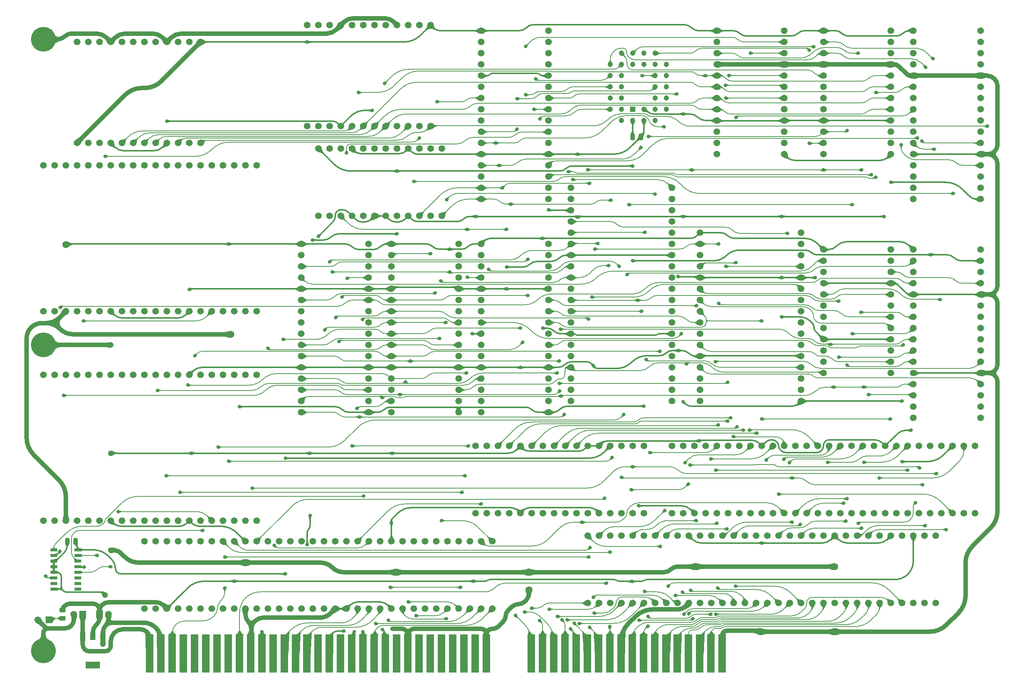
<source format=gtl>
%TF.GenerationSoftware,KiCad,Pcbnew,8.0.4*%
%TF.CreationDate,2024-09-01T18:57:22+02:00*%
%TF.ProjectId,SD Card Board,53442043-6172-4642-9042-6f6172642e6b,rev?*%
%TF.SameCoordinates,PX26c1e00PY122ae10*%
%TF.FileFunction,Copper,L1,Top*%
%TF.FilePolarity,Positive*%
%FSLAX46Y46*%
G04 Gerber Fmt 4.6, Leading zero omitted, Abs format (unit mm)*
G04 Created by KiCad (PCBNEW 8.0.4) date 2024-09-01 18:57:22*
%MOMM*%
%LPD*%
G01*
G04 APERTURE LIST*
G04 Aperture macros list*
%AMRoundRect*
0 Rectangle with rounded corners*
0 $1 Rounding radius*
0 $2 $3 $4 $5 $6 $7 $8 $9 X,Y pos of 4 corners*
0 Add a 4 corners polygon primitive as box body*
4,1,4,$2,$3,$4,$5,$6,$7,$8,$9,$2,$3,0*
0 Add four circle primitives for the rounded corners*
1,1,$1+$1,$2,$3*
1,1,$1+$1,$4,$5*
1,1,$1+$1,$6,$7*
1,1,$1+$1,$8,$9*
0 Add four rect primitives between the rounded corners*
20,1,$1+$1,$2,$3,$4,$5,0*
20,1,$1+$1,$4,$5,$6,$7,0*
20,1,$1+$1,$6,$7,$8,$9,0*
20,1,$1+$1,$8,$9,$2,$3,0*%
G04 Aperture macros list end*
%TA.AperFunction,ComponentPad*%
%ADD10C,1.500000*%
%TD*%
%TA.AperFunction,ComponentPad*%
%ADD11R,1.500000X1.500000*%
%TD*%
%TA.AperFunction,ComponentPad*%
%ADD12C,5.600000*%
%TD*%
%TA.AperFunction,SMDPad,CuDef*%
%ADD13R,1.550000X0.650000*%
%TD*%
%TA.AperFunction,SMDPad,CuDef*%
%ADD14R,1.200000X1.500000*%
%TD*%
%TA.AperFunction,SMDPad,CuDef*%
%ADD15R,3.300000X1.500000*%
%TD*%
%TA.AperFunction,ComponentPad*%
%ADD16R,1.200000X1.200000*%
%TD*%
%TA.AperFunction,ComponentPad*%
%ADD17C,1.200000*%
%TD*%
%TA.AperFunction,ConnectorPad*%
%ADD18R,1.780000X8.620000*%
%TD*%
%TA.AperFunction,SMDPad,CuDef*%
%ADD19RoundRect,0.250000X0.250000X0.475000X-0.250000X0.475000X-0.250000X-0.475000X0.250000X-0.475000X0*%
%TD*%
%TA.AperFunction,SMDPad,CuDef*%
%ADD20RoundRect,0.250000X0.450000X-0.262500X0.450000X0.262500X-0.450000X0.262500X-0.450000X-0.262500X0*%
%TD*%
%TA.AperFunction,SMDPad,CuDef*%
%ADD21RoundRect,0.250000X-0.250000X-0.475000X0.250000X-0.475000X0.250000X0.475000X-0.250000X0.475000X0*%
%TD*%
%TA.AperFunction,ViaPad*%
%ADD22C,0.800000*%
%TD*%
%TA.AperFunction,ViaPad*%
%ADD23C,1.600000*%
%TD*%
%TA.AperFunction,ViaPad*%
%ADD24C,1.300000*%
%TD*%
%TA.AperFunction,Conductor*%
%ADD25C,0.380000*%
%TD*%
%TA.AperFunction,Conductor*%
%ADD26C,1.000000*%
%TD*%
%TA.AperFunction,Conductor*%
%ADD27C,0.200000*%
%TD*%
G04 APERTURE END LIST*
D10*
%TO.P,B16,1,A0_{IN}*%
%TO.N,/A0_{D}*%
X22860000Y-128905000D03*
%TO.P,B16,2,A1_{IN}*%
%TO.N,/A1_{D}*%
X25400000Y-128905000D03*
%TO.P,B16,3,5V*%
%TO.N,/5V*%
X27939999Y-128905000D03*
%TO.P,B16,4,A2_{IN}*%
%TO.N,/A2_{D}*%
X30480000Y-128905000D03*
%TO.P,B16,5,A3_{IN}*%
%TO.N,/A3_{D}*%
X33020000Y-128905000D03*
%TO.P,B16,6,A4_{IN}*%
%TO.N,/A4_{D}*%
X35560000Y-128905000D03*
%TO.P,B16,7,A5_{IN}*%
%TO.N,/A5_{D}*%
X38100000Y-128905000D03*
%TO.P,B16,8,A6_{IN}*%
%TO.N,/A6_{D}*%
X40640001Y-128905000D03*
%TO.P,B16,9,A7_{IN}*%
%TO.N,/A7_{D}*%
X43180000Y-128905000D03*
%TO.P,B16,10,GND*%
%TO.N,/GND*%
X45720000Y-128905000D03*
%TO.P,B16,11,A8_{IN}*%
%TO.N,/A8_{D}*%
X48260000Y-128905000D03*
%TO.P,B16,12,A9_{IN}*%
%TO.N,/A9_{D}*%
X50799999Y-128905000D03*
%TO.P,B16,13,A10_{IN}*%
%TO.N,/A10_{D}*%
X53340000Y-128905000D03*
%TO.P,B16,14,A11_{IN}*%
%TO.N,/A11_{D}*%
X55880000Y-128905000D03*
%TO.P,B16,15,A12_{IN}*%
%TO.N,/A12_{D}*%
X58420000Y-128905000D03*
%TO.P,B16,16,A13_{IN}*%
%TO.N,/A13_{D}*%
X60959999Y-128905000D03*
%TO.P,B16,17,A14_{IN}*%
%TO.N,/A14_{D}*%
X63500001Y-128905000D03*
%TO.P,B16,18,A15_{IN}*%
%TO.N,/GND*%
X66040000Y-128905000D03*
%TO.P,B16,19,A16_{IN}*%
X68580000Y-128905000D03*
%TO.P,B16,20,~{RD}_{IN}*%
%TO.N,/~{RD}_{D}*%
X71120000Y-128905000D03*
%TO.P,B16,21,~{WD}_{IN}*%
%TO.N,/~{WD}_{D}*%
X73659999Y-128905000D03*
%TO.P,B16,22,S_{IN}*%
%TO.N,/CLK_{D}*%
X76200000Y-128905000D03*
%TO.P,B16,23,GND*%
%TO.N,/GND*%
X78740000Y-128905000D03*
%TO.P,B16,24,D7_{IN/OUT}*%
%TO.N,/D0_{D}*%
X81280000Y-128905000D03*
%TO.P,B16,25,D6_{IN/OUT}*%
%TO.N,/D1_{D}*%
X83819999Y-128905000D03*
%TO.P,B16,26,D5_{IN/OUT}*%
%TO.N,/D2_{D}*%
X86360001Y-128905000D03*
%TO.P,B16,27,D4_{IN/OUT}*%
%TO.N,/D3_{D}*%
X88900000Y-128905000D03*
%TO.P,B16,28,D3_{IN/OUT}*%
%TO.N,/D4_{D}*%
X91440000Y-128905000D03*
%TO.P,B16,29,D2_{IN/OUT}*%
%TO.N,/D5_{D}*%
X93980000Y-128905000D03*
%TO.P,B16,30,D1_{IN/OUT}*%
%TO.N,/D6_{D}*%
X96520001Y-128905000D03*
%TO.P,B16,31,D0_{IN/OUT}*%
%TO.N,/D7_{D}*%
X99060000Y-128905000D03*
%TO.P,B16,32,Deivce_~{CS}_{IN}*%
%TO.N,/~{Select}_{D}*%
X101600000Y-128905000D03*
%TO.P,B16,33,Deivce_~{CS}*%
%TO.N,/~{Device Select}*%
X101600000Y-113665000D03*
%TO.P,B16,34,D0*%
%TO.N,/D7*%
X99060000Y-113665000D03*
%TO.P,B16,35,5V*%
%TO.N,/5V*%
X96520000Y-113665000D03*
%TO.P,B16,36,D1*%
%TO.N,/D6*%
X93980000Y-113665000D03*
%TO.P,B16,37,D2*%
%TO.N,/D5*%
X91440000Y-113665000D03*
%TO.P,B16,38,D3*%
%TO.N,/D4*%
X88900000Y-113665000D03*
%TO.P,B16,39,D4*%
%TO.N,/D3*%
X86360000Y-113665000D03*
%TO.P,B16,40,D5*%
%TO.N,/D2*%
X83820000Y-113665000D03*
%TO.P,B16,41,D6*%
%TO.N,/D1*%
X81280000Y-113665000D03*
%TO.P,B16,42,GND*%
%TO.N,/GND*%
X78740000Y-113665000D03*
%TO.P,B16,43,D7*%
%TO.N,/D0*%
X76200000Y-113665000D03*
%TO.P,B16,44,S*%
%TO.N,/PHI2*%
X73660000Y-113665000D03*
%TO.P,B16,45,~{WD}*%
%TO.N,/~{WD}*%
X71120000Y-113665000D03*
%TO.P,B16,46,~{RD}*%
%TO.N,/~{RD}*%
X68580000Y-113665000D03*
%TO.P,B16,47,A16*%
%TO.N,unconnected-(B16-A16-Pad47)*%
X66040000Y-113665000D03*
%TO.P,B16,48,A15*%
%TO.N,unconnected-(B16-A15-Pad48)*%
X63500000Y-113665000D03*
%TO.P,B16,49,A14*%
%TO.N,/A14*%
X60960000Y-113665000D03*
%TO.P,B16,50,A13*%
%TO.N,/A13*%
X58420000Y-113665000D03*
%TO.P,B16,51,A12*%
%TO.N,/A12*%
X55880000Y-113665000D03*
%TO.P,B16,52,A11*%
%TO.N,/A11*%
X53340000Y-113665000D03*
%TO.P,B16,53,A10*%
%TO.N,/A10*%
X50800000Y-113665000D03*
%TO.P,B16,54,A9*%
%TO.N,/A9*%
X48260000Y-113665000D03*
%TO.P,B16,55,GND*%
%TO.N,/GND*%
X45720000Y-113665000D03*
%TO.P,B16,56,A8*%
%TO.N,/A8*%
X43180000Y-113665000D03*
%TO.P,B16,57,A7*%
%TO.N,/A7*%
X40640000Y-113665000D03*
%TO.P,B16,58,A6*%
%TO.N,/A6*%
X38100000Y-113665000D03*
%TO.P,B16,59,A5*%
%TO.N,/A5*%
X35560000Y-113665000D03*
%TO.P,B16,60,A4*%
%TO.N,/A4*%
X33020000Y-113665000D03*
%TO.P,B16,61,A3*%
%TO.N,/A3*%
X30480000Y-113665000D03*
%TO.P,B16,62,A2*%
%TO.N,/A2*%
X27940000Y-113665000D03*
%TO.P,B16,63,A1*%
%TO.N,/A1*%
X25400000Y-113665000D03*
%TO.P,B16,64,A0*%
%TO.N,/A0*%
X22860000Y-113665000D03*
%TD*%
%TO.P,B17,1,5V*%
%TO.N,/5V*%
X59690000Y-19685000D03*
%TO.P,B17,2,N.C.*%
%TO.N,unconnected-(B17-N.C.-Pad2)*%
X62230000Y-19685000D03*
%TO.P,B17,3,N.C.*%
%TO.N,unconnected-(B17-N.C.-Pad3)*%
X64769999Y-19685000D03*
%TO.P,B17,4,GND*%
%TO.N,/GND*%
X67310000Y-19685000D03*
%TO.P,B17,5,DAT3*%
%TO.N,/DAT3*%
X69850000Y-19685000D03*
%TO.P,B17,6,DAT2*%
%TO.N,/DAT2*%
X72390000Y-19685000D03*
%TO.P,B17,7,DAT1*%
%TO.N,/DAT1*%
X74930000Y-19685000D03*
%TO.P,B17,8,DAT0*%
%TO.N,/DAT0*%
X77470001Y-19685000D03*
%TO.P,B17,9,GND*%
%TO.N,/GND*%
X80010000Y-19685000D03*
%TO.P,B17,10,CMD*%
%TO.N,/SD CMD*%
X82550000Y-19685000D03*
%TO.P,B17,11,~{Card_Enable}*%
%TO.N,/~{SD Card Enable}0*%
X85090000Y-19685000D03*
%TO.P,B17,12,CLK*%
%TO.N,/SD CLK*%
X87629999Y-19685000D03*
%TO.P,B17,13,5V*%
%TO.N,/5V*%
X87629999Y3175000D03*
%TO.P,B17,14,N.C.*%
%TO.N,unconnected-(B17-N.C.-Pad14)*%
X85090000Y3175000D03*
%TO.P,B17,15,N.C.*%
%TO.N,unconnected-(B17-N.C.-Pad15)*%
X82550000Y3175000D03*
%TO.P,B17,16,GND*%
%TO.N,/GND*%
X80010000Y3175000D03*
%TO.P,B17,17,N.C.*%
%TO.N,unconnected-(B17-N.C.-Pad17)*%
X77470001Y3175000D03*
%TO.P,B17,18,N.C.*%
%TO.N,unconnected-(B17-N.C.-Pad18)*%
X74930000Y3175000D03*
%TO.P,B17,19,N.C.*%
%TO.N,unconnected-(B17-N.C.-Pad19)*%
X72390000Y3175000D03*
%TO.P,B17,20,N.C.*%
%TO.N,unconnected-(B17-N.C.-Pad20)*%
X69850000Y3175000D03*
%TO.P,B17,21,GND*%
%TO.N,/GND*%
X67310000Y3175000D03*
%TO.P,B17,22,N.C.*%
%TO.N,unconnected-(B17-N.C.-Pad22)*%
X64769999Y3175000D03*
%TO.P,B17,23,N.C.*%
%TO.N,unconnected-(B17-N.C.-Pad23)*%
X62230000Y3175000D03*
%TO.P,B17,24,N.C.*%
%TO.N,unconnected-(B17-N.C.-Pad24)*%
X59690000Y3175000D03*
%TD*%
%TO.P,B4,1,5V*%
%TO.N,/5V*%
X62230000Y-40005000D03*
%TO.P,B4,2,~{Device_RAM}*%
%TO.N,/~{Device RAM}*%
X64770000Y-40005000D03*
%TO.P,B4,3,~{Device_Registers}*%
%TO.N,/~{Device Registers}*%
X67309999Y-40005000D03*
%TO.P,B4,4,GND*%
%TO.N,/GND*%
X69850000Y-40005000D03*
%TO.P,B4,5,~{Device_ROM}*%
%TO.N,/~{Device ROM}*%
X72390000Y-40005000D03*
%TO.P,B4,6,H2_{REG}*%
%TO.N,/GND*%
X74930000Y-40005000D03*
%TO.P,B4,7,H1_{REG}*%
X77470000Y-40005000D03*
%TO.P,B4,8,H0_{REG}*%
%TO.N,/3.3V*%
X80010001Y-40005000D03*
%TO.P,B4,9,GND*%
%TO.N,/GND*%
X82550000Y-40005000D03*
%TO.P,B4,10,~{RD}*%
%TO.N,/~{RD}*%
X85090000Y-40005000D03*
%TO.P,B4,11,~{Device_Select}*%
%TO.N,/~{Device Select}*%
X87630000Y-40005000D03*
%TO.P,B4,12,~{WD}*%
%TO.N,/~{WD}*%
X90169999Y-40005000D03*
%TO.P,B4,13,5V*%
%TO.N,/5V*%
X90170000Y-24765000D03*
%TO.P,B4,14,N.C.*%
%TO.N,unconnected-(B4-N.C.-Pad14)*%
X87630000Y-24765000D03*
%TO.P,B4,15,N.C.*%
%TO.N,unconnected-(B4-N.C.-Pad15)*%
X85090000Y-24765000D03*
%TO.P,B4,16,GND*%
%TO.N,/GND*%
X82550000Y-24765000D03*
%TO.P,B4,17,H0_{OUT}*%
%TO.N,/H0_{D}*%
X80010000Y-24765000D03*
%TO.P,B4,18,H1_{OUT}*%
%TO.N,/H1_{D}*%
X77470000Y-24765000D03*
%TO.P,B4,19,H2_{OUT}*%
%TO.N,/H2_{D}*%
X74930000Y-24765000D03*
%TO.P,B4,20,N.C.*%
%TO.N,unconnected-(B4-N.C.-Pad20)*%
X72390000Y-24765000D03*
%TO.P,B4,21,GND*%
%TO.N,/GND*%
X69850000Y-24765000D03*
%TO.P,B4,22,N.C.*%
%TO.N,unconnected-(B4-N.C.-Pad22)*%
X67310000Y-24765000D03*
%TO.P,B4,23,N.C.*%
%TO.N,unconnected-(B4-N.C.-Pad23)*%
X64770000Y-24765000D03*
%TO.P,B4,24,3.3V*%
%TO.N,/3.3V*%
X62230000Y-24765000D03*
%TD*%
%TO.P,B5,1,Write_Count_Data_Byte_High*%
%TO.N,/Write Count Data Byte High*%
X119380000Y-33655000D03*
%TO.P,B5,2,Write_Count_Data_Byte_Low*%
%TO.N,/Write Count Data Byte Low*%
X119380000Y-36195000D03*
%TO.P,B5,3,5V*%
%TO.N,/5V*%
X119380000Y-38735000D03*
%TO.P,B5,4,~{Read_CRC_Started}*%
%TO.N,/~{Read CRC Started}*%
X119380000Y-41275000D03*
%TO.P,B5,5,~{Read_Transmit_Started}*%
%TO.N,/~{Read Transmit Started}*%
X119380000Y-43815000D03*
%TO.P,B5,6,D7*%
%TO.N,/D7*%
X119380000Y-46355000D03*
%TO.P,B5,7,GND*%
%TO.N,/GND*%
X119380000Y-48895000D03*
%TO.P,B5,8,D6*%
%TO.N,/D6*%
X119380000Y-51435000D03*
%TO.P,B5,9,D5*%
%TO.N,/D5*%
X119380000Y-53975000D03*
%TO.P,B5,10,D4*%
%TO.N,/D4*%
X119380000Y-56515000D03*
%TO.P,B5,11,D3*%
%TO.N,/D3*%
X119380000Y-59055000D03*
%TO.P,B5,12,D2*%
%TO.N,/D2*%
X119380000Y-61595000D03*
%TO.P,B5,13,D1*%
%TO.N,/D1*%
X119380000Y-64135000D03*
%TO.P,B5,14,GND*%
%TO.N,/GND*%
X119380000Y-66675000D03*
%TO.P,B5,15,D0*%
%TO.N,/D0*%
X119380000Y-69215000D03*
%TO.P,B5,16,~{Load_Down_Count}*%
%TO.N,/~{Load Down Count}*%
X119380000Y-71755000D03*
%TO.P,B5,17,~{Reset}*%
%TO.N,/~{Reset}*%
X119380000Y-74295000D03*
%TO.P,B5,18,Second_Half_CLK*%
%TO.N,/Second Half CLK*%
X119380000Y-76835000D03*
%TO.P,B5,19,Q9*%
%TO.N,unconnected-(B5-Q9-Pad19)*%
X119380000Y-79375000D03*
%TO.P,B5,20,Q8*%
%TO.N,unconnected-(B5-Q8-Pad20)*%
X119380000Y-81915000D03*
%TO.P,B5,21,~{TCD}_{0..3}*%
%TO.N,unconnected-(B5-~{TCD}_{0..3}-Pad21)*%
X142240000Y-81915000D03*
%TO.P,B5,22,~{TCD}_{4..7}*%
%TO.N,unconnected-(B5-~{TCD}_{4..7}-Pad22)*%
X142240000Y-79375000D03*
%TO.P,B5,23,5V*%
%TO.N,/5V*%
X142240000Y-76835000D03*
%TO.P,B5,24,~{TCD}_{8..11}*%
%TO.N,/~{TCD}_{8..11}*%
X142240000Y-74295000D03*
%TO.P,B5,25,Q0*%
%TO.N,unconnected-(B5-Q0-Pad25)*%
X142240000Y-71755000D03*
%TO.P,B5,26,Q1*%
%TO.N,unconnected-(B5-Q1-Pad26)*%
X142240000Y-69215000D03*
%TO.P,B5,27,GND*%
%TO.N,/GND*%
X142240000Y-66675000D03*
%TO.P,B5,28,Q2*%
%TO.N,unconnected-(B5-Q2-Pad28)*%
X142240000Y-64135000D03*
%TO.P,B5,29,Q3*%
%TO.N,unconnected-(B5-Q3-Pad29)*%
X142240000Y-61595000D03*
%TO.P,B5,30,Q4*%
%TO.N,unconnected-(B5-Q4-Pad30)*%
X142240000Y-59055000D03*
%TO.P,B5,31,Q5*%
%TO.N,unconnected-(B5-Q5-Pad31)*%
X142240000Y-56515000D03*
%TO.P,B5,32,Q6*%
%TO.N,unconnected-(B5-Q6-Pad32)*%
X142240000Y-53975000D03*
%TO.P,B5,33,Q7*%
%TO.N,unconnected-(B5-Q7-Pad33)*%
X142240000Y-51435000D03*
%TO.P,B5,34,GND*%
%TO.N,/GND*%
X142240000Y-48895000D03*
%TO.P,B5,35,N.C.*%
%TO.N,unconnected-(B5-N.C.-Pad35)*%
X142240000Y-46355000D03*
%TO.P,B5,36,N.C.*%
%TO.N,unconnected-(B5-N.C.-Pad36)*%
X142240000Y-43815000D03*
%TO.P,B5,37,Q10*%
%TO.N,unconnected-(B5-Q10-Pad37)*%
X142240000Y-41275000D03*
%TO.P,B5,38,Q11*%
%TO.N,unconnected-(B5-Q11-Pad38)*%
X142240000Y-38735000D03*
%TO.P,B5,39,Write_Count_CRC_Byte_High*%
%TO.N,/Write Count CRC Byte High*%
X142240000Y-36195000D03*
%TO.P,B5,40,Write_Count_CRC_Byte_Low*%
%TO.N,/Write Count CRC Byte Low*%
X142240000Y-33655000D03*
%TD*%
%TO.P,B1,1,5V*%
%TO.N,/5V*%
X196850000Y-47625000D03*
%TO.P,B1,2,Read_GD__{0..3}*%
%TO.N,/Read GPIO Direct*%
X196850000Y-50165000D03*
%TO.P,B1,3,Write_GD__{0..3}*%
%TO.N,/Write GPIO Direct*%
X196850000Y-52705000D03*
%TO.P,B1,4,Enable*%
%TO.N,/Enable*%
X196850000Y-55245000D03*
%TO.P,B1,5,GND*%
%TO.N,/GND*%
X196850000Y-57785000D03*
%TO.P,B1,6,D7*%
%TO.N,/D7*%
X196850000Y-60325000D03*
%TO.P,B1,7,D6*%
%TO.N,/D6*%
X196850000Y-62865000D03*
%TO.P,B1,8,D5*%
%TO.N,/D5*%
X196850000Y-65405000D03*
%TO.P,B1,9,D4*%
%TO.N,/D4*%
X196850000Y-67945000D03*
%TO.P,B1,10,D3*%
%TO.N,/D3*%
X196850000Y-70485000D03*
%TO.P,B1,11,D2*%
%TO.N,/D2*%
X196850000Y-73025000D03*
%TO.P,B1,12,GND*%
%TO.N,/GND*%
X196850000Y-75565000D03*
%TO.P,B1,13,D1*%
%TO.N,/D1*%
X196850000Y-78105000D03*
%TO.P,B1,14,D0*%
%TO.N,/D0*%
X196850000Y-80645000D03*
%TO.P,B1,15,N.C.*%
%TO.N,unconnected-(B1-N.C.-Pad15)*%
X196850000Y-83185000D03*
%TO.P,B1,16,N.C.*%
%TO.N,unconnected-(B1-N.C.-Pad16)*%
X196850000Y-85725000D03*
%TO.P,B1,17,5V*%
%TO.N,/5V*%
X212090000Y-85725000D03*
%TO.P,B1,18,N.C.*%
%TO.N,unconnected-(B1-N.C.-Pad18)*%
X212090000Y-83185000D03*
%TO.P,B1,19,N.C.*%
%TO.N,unconnected-(B1-N.C.-Pad19)*%
X212090000Y-80645000D03*
%TO.P,B1,20,GPIO3*%
%TO.N,/DAT3*%
X212090000Y-78105000D03*
%TO.P,B1,21,GND*%
%TO.N,/GND*%
X212090000Y-75565000D03*
%TO.P,B1,22,GPIO2*%
%TO.N,/DAT0*%
X212090000Y-73025000D03*
%TO.P,B1,23,N.C.*%
%TO.N,unconnected-(B1-N.C.-Pad23)*%
X212090000Y-70485000D03*
%TO.P,B1,24,N.C.*%
%TO.N,unconnected-(B1-N.C.-Pad24)*%
X212090000Y-67945000D03*
%TO.P,B1,25,N.C.*%
%TO.N,unconnected-(B1-N.C.-Pad25)*%
X212090000Y-65405000D03*
%TO.P,B1,26,N.C.*%
%TO.N,unconnected-(B1-N.C.-Pad26)*%
X212090000Y-62865000D03*
%TO.P,B1,27,GPIO1*%
%TO.N,/SD CMD*%
X212090000Y-60325000D03*
%TO.P,B1,28,GND*%
%TO.N,/GND*%
X212090000Y-57785000D03*
%TO.P,B1,29,GPIO0*%
%TO.N,/SD CLK*%
X212090000Y-55245000D03*
%TO.P,B1,30,N.C.*%
%TO.N,unconnected-(B1-N.C.-Pad30)*%
X212090000Y-52705000D03*
%TO.P,B1,31,Read*%
%TO.N,/3.3V*%
X212090000Y-50165000D03*
%TO.P,B1,32,N.C.*%
%TO.N,unconnected-(B1-N.C.-Pad32)*%
X212090000Y-47625000D03*
%TD*%
D11*
%TO.P,C4,1*%
%TO.N,/12V*%
X8890000Y-130175000D03*
D10*
%TO.P,C4,2*%
%TO.N,/GND*%
X6890000Y-130175000D03*
%TD*%
D12*
%TO.P,H10,1,GND*%
%TO.N,/GND*%
X0Y-138430000D03*
%TD*%
D10*
%TO.P,B20,1,N.C.*%
%TO.N,unconnected-(B20-N.C.-Pad1)*%
X0Y-61595000D03*
%TO.P,B20,2,N.C.*%
%TO.N,unconnected-(B20-N.C.-Pad2)*%
X2540000Y-61595000D03*
%TO.P,B20,3,5V*%
%TO.N,/5V*%
X5080000Y-61595000D03*
%TO.P,B20,4,N.C.*%
%TO.N,unconnected-(B20-N.C.-Pad4)*%
X7620000Y-61595000D03*
%TO.P,B20,5,N.C.*%
%TO.N,unconnected-(B20-N.C.-Pad5)*%
X10160000Y-61595000D03*
%TO.P,B20,6,N.C.*%
%TO.N,unconnected-(B20-N.C.-Pad6)*%
X12700000Y-61595000D03*
%TO.P,B20,7,GND*%
%TO.N,/GND*%
X15240000Y-61595000D03*
%TO.P,B20,8,N.C.*%
%TO.N,unconnected-(B20-N.C.-Pad8)*%
X17780000Y-61595000D03*
%TO.P,B20,9,N.C.*%
%TO.N,unconnected-(B20-N.C.-Pad9)*%
X20320000Y-61595000D03*
%TO.P,B20,10,DAT3*%
%TO.N,/DAT3*%
X22860000Y-61595000D03*
%TO.P,B20,11,DAT2*%
%TO.N,/DAT2*%
X25400000Y-61595000D03*
%TO.P,B20,12,DAT1*%
%TO.N,/DAT1*%
X27940000Y-61595000D03*
%TO.P,B20,13,DAT0*%
%TO.N,/DAT0*%
X30480000Y-61595000D03*
%TO.P,B20,14,GND*%
%TO.N,/GND*%
X33020000Y-61595000D03*
%TO.P,B20,15,CMD*%
%TO.N,/SD CMD*%
X35560000Y-61595000D03*
%TO.P,B20,16,~{Card_Enable}*%
%TO.N,/~{SD Card Enable}2*%
X38100000Y-61595000D03*
%TO.P,B20,17,CLK*%
%TO.N,/SD CLK*%
X40640000Y-61595000D03*
%TO.P,B20,18,N.C.*%
%TO.N,unconnected-(B20-N.C.-Pad18)*%
X43180000Y-61595000D03*
%TO.P,B20,19,N.C.*%
%TO.N,unconnected-(B20-N.C.-Pad19)*%
X45720000Y-61595000D03*
%TO.P,B20,20,N.C.*%
%TO.N,unconnected-(B20-N.C.-Pad20)*%
X48260000Y-61595000D03*
%TO.P,B20,21,N.C.*%
%TO.N,unconnected-(B20-N.C.-Pad21)*%
X48260000Y-28575000D03*
%TO.P,B20,22,N.C.*%
%TO.N,unconnected-(B20-N.C.-Pad22)*%
X45720000Y-28575000D03*
%TO.P,B20,23,5V*%
%TO.N,/5V*%
X43180000Y-28575000D03*
%TO.P,B20,24,N.C.*%
%TO.N,unconnected-(B20-N.C.-Pad24)*%
X40640000Y-28575000D03*
%TO.P,B20,25,N.C.*%
%TO.N,unconnected-(B20-N.C.-Pad25)*%
X38100000Y-28575000D03*
%TO.P,B20,26,N.C.*%
%TO.N,unconnected-(B20-N.C.-Pad26)*%
X35560000Y-28575000D03*
%TO.P,B20,27,GND*%
%TO.N,/GND*%
X33020000Y-28575000D03*
%TO.P,B20,28,N.C.*%
%TO.N,unconnected-(B20-N.C.-Pad28)*%
X30480000Y-28575000D03*
%TO.P,B20,29,N.C.*%
%TO.N,unconnected-(B20-N.C.-Pad29)*%
X27940000Y-28575000D03*
%TO.P,B20,30,N.C.*%
%TO.N,unconnected-(B20-N.C.-Pad30)*%
X25400000Y-28575000D03*
%TO.P,B20,31,N.C.*%
%TO.N,unconnected-(B20-N.C.-Pad31)*%
X22860000Y-28575000D03*
%TO.P,B20,32,N.C.*%
%TO.N,unconnected-(B20-N.C.-Pad32)*%
X20320000Y-28575000D03*
%TO.P,B20,33,N.C.*%
%TO.N,unconnected-(B20-N.C.-Pad33)*%
X17780000Y-28575000D03*
%TO.P,B20,34,GND*%
%TO.N,/GND*%
X15240000Y-28575000D03*
%TO.P,B20,35,N.C.*%
%TO.N,unconnected-(B20-N.C.-Pad35)*%
X12700000Y-28575000D03*
%TO.P,B20,36,N.C.*%
%TO.N,unconnected-(B20-N.C.-Pad36)*%
X10160000Y-28575000D03*
%TO.P,B20,37,N.C.*%
%TO.N,unconnected-(B20-N.C.-Pad37)*%
X7620000Y-28575000D03*
%TO.P,B20,38,N.C.*%
%TO.N,unconnected-(B20-N.C.-Pad38)*%
X5080000Y-28575000D03*
%TO.P,B20,39,N.C.*%
%TO.N,unconnected-(B20-N.C.-Pad39)*%
X2540000Y-28575000D03*
%TO.P,B20,40,N.C.*%
%TO.N,unconnected-(B20-N.C.-Pad40)*%
X0Y-28575000D03*
%TD*%
D11*
%TO.P,LED1,1,K*%
%TO.N,Net-(LED1-K)*%
X1270000Y-131445000D03*
D10*
%TO.P,LED1,2,A*%
%TO.N,/GND*%
X-1270000Y-131445000D03*
%TD*%
%TO.P,B7,1,5V*%
%TO.N,/5V*%
X99060000Y1905000D03*
%TO.P,B7,2,Y7_{R}*%
%TO.N,unconnected-(B7-Y7_{R}-Pad2)*%
X99060000Y-635000D03*
%TO.P,B7,3,Y6_{R}*%
%TO.N,unconnected-(B7-Y6_{R}-Pad3)*%
X99060000Y-3174999D03*
%TO.P,B7,4,~{Device_Registers}*%
%TO.N,/~{Device Registers}*%
X99060000Y-5715000D03*
%TO.P,B7,5,GND*%
%TO.N,/GND*%
X99060000Y-8255000D03*
%TO.P,B7,6,Y5_{R}*%
%TO.N,unconnected-(B7-Y5_{R}-Pad6)*%
X99060000Y-10795000D03*
%TO.P,B7,7,Y4_{R}*%
%TO.N,/Read Flags*%
X99060000Y-13335000D03*
%TO.P,B7,8,~{E2}*%
%TO.N,/~{A3}*%
X99060000Y-15875001D03*
%TO.P,B7,9,E3*%
%TO.N,/~{A4}*%
X99060000Y-18415000D03*
%TO.P,B7,10,A2*%
%TO.N,/A2*%
X99060000Y-20955000D03*
%TO.P,B7,11,A1*%
%TO.N,/A1*%
X99060000Y-23495000D03*
%TO.P,B7,12,GND*%
%TO.N,/GND*%
X99060000Y-26034999D03*
%TO.P,B7,13,A0*%
%TO.N,/A0*%
X99060000Y-28575000D03*
%TO.P,B7,14,N.C.*%
%TO.N,unconnected-(B7-N.C.-Pad14)*%
X99060000Y-31115000D03*
%TO.P,B7,15,~{RD}*%
%TO.N,/~{RD}*%
X99060000Y-33655000D03*
%TO.P,B7,16,~{WD}*%
%TO.N,/~{WD}*%
X99060000Y-36194999D03*
%TO.P,B7,17,5V*%
%TO.N,/5V*%
X114300000Y-36195000D03*
%TO.P,B7,18,N.C.*%
%TO.N,unconnected-(B7-N.C.-Pad18)*%
X114300000Y-33655000D03*
%TO.P,B7,19,Y7_{W}*%
%TO.N,/Write Data High*%
X114300000Y-31115000D03*
%TO.P,B7,20,Y6_{W}*%
%TO.N,/Write Data Low*%
X114300000Y-28575000D03*
%TO.P,B7,21,GND*%
%TO.N,/GND*%
X114300000Y-26035000D03*
%TO.P,B7,22,Y5_{W}*%
%TO.N,unconnected-(B7-Y5_{W}-Pad22)*%
X114300000Y-23495000D03*
%TO.P,B7,23,Y4_{W}*%
%TO.N,/Write Flags*%
X114300000Y-20955000D03*
%TO.P,B7,24,Y3_{W}*%
%TO.N,/Write Read Start*%
X114300000Y-18415000D03*
%TO.P,B7,25,Y2_{W}*%
%TO.N,/Write Clear Interrupt*%
X114300000Y-15875000D03*
%TO.P,B7,26,Y1_{W}*%
%TO.N,/Write Count CRC Byte High*%
X114300000Y-13335000D03*
%TO.P,B7,27,Y0_{W}*%
%TO.N,/Write Count CRC Byte Low*%
X114300000Y-10795000D03*
%TO.P,B7,28,GND*%
%TO.N,/GND*%
X114300000Y-8255000D03*
%TO.P,B7,29,Y3_{R}*%
%TO.N,unconnected-(B7-Y3_{R}-Pad29)*%
X114300000Y-5715000D03*
%TO.P,B7,30,Y2_{R}*%
%TO.N,unconnected-(B7-Y2_{R}-Pad30)*%
X114300000Y-3175000D03*
%TO.P,B7,31,Y1_{R}*%
%TO.N,unconnected-(B7-Y1_{R}-Pad31)*%
X114300000Y-635000D03*
%TO.P,B7,32,Y0_{R}*%
%TO.N,unconnected-(B7-Y0_{R}-Pad32)*%
X114300000Y1905000D03*
%TD*%
%TO.P,B9,1,5V*%
%TO.N,/5V*%
X58352000Y-46355000D03*
%TO.P,B9,2,Interrupt_CLK*%
%TO.N,/PHI2*%
X58352000Y-48895000D03*
%TO.P,B9,3,Write_Clear_Interrupt*%
%TO.N,/Write Clear Interrupt*%
X58352000Y-51435000D03*
%TO.P,B9,4,~{Set_Interrupt_on_CLK}*%
%TO.N,/~{Stop Read Funk}*%
X58352000Y-53975000D03*
%TO.P,B9,5,GND*%
%TO.N,/GND*%
X58352000Y-56515000D03*
%TO.P,B9,6,Read_Flags*%
%TO.N,/Read Flags*%
X58352000Y-59055000D03*
%TO.P,B9,7,Write_Flags*%
%TO.N,/Write Flags*%
X58352000Y-61595000D03*
%TO.P,B9,8,D7*%
%TO.N,/D7*%
X58352000Y-64135000D03*
%TO.P,B9,9,D6*%
%TO.N,/D6*%
X58352000Y-66675000D03*
%TO.P,B9,10,D5*%
%TO.N,/D5*%
X58352000Y-69215000D03*
%TO.P,B9,11,D4*%
%TO.N,/D4*%
X58352000Y-71755000D03*
%TO.P,B9,12,GND*%
%TO.N,/GND*%
X58352000Y-74295000D03*
%TO.P,B9,13,D3*%
%TO.N,/D3*%
X58352000Y-76835000D03*
%TO.P,B9,14,D2*%
%TO.N,/D2*%
X58352000Y-79375000D03*
%TO.P,B9,15,D1*%
%TO.N,/D1*%
X58352000Y-81915000D03*
%TO.P,B9,16,D0*%
%TO.N,/D0*%
X58352000Y-84455000D03*
%TO.P,B9,17,5V*%
%TO.N,/5V*%
X73592000Y-84455000D03*
%TO.P,B9,18,F0*%
%TO.N,/Card ID0*%
X73592000Y-81915000D03*
%TO.P,B9,19,F1*%
%TO.N,/Card ID1*%
X73592000Y-79375000D03*
%TO.P,B9,20,F2*%
%TO.N,unconnected-(B9-F2-Pad20)*%
X73592000Y-76835000D03*
%TO.P,B9,21,GND*%
%TO.N,/GND*%
X73592000Y-74295000D03*
%TO.P,B9,22,F3*%
%TO.N,unconnected-(B9-F3-Pad22)*%
X73592000Y-71755000D03*
%TO.P,B9,23,F4*%
%TO.N,unconnected-(B9-F4-Pad23)*%
X73592000Y-69215000D03*
%TO.P,B9,24,F5*%
%TO.N,unconnected-(B9-F5-Pad24)*%
X73592000Y-66675000D03*
%TO.P,B9,25,N.C.*%
%TO.N,unconnected-(B9-N.C.-Pad25)*%
X73592000Y-64135000D03*
%TO.P,B9,26,~{Enable}*%
%TO.N,/~{Enable}_{D}*%
X73592000Y-61595000D03*
%TO.P,B9,27,Enable*%
%TO.N,/Enable*%
X73592000Y-59055000D03*
%TO.P,B9,28,GND*%
%TO.N,/GND*%
X73592000Y-56515000D03*
%TO.P,B9,29,~{INT}*%
%TO.N,/~{Interrupt}_{D}*%
X73592000Y-53975000D03*
%TO.P,B9,30,INT*%
%TO.N,unconnected-(B9-INT-Pad30)*%
X73592000Y-51435000D03*
%TO.P,B9,31,N.C.*%
%TO.N,unconnected-(B9-N.C.-Pad31)*%
X73592000Y-48895000D03*
%TO.P,B9,32,N.C.*%
%TO.N,unconnected-(B9-N.C.-Pad32)*%
X73592000Y-46355000D03*
%TD*%
D11*
%TO.P,C3,1*%
%TO.N,/5V*%
X12700000Y-130175000D03*
D10*
%TO.P,C3,2*%
%TO.N,/GND*%
X14700000Y-130175000D03*
%TD*%
%TO.P,B3,1,~{Main_Access_Slot}*%
%TO.N,/~{Main Access}*%
X201930000Y-112395000D03*
%TO.P,B3,2,~{Main}*%
%TO.N,/~{Main}*%
X199390000Y-112395000D03*
%TO.P,B3,3,5V*%
%TO.N,/5V*%
X196850001Y-112395000D03*
%TO.P,B3,4,~{RD}*%
%TO.N,/3.3V*%
X194310000Y-112395000D03*
%TO.P,B3,5,~{WD}*%
%TO.N,/GND*%
X191770000Y-112395000D03*
%TO.P,B3,6,A23*%
%TO.N,/MA0*%
X189230000Y-112395000D03*
%TO.P,B3,7,A22*%
%TO.N,/MA1*%
X186690000Y-112395000D03*
%TO.P,B3,8,A21*%
%TO.N,/MA2*%
X184149999Y-112395000D03*
%TO.P,B3,9,A20*%
%TO.N,/MA3*%
X181610000Y-112395000D03*
%TO.P,B3,10,GND*%
%TO.N,/GND*%
X179070000Y-112395000D03*
%TO.P,B3,11,A19*%
%TO.N,/MA4*%
X176530000Y-112395000D03*
%TO.P,B3,12,A18*%
%TO.N,/MA5*%
X173990001Y-112395000D03*
%TO.P,B3,13,A17*%
%TO.N,/MA6*%
X171450000Y-112395000D03*
%TO.P,B3,14,A16*%
%TO.N,/MA7*%
X168910000Y-112395000D03*
%TO.P,B3,15,A15*%
%TO.N,/MA8*%
X166370000Y-112395000D03*
%TO.P,B3,16,A14*%
%TO.N,/MA9*%
X163830001Y-112395000D03*
%TO.P,B3,17,A13*%
%TO.N,/MA10*%
X161289999Y-112395000D03*
%TO.P,B3,18,A12*%
%TO.N,/MA11*%
X158750000Y-112395000D03*
%TO.P,B3,19,A11*%
%TO.N,/MA12*%
X156210000Y-112395000D03*
%TO.P,B3,20,A10*%
%TO.N,/MA13*%
X153670000Y-112395000D03*
%TO.P,B3,21,A9*%
%TO.N,/MA14*%
X151130001Y-112395000D03*
%TO.P,B3,22,A8*%
%TO.N,/MA15*%
X148590000Y-112395000D03*
%TO.P,B3,23,GND*%
%TO.N,/GND*%
X146050000Y-112395000D03*
%TO.P,B3,24,A7*%
%TO.N,/MA16*%
X143510000Y-112395000D03*
%TO.P,B3,25,A6*%
%TO.N,/MA17*%
X140970001Y-112395000D03*
%TO.P,B3,26,A5*%
%TO.N,/MA18*%
X138429999Y-112395000D03*
%TO.P,B3,27,A4*%
%TO.N,/MA19*%
X135890000Y-112395000D03*
%TO.P,B3,28,A3*%
%TO.N,/MA20*%
X133350000Y-112395000D03*
%TO.P,B3,29,A2*%
%TO.N,/MA21*%
X130810000Y-112395000D03*
%TO.P,B3,30,MCLK*%
%TO.N,/CLK_{M}*%
X128269999Y-112395000D03*
%TO.P,B3,31,A1*%
%TO.N,/MA22*%
X125730000Y-112395000D03*
%TO.P,B3,32,A0*%
%TO.N,/MA23*%
X123190000Y-112395000D03*
%TO.P,B3,33,MA0*%
%TO.N,/A23_{M}*%
X123190000Y-127635000D03*
%TO.P,B3,34,MA1*%
%TO.N,/A22_{M}*%
X125730000Y-127635000D03*
%TO.P,B3,35,5V*%
%TO.N,/5V*%
X128270000Y-127635000D03*
%TO.P,B3,36,MA2*%
%TO.N,/A21_{M}*%
X130810000Y-127635000D03*
%TO.P,B3,37,MA3*%
%TO.N,/A20_{M}*%
X133350000Y-127635000D03*
%TO.P,B3,38,MA4*%
%TO.N,/A19_{M}*%
X135890000Y-127635000D03*
%TO.P,B3,39,MA5*%
%TO.N,/A18_{M}*%
X138430000Y-127635000D03*
%TO.P,B3,40,MA6*%
%TO.N,/A17_{M}*%
X140970000Y-127635000D03*
%TO.P,B3,41,MA7*%
%TO.N,/A16_{M}*%
X143510000Y-127635000D03*
%TO.P,B3,42,GND*%
%TO.N,/GND*%
X146050000Y-127635000D03*
%TO.P,B3,43,MA8*%
%TO.N,/A15_{M}*%
X148590000Y-127635000D03*
%TO.P,B3,44,MA9*%
%TO.N,/A14_{M}*%
X151130000Y-127635000D03*
%TO.P,B3,45,MA10*%
%TO.N,/A13_{M}*%
X153670000Y-127635000D03*
%TO.P,B3,46,MA11*%
%TO.N,/A12_{M}*%
X156210000Y-127635000D03*
%TO.P,B3,47,MA12*%
%TO.N,/A11_{M}*%
X158750000Y-127635000D03*
%TO.P,B3,48,MA13*%
%TO.N,/A10_{M}*%
X161290000Y-127635000D03*
%TO.P,B3,49,MA14*%
%TO.N,/A9_{M}*%
X163830000Y-127635000D03*
%TO.P,B3,50,MA15*%
%TO.N,/A8_{M}*%
X166370000Y-127635000D03*
%TO.P,B3,51,MA16*%
%TO.N,/A7_{M}*%
X168910000Y-127635000D03*
%TO.P,B3,52,MA17*%
%TO.N,/A6_{M}*%
X171450000Y-127635000D03*
%TO.P,B3,53,MA18*%
%TO.N,/A5_{M}*%
X173990000Y-127635000D03*
%TO.P,B3,54,MA19*%
%TO.N,/A4_{M}*%
X176530000Y-127635000D03*
%TO.P,B3,55,GND*%
%TO.N,/GND*%
X179070000Y-127635000D03*
%TO.P,B3,56,MA20*%
%TO.N,/A3_{M}*%
X181610000Y-127635000D03*
%TO.P,B3,57,MA21*%
%TO.N,/A2_{M}*%
X184150000Y-127635000D03*
%TO.P,B3,58,MA22*%
%TO.N,/A1_{M}*%
X186690000Y-127635000D03*
%TO.P,B3,59,MA23*%
%TO.N,/A0_{M}*%
X189230000Y-127635000D03*
%TO.P,B3,60,M~{WD}*%
%TO.N,/~{RD}_{M}*%
X191770000Y-127635000D03*
%TO.P,B3,61,M~{RD}*%
%TO.N,/~{WD}_{M}*%
X194310000Y-127635000D03*
%TO.P,B3,62,N.C.*%
%TO.N,unconnected-(B3-N.C.-Pad62)*%
X196850000Y-127635000D03*
%TO.P,B3,63,CLK*%
%TO.N,/Fast CLK*%
X199390000Y-127635000D03*
%TO.P,B3,64,~{CLK}*%
%TO.N,unconnected-(B3-~{CLK}-Pad64)*%
X201930000Y-127635000D03*
%TD*%
D13*
%TO.P,IC8,1,A0*%
%TO.N,/Card ID0*%
X2355000Y-115570000D03*
%TO.P,IC8,2,A1*%
%TO.N,/Card ID1*%
X2355000Y-116840000D03*
%TO.P,IC8,3,A2*%
%TO.N,/GND*%
X2355000Y-118110000D03*
%TO.P,IC8,4,~{E1}*%
X2355000Y-119380000D03*
%TO.P,IC8,5,~{E2}*%
X2355000Y-120650000D03*
%TO.P,IC8,6,E3*%
%TO.N,/Enable*%
X2355000Y-121920000D03*
%TO.P,IC8,7,~{Y7}*%
%TO.N,unconnected-(IC8-~{Y7}-Pad7)*%
X2355000Y-123190000D03*
%TO.P,IC8,8,GND*%
%TO.N,/GND*%
X2355000Y-124460000D03*
%TO.P,IC8,9,~{Y6}*%
%TO.N,unconnected-(IC8-~{Y6}-Pad9)*%
X7805000Y-124460000D03*
%TO.P,IC8,10,~{Y5}*%
%TO.N,unconnected-(IC8-~{Y5}-Pad10)*%
X7805000Y-123190000D03*
%TO.P,IC8,11,~{Y4}*%
%TO.N,unconnected-(IC8-~{Y4}-Pad11)*%
X7805000Y-121920000D03*
%TO.P,IC8,12,~{Y3}*%
%TO.N,/~{SD Card Enable}3*%
X7805000Y-120650000D03*
%TO.P,IC8,13,~{Y2}*%
%TO.N,/~{SD Card Enable}2*%
X7805000Y-119380000D03*
%TO.P,IC8,14,~{Y1}*%
%TO.N,/~{SD Card Enable}1*%
X7805000Y-118110000D03*
%TO.P,IC8,15,~{Y0}*%
%TO.N,/~{SD Card Enable}0*%
X7805000Y-116840000D03*
%TO.P,IC8,16,3V*%
%TO.N,/3.3V*%
X7805000Y-115570000D03*
%TD*%
D10*
%TO.P,B2,1,5V*%
%TO.N,/5V*%
X176530000Y-47625000D03*
%TO.P,B2,2,~{Stop_Funk}*%
%TO.N,/~{Stop Read Funk}*%
X176530000Y-50165000D03*
%TO.P,B2,3,N.C.*%
%TO.N,unconnected-(B2-N.C.-Pad3)*%
X176530000Y-52705000D03*
%TO.P,B2,4,GND*%
%TO.N,/GND*%
X176530000Y-55245000D03*
%TO.P,B2,5,CLK_{M}*%
%TO.N,/Fast CLK*%
X176530000Y-57785000D03*
%TO.P,B2,6,N.C.*%
%TO.N,unconnected-(B2-N.C.-Pad6)*%
X176530000Y-60325000D03*
%TO.P,B2,7,N.C.*%
%TO.N,unconnected-(B2-N.C.-Pad7)*%
X176530000Y-62865000D03*
%TO.P,B2,8,N.C.*%
%TO.N,unconnected-(B2-N.C.-Pad8)*%
X176530000Y-65405000D03*
%TO.P,B2,9,GND*%
%TO.N,/GND*%
X176530000Y-67945000D03*
%TO.P,B2,10,N.C.*%
%TO.N,unconnected-(B2-N.C.-Pad10)*%
X176530000Y-70485000D03*
%TO.P,B2,11,N.C.*%
%TO.N,unconnected-(B2-N.C.-Pad11)*%
X176530000Y-73025000D03*
%TO.P,B2,12,~{Reset}*%
%TO.N,/~{Reset}*%
X176530000Y-75565000D03*
%TO.P,B2,13,5V*%
%TO.N,/5V*%
X191770000Y-75565000D03*
%TO.P,B2,14,~{Write_Clock_Speed_Select}*%
%TO.N,/~{Write Read Start}*%
X191770000Y-73025000D03*
%TO.P,B2,15,N.C.*%
%TO.N,unconnected-(B2-N.C.-Pad15)*%
X191770000Y-70485000D03*
%TO.P,B2,16,GND*%
%TO.N,/GND*%
X191770000Y-67945000D03*
%TO.P,B2,17,~{Second_Half_CLK}_{Dragged2}*%
%TO.N,/~{Second Half CLK}_{Dragged2}*%
X191770000Y-65405000D03*
%TO.P,B2,18,Second_Half_CLK*%
%TO.N,/Second Half CLK*%
X191770000Y-62865000D03*
%TO.P,B2,19,First_Half_CLK*%
%TO.N,/First Half CLK*%
X191770000Y-60325000D03*
%TO.P,B2,20,~{Second_Half_CLK}_{Dragged1}*%
%TO.N,/~{Second Half CLK}_{Dragged1}*%
X191770000Y-57785000D03*
%TO.P,B2,21,GND*%
%TO.N,/GND*%
X191770000Y-55245000D03*
%TO.P,B2,22,SD_CLK*%
%TO.N,/SD CLK*%
X191770000Y-52705000D03*
%TO.P,B2,23,Write_Clock_Speed_Select*%
%TO.N,/Write Read Start*%
X191770000Y-50165000D03*
%TO.P,B2,24,3.3V*%
%TO.N,unconnected-(B2-3.3V-Pad24)*%
X191770000Y-47625000D03*
%TD*%
D14*
%TO.P,IC3,1,GND*%
%TO.N,/GND*%
X13490000Y-135230000D03*
%TO.P,IC3,2,5.0VOut*%
%TO.N,/5V*%
X11190000Y-135230000D03*
%TO.P,IC3,3,15VIn*%
%TO.N,/12V*%
X8890000Y-135230000D03*
D15*
%TO.P,IC3,4,N.C*%
%TO.N,unconnected-(IC3-N.C-Pad4)*%
X11190000Y-141630000D03*
%TD*%
D10*
%TO.P,B10,1,5V*%
%TO.N,/5V*%
X152400000Y1905000D03*
%TO.P,B10,2,N.C.*%
%TO.N,unconnected-(B10-N.C.-Pad2)*%
X152400000Y-635000D03*
%TO.P,B10,3,First_CLK*%
%TO.N,/First Half CLK*%
X152400000Y-3175000D03*
%TO.P,B10,4,GND*%
%TO.N,/GND*%
X152400000Y-5715000D03*
%TO.P,B10,5,DAT3*%
%TO.N,/DAT3*%
X152400000Y-8255000D03*
%TO.P,B10,6,DAT2*%
%TO.N,/DAT2*%
X152400000Y-10795000D03*
%TO.P,B10,7,DAT1*%
%TO.N,/DAT1*%
X152400000Y-13335000D03*
%TO.P,B10,8,DAT0*%
%TO.N,/DAT0*%
X152400000Y-15875000D03*
%TO.P,B10,9,GND*%
%TO.N,/GND*%
X152400000Y-18415000D03*
%TO.P,B10,10,Second_CLK*%
%TO.N,/Second Half CLK*%
X152400000Y-20955000D03*
%TO.P,B10,11,N.C.*%
%TO.N,unconnected-(B10-N.C.-Pad11)*%
X152400000Y-23495000D03*
%TO.P,B10,12,N.C.*%
%TO.N,unconnected-(B10-N.C.-Pad12)*%
X152400000Y-26035000D03*
%TO.P,B10,13,5V*%
%TO.N,/5V*%
X167640000Y-26035000D03*
%TO.P,B10,14,MD0*%
%TO.N,/MD0*%
X167640000Y-23495000D03*
%TO.P,B10,15,MD1*%
%TO.N,/MD1*%
X167640000Y-20955000D03*
%TO.P,B10,16,GND*%
%TO.N,/GND*%
X167640000Y-18415000D03*
%TO.P,B10,17,MD2*%
%TO.N,/MD2*%
X167640000Y-15875000D03*
%TO.P,B10,18,MD3*%
%TO.N,/MD3*%
X167640000Y-13335000D03*
%TO.P,B10,19,MD4*%
%TO.N,/MD4*%
X167640000Y-10795000D03*
%TO.P,B10,20,MD5*%
%TO.N,/MD5*%
X167640000Y-8255000D03*
%TO.P,B10,21,GND*%
%TO.N,/GND*%
X167640000Y-5715000D03*
%TO.P,B10,22,MD6*%
%TO.N,/MD6*%
X167640000Y-3175000D03*
%TO.P,B10,23,MD7*%
%TO.N,/MD7*%
X167640000Y-635000D03*
%TO.P,B10,24,N.C.*%
%TO.N,unconnected-(B10-N.C.-Pad24)*%
X167640000Y1905000D03*
%TD*%
%TO.P,B18,1,5V*%
%TO.N,/5V*%
X7620000Y-23495000D03*
%TO.P,B18,2,N.C.*%
%TO.N,unconnected-(B18-N.C.-Pad2)*%
X10160000Y-23495000D03*
%TO.P,B18,3,N.C.*%
%TO.N,unconnected-(B18-N.C.-Pad3)*%
X12699999Y-23495000D03*
%TO.P,B18,4,GND*%
%TO.N,/GND*%
X15240000Y-23495000D03*
%TO.P,B18,5,DAT3*%
%TO.N,/DAT3*%
X17780000Y-23495000D03*
%TO.P,B18,6,DAT2*%
%TO.N,/DAT2*%
X20320000Y-23495000D03*
%TO.P,B18,7,DAT1*%
%TO.N,/DAT1*%
X22860000Y-23495000D03*
%TO.P,B18,8,DAT0*%
%TO.N,/DAT0*%
X25400001Y-23495000D03*
%TO.P,B18,9,GND*%
%TO.N,/GND*%
X27940000Y-23495000D03*
%TO.P,B18,10,CMD*%
%TO.N,/SD CMD*%
X30480000Y-23495000D03*
%TO.P,B18,11,~{Card_Enable}*%
%TO.N,/~{SD Card Enable}1*%
X33020000Y-23495000D03*
%TO.P,B18,12,CLK*%
%TO.N,/SD CLK*%
X35559999Y-23495000D03*
%TO.P,B18,13,5V*%
%TO.N,/5V*%
X35559999Y-635000D03*
%TO.P,B18,14,N.C.*%
%TO.N,unconnected-(B18-N.C.-Pad14)*%
X33020000Y-635000D03*
%TO.P,B18,15,N.C.*%
%TO.N,unconnected-(B18-N.C.-Pad15)*%
X30480000Y-635000D03*
%TO.P,B18,16,GND*%
%TO.N,/GND*%
X27940000Y-635000D03*
%TO.P,B18,17,N.C.*%
%TO.N,unconnected-(B18-N.C.-Pad17)*%
X25400001Y-635000D03*
%TO.P,B18,18,N.C.*%
%TO.N,unconnected-(B18-N.C.-Pad18)*%
X22860000Y-635000D03*
%TO.P,B18,19,N.C.*%
%TO.N,unconnected-(B18-N.C.-Pad19)*%
X20320000Y-635000D03*
%TO.P,B18,20,N.C.*%
%TO.N,unconnected-(B18-N.C.-Pad20)*%
X17780000Y-635000D03*
%TO.P,B18,21,GND*%
%TO.N,/GND*%
X15240000Y-635000D03*
%TO.P,B18,22,N.C.*%
%TO.N,unconnected-(B18-N.C.-Pad22)*%
X12699999Y-635000D03*
%TO.P,B18,23,N.C.*%
%TO.N,unconnected-(B18-N.C.-Pad23)*%
X10160000Y-635000D03*
%TO.P,B18,24,N.C.*%
%TO.N,unconnected-(B18-N.C.-Pad24)*%
X7620000Y-635000D03*
%TD*%
%TO.P,B6,1,5V*%
%TO.N,/5V*%
X135890000Y-92075000D03*
%TO.P,B6,2,~{Main_Access_Slot}*%
%TO.N,/~{Main Access}*%
X133350000Y-92075000D03*
%TO.P,B6,3,~{Main}*%
%TO.N,/~{Main}*%
X130810001Y-92075000D03*
%TO.P,B6,4,~{RD}*%
%TO.N,/3.3V*%
X128270000Y-92075000D03*
%TO.P,B6,5,GND*%
%TO.N,/GND*%
X125730000Y-92075000D03*
%TO.P,B6,6,~{WD}*%
X123190000Y-92075000D03*
%TO.P,B6,7,D7*%
%TO.N,/MD0*%
X120650000Y-92075000D03*
%TO.P,B6,8,D6*%
%TO.N,/MD1*%
X118109999Y-92075000D03*
%TO.P,B6,9,D5*%
%TO.N,/MD2*%
X115570000Y-92075000D03*
%TO.P,B6,10,D4*%
%TO.N,/MD3*%
X113030000Y-92075000D03*
%TO.P,B6,11,D3*%
%TO.N,/MD4*%
X110490000Y-92075000D03*
%TO.P,B6,12,GND*%
%TO.N,/GND*%
X107950001Y-92075000D03*
%TO.P,B6,13,D2*%
%TO.N,/MD5*%
X105410000Y-92075000D03*
%TO.P,B6,14,D1*%
%TO.N,/MD6*%
X102870000Y-92075000D03*
%TO.P,B6,15,D0*%
%TO.N,/MD7*%
X100330000Y-92075000D03*
%TO.P,B6,16,N.C.*%
%TO.N,unconnected-(B6-N.C.-Pad16)*%
X97790001Y-92075000D03*
%TO.P,B6,17,5V*%
%TO.N,/5V*%
X97790000Y-107315000D03*
%TO.P,B6,18,MD0*%
%TO.N,/D7_{M}*%
X100330000Y-107315000D03*
%TO.P,B6,19,MD1*%
%TO.N,/D6_{M}*%
X102870000Y-107315000D03*
%TO.P,B6,20,MD2*%
%TO.N,/D5_{M}*%
X105410000Y-107315000D03*
%TO.P,B6,21,GND*%
%TO.N,/GND*%
X107950000Y-107315000D03*
%TO.P,B6,22,MD3*%
%TO.N,/D4_{M}*%
X110490000Y-107315000D03*
%TO.P,B6,23,MD4*%
%TO.N,/D3_{M}*%
X113030000Y-107315000D03*
%TO.P,B6,24,MD5*%
%TO.N,/D2_{M}*%
X115570000Y-107315000D03*
%TO.P,B6,25,MD6*%
%TO.N,/D1_{M}*%
X118110000Y-107315000D03*
%TO.P,B6,26,MD7*%
%TO.N,/D0_{M}*%
X120650000Y-107315000D03*
%TO.P,B6,27,N.C.*%
%TO.N,unconnected-(B6-N.C.-Pad27)*%
X123190000Y-107315000D03*
%TO.P,B6,28,GND*%
%TO.N,/GND*%
X125730000Y-107315000D03*
%TO.P,B6,29,N.C.*%
%TO.N,unconnected-(B6-N.C.-Pad29)*%
X128270000Y-107315000D03*
%TO.P,B6,30,N.C.*%
%TO.N,unconnected-(B6-N.C.-Pad30)*%
X130810000Y-107315000D03*
%TO.P,B6,31,N.C.*%
%TO.N,unconnected-(B6-N.C.-Pad31)*%
X133350000Y-107315000D03*
%TO.P,B6,32,N.C.*%
%TO.N,unconnected-(B6-N.C.-Pad32)*%
X135890000Y-107315000D03*
%TD*%
%TO.P,B13,1,5V*%
%TO.N,/5V*%
X148590000Y-43815000D03*
%TO.P,B13,2,Second_Half_CLK*%
%TO.N,/Second Half CLK*%
X148590000Y-46355000D03*
%TO.P,B13,3,~{TCD}_{8..11}*%
%TO.N,/~{TCD}_{8..11}*%
X148590000Y-48895000D03*
%TO.P,B13,4,~{Reset}*%
%TO.N,/~{Reset}*%
X148590000Y-51435000D03*
%TO.P,B13,5,GND*%
%TO.N,/GND*%
X148590000Y-53975000D03*
%TO.P,B13,6,~{Second_Half_CLK}_{Dragged1}*%
%TO.N,/~{Second Half CLK}_{Dragged1}*%
X148590000Y-56515000D03*
%TO.P,B13,7,~{Second_Half_CLK}_{Dragged2}*%
%TO.N,/~{Second Half CLK}_{Dragged2}*%
X148590000Y-59055000D03*
%TO.P,B13,8,Write_Count_Bank_Address*%
%TO.N,/Write Count Bank Address*%
X148590000Y-61595000D03*
%TO.P,B13,9,Write_Count_High_Address*%
%TO.N,/Write Count High Address*%
X148590000Y-64135000D03*
%TO.P,B13,10,Write_Count_Low_Address*%
%TO.N,/Write Count Low Address*%
X148590000Y-66675000D03*
%TO.P,B13,11,~{Write_Read_Start}*%
%TO.N,/~{Write Read Start}*%
X148590000Y-69215000D03*
%TO.P,B13,12,GND*%
%TO.N,/GND*%
X148590000Y-71755000D03*
%TO.P,B13,13,DAT3*%
%TO.N,/DAT3*%
X148590000Y-74295000D03*
%TO.P,B13,14,DAT2*%
%TO.N,/DAT2*%
X148590000Y-76835000D03*
%TO.P,B13,15,DAT1*%
%TO.N,/DAT1*%
X148590000Y-79375000D03*
%TO.P,B13,16,DAT0*%
%TO.N,/DAT0*%
X148590000Y-81915000D03*
%TO.P,B13,17,5V*%
%TO.N,/5V*%
X171450000Y-81915000D03*
%TO.P,B13,18,N.C.*%
%TO.N,unconnected-(B13-N.C.-Pad18)*%
X171450000Y-79375000D03*
%TO.P,B13,19,~{Stop_Read_Funk}*%
%TO.N,/~{Stop Read Funk}*%
X171450000Y-76835000D03*
%TO.P,B13,20,~{Read_Transmit_Started}*%
%TO.N,/~{Read Transmit Started}*%
X171450000Y-74295000D03*
%TO.P,B13,21,GND*%
%TO.N,/GND*%
X171450000Y-71755000D03*
%TO.P,B13,22,Read_Data_Wide*%
%TO.N,/Read Data Wide*%
X171450000Y-69215000D03*
%TO.P,B13,23,~{Write_Count_Low_Address}*%
%TO.N,unconnected-(B13-~{Write_Count_Low_Address}-Pad23)*%
X171450000Y-66675000D03*
%TO.P,B13,24,~{Write_Count_High_Address}*%
%TO.N,unconnected-(B13-~{Write_Count_High_Address}-Pad24)*%
X171450000Y-64135000D03*
%TO.P,B13,25,~{Write_Count_Bank_Address}*%
%TO.N,unconnected-(B13-~{Write_Count_Bank_Address}-Pad25)*%
X171450000Y-61595000D03*
%TO.P,B13,26,~{Read_CRC_Started}*%
%TO.N,/~{Read CRC Started}*%
X171450000Y-59055000D03*
%TO.P,B13,27,~{Load_Down_Count}*%
%TO.N,/~{Load Down Count}*%
X171450000Y-56515000D03*
%TO.P,B13,28,GND*%
%TO.N,/GND*%
X171450000Y-53975000D03*
%TO.P,B13,29,Address_CLK*%
%TO.N,/Address CLK*%
X171450000Y-51435000D03*
%TO.P,B13,30,~{Main}*%
%TO.N,/~{Main}*%
X171450000Y-48895000D03*
%TO.P,B13,31,N.C.*%
%TO.N,unconnected-(B13-N.C.-Pad31)*%
X171450000Y-46355000D03*
%TO.P,B13,32,N.C.*%
%TO.N,unconnected-(B13-N.C.-Pad32)*%
X171450000Y-43815000D03*
%TD*%
%TO.P,B8,1,~{Reset}*%
%TO.N,/~{Reset}*%
X142240000Y-107315000D03*
%TO.P,B8,2,N.C.*%
%TO.N,unconnected-(B8-N.C.-Pad2)*%
X144780000Y-107315000D03*
%TO.P,B8,3,5V*%
%TO.N,/5V*%
X147320000Y-107315000D03*
%TO.P,B8,4,CLK*%
%TO.N,/Address CLK*%
X149860000Y-107315000D03*
%TO.P,B8,5,N.C.*%
%TO.N,unconnected-(B8-N.C.-Pad5)*%
X152400000Y-107315000D03*
%TO.P,B8,6,N.C.*%
%TO.N,unconnected-(B8-N.C.-Pad6)*%
X154940000Y-107315000D03*
%TO.P,B8,7,N.C.*%
%TO.N,unconnected-(B8-N.C.-Pad7)*%
X157480000Y-107315000D03*
%TO.P,B8,8,N.C.*%
%TO.N,unconnected-(B8-N.C.-Pad8)*%
X160020000Y-107315000D03*
%TO.P,B8,9,GND*%
%TO.N,/GND*%
X162560000Y-107315000D03*
%TO.P,B8,10,N.C.*%
%TO.N,unconnected-(B8-N.C.-Pad10)*%
X165100000Y-107315000D03*
%TO.P,B8,11,D7*%
%TO.N,/D7*%
X167640000Y-107315000D03*
%TO.P,B8,12,D6*%
%TO.N,/D6*%
X170180000Y-107315000D03*
%TO.P,B8,13,D5*%
%TO.N,/D5*%
X172720000Y-107315000D03*
%TO.P,B8,14,D4*%
%TO.N,/D4*%
X175260000Y-107315000D03*
%TO.P,B8,15,D3*%
%TO.N,/D3*%
X177800000Y-107315000D03*
%TO.P,B8,16,D2*%
%TO.N,/D2*%
X180340000Y-107315000D03*
%TO.P,B8,17,D1*%
%TO.N,/D1*%
X182880000Y-107315000D03*
%TO.P,B8,18,D0*%
%TO.N,/D0*%
X185420000Y-107315000D03*
%TO.P,B8,19,N.C.*%
%TO.N,unconnected-(B8-N.C.-Pad19)*%
X187960000Y-107315000D03*
%TO.P,B8,20,GND*%
%TO.N,/GND*%
X190500000Y-107315000D03*
%TO.P,B8,21,Latch_Bank*%
%TO.N,/Write Count Bank Address*%
X193040000Y-107315000D03*
%TO.P,B8,22,Latch_High*%
%TO.N,/Write Count High Address*%
X195580000Y-107315000D03*
%TO.P,B8,23,Latch_Low*%
%TO.N,/Write Count Low Address*%
X198120000Y-107315000D03*
%TO.P,B8,24,N.C.*%
%TO.N,unconnected-(B8-N.C.-Pad24)*%
X200660000Y-107315000D03*
%TO.P,B8,25,N.C.*%
%TO.N,unconnected-(B8-N.C.-Pad25)*%
X203200000Y-107315000D03*
%TO.P,B8,26,Count_Enable*%
%TO.N,/Read Data Wide*%
X205740000Y-107315000D03*
%TO.P,B8,27,TC_{0..3}*%
%TO.N,unconnected-(B8-TC_{0..3}-Pad27)*%
X208280000Y-107315000D03*
%TO.P,B8,28,TC_{20..23}*%
%TO.N,unconnected-(B8-TC_{20..23}-Pad28)*%
X210820000Y-107315000D03*
%TO.P,B8,29,N.C.*%
%TO.N,unconnected-(B8-N.C.-Pad29)*%
X210820000Y-92075000D03*
%TO.P,B8,30,C0*%
%TO.N,/MA0*%
X208280000Y-92075000D03*
%TO.P,B8,31,5V*%
%TO.N,/5V*%
X205740000Y-92075000D03*
%TO.P,B8,32,C1*%
%TO.N,/MA1*%
X203200000Y-92075000D03*
%TO.P,B8,33,C2*%
%TO.N,/MA2*%
X200660000Y-92075000D03*
%TO.P,B8,34,C3*%
%TO.N,/MA3*%
X198120000Y-92075000D03*
%TO.P,B8,35,C4*%
%TO.N,/MA4*%
X195580000Y-92075000D03*
%TO.P,B8,36,C5*%
%TO.N,/MA5*%
X193040000Y-92075000D03*
%TO.P,B8,37,GND*%
%TO.N,/GND*%
X190500000Y-92075000D03*
%TO.P,B8,38,C6*%
%TO.N,/MA6*%
X187960000Y-92075000D03*
%TO.P,B8,39,C7*%
%TO.N,/MA7*%
X185420000Y-92075000D03*
%TO.P,B8,40,C8*%
%TO.N,/MA8*%
X182880000Y-92075000D03*
%TO.P,B8,41,C9*%
%TO.N,/MA9*%
X180340000Y-92075000D03*
%TO.P,B8,42,C10*%
%TO.N,/MA10*%
X177800000Y-92075000D03*
%TO.P,B8,43,C11*%
%TO.N,/MA11*%
X175260000Y-92075000D03*
%TO.P,B8,44,C12*%
%TO.N,/MA12*%
X172720000Y-92075000D03*
%TO.P,B8,45,C13*%
%TO.N,/MA13*%
X170180000Y-92075000D03*
%TO.P,B8,46,C14*%
%TO.N,/MA14*%
X167640000Y-92075000D03*
%TO.P,B8,47,C15*%
%TO.N,/MA15*%
X165100000Y-92075000D03*
%TO.P,B8,48,GND*%
%TO.N,/GND*%
X162560000Y-92075000D03*
%TO.P,B8,49,C16*%
%TO.N,/MA16*%
X160020000Y-92075000D03*
%TO.P,B8,50,C17*%
%TO.N,/MA17*%
X157480000Y-92075000D03*
%TO.P,B8,51,C18*%
%TO.N,/MA18*%
X154940000Y-92075000D03*
%TO.P,B8,52,C19*%
%TO.N,/MA19*%
X152400000Y-92075000D03*
%TO.P,B8,53,C20*%
%TO.N,/MA20*%
X149860000Y-92075000D03*
%TO.P,B8,54,C21*%
%TO.N,/MA21*%
X147320000Y-92075000D03*
%TO.P,B8,55,C22*%
%TO.N,/MA22*%
X144780000Y-92075000D03*
%TO.P,B8,56,C23*%
%TO.N,/MA23*%
X142240000Y-92075000D03*
%TD*%
D12*
%TO.P,H7,1,GND*%
%TO.N,/GND*%
X0Y-69215000D03*
%TD*%
D16*
%TO.P,IC1,1,N.C.*%
%TO.N,unconnected-(IC1-N.C.-Pad1)*%
X133350000Y-15875000D03*
D17*
%TO.P,IC1,2,A16*%
%TO.N,/GND*%
X135890000Y-18415000D03*
%TO.P,IC1,3,A15*%
X135890000Y-15875000D03*
%TO.P,IC1,4,A12*%
%TO.N,/A12*%
X138430000Y-18415000D03*
%TO.P,IC1,5,A7*%
%TO.N,/A7*%
X140970000Y-15875000D03*
%TO.P,IC1,6,A6*%
%TO.N,/A6*%
X138430000Y-15875000D03*
%TO.P,IC1,7,A5*%
%TO.N,/A5*%
X140970000Y-13335000D03*
%TO.P,IC1,8,A4*%
%TO.N,/A4*%
X138430000Y-13335000D03*
%TO.P,IC1,9,A3*%
%TO.N,/A3*%
X140970000Y-10795000D03*
%TO.P,IC1,10,A2*%
%TO.N,/A2*%
X138430000Y-10795000D03*
%TO.P,IC1,11,A1*%
%TO.N,/A1*%
X140970000Y-8255000D03*
%TO.P,IC1,12,A0*%
%TO.N,/A0*%
X138430000Y-8255000D03*
%TO.P,IC1,13,DQ0*%
%TO.N,/D0*%
X140970000Y-5715000D03*
%TO.P,IC1,14,DQ1*%
%TO.N,/D1*%
X138430000Y-3175000D03*
%TO.P,IC1,15,DQ2*%
%TO.N,/D2*%
X138430000Y-5715000D03*
%TO.P,IC1,16,GND*%
%TO.N,/GND*%
X135890000Y-3175000D03*
%TO.P,IC1,17,DQ3*%
%TO.N,/D3*%
X135890000Y-5715000D03*
%TO.P,IC1,18,DQ4*%
%TO.N,/D4*%
X133350000Y-3175000D03*
%TO.P,IC1,19,DQ5*%
%TO.N,/D5*%
X133350000Y-5715000D03*
%TO.P,IC1,20,DQ6*%
%TO.N,/D6*%
X130810000Y-3175000D03*
%TO.P,IC1,21,DQ7*%
%TO.N,/D7*%
X128270000Y-5715000D03*
%TO.P,IC1,22,~{CE}*%
%TO.N,/~{Device ROM}*%
X130810000Y-5715000D03*
%TO.P,IC1,23,A10*%
%TO.N,/A10*%
X128270000Y-8255000D03*
%TO.P,IC1,24,~{OE}*%
%TO.N,/~{RD}*%
X130810000Y-8255000D03*
%TO.P,IC1,25,A11*%
%TO.N,/A11*%
X128270000Y-10795000D03*
%TO.P,IC1,26,A9*%
%TO.N,/A9*%
X130810000Y-10795000D03*
%TO.P,IC1,27,A8*%
%TO.N,/A8*%
X128270000Y-13335000D03*
%TO.P,IC1,28,A13*%
%TO.N,/A13*%
X130810000Y-13335000D03*
%TO.P,IC1,29,A14*%
%TO.N,/A14*%
X128270000Y-15875000D03*
%TO.P,IC1,30,N.C.*%
%TO.N,unconnected-(IC1-N.C.-Pad30)*%
X130810000Y-18415000D03*
%TO.P,IC1,31,~{WE}*%
%TO.N,/~{WD}*%
X130810000Y-15875000D03*
%TO.P,IC1,32,3V*%
%TO.N,/3.3V*%
X133350000Y-18415000D03*
%TD*%
D10*
%TO.P,B19,1,N.C.*%
%TO.N,unconnected-(B19-N.C.-Pad1)*%
X0Y-108966000D03*
%TO.P,B19,2,N.C.*%
%TO.N,unconnected-(B19-N.C.-Pad2)*%
X2540000Y-108966000D03*
%TO.P,B19,3,5V*%
%TO.N,/5V*%
X5080000Y-108966000D03*
%TO.P,B19,4,N.C.*%
%TO.N,unconnected-(B19-N.C.-Pad4)*%
X7620000Y-108966000D03*
%TO.P,B19,5,N.C.*%
%TO.N,unconnected-(B19-N.C.-Pad5)*%
X10160000Y-108966000D03*
%TO.P,B19,6,N.C.*%
%TO.N,unconnected-(B19-N.C.-Pad6)*%
X12700000Y-108966000D03*
%TO.P,B19,7,GND*%
%TO.N,/GND*%
X15240000Y-108966000D03*
%TO.P,B19,8,N.C.*%
%TO.N,unconnected-(B19-N.C.-Pad8)*%
X17780000Y-108966000D03*
%TO.P,B19,9,N.C.*%
%TO.N,unconnected-(B19-N.C.-Pad9)*%
X20320000Y-108966000D03*
%TO.P,B19,10,DAT3*%
%TO.N,/DAT3*%
X22860000Y-108966000D03*
%TO.P,B19,11,DAT2*%
%TO.N,/DAT2*%
X25400000Y-108966000D03*
%TO.P,B19,12,DAT1*%
%TO.N,/DAT1*%
X27940000Y-108966000D03*
%TO.P,B19,13,DAT0*%
%TO.N,/DAT0*%
X30480000Y-108966000D03*
%TO.P,B19,14,GND*%
%TO.N,/GND*%
X33020000Y-108966000D03*
%TO.P,B19,15,CMD*%
%TO.N,/SD CMD*%
X35560000Y-108966000D03*
%TO.P,B19,16,~{Card_Enable}*%
%TO.N,/~{SD Card Enable}3*%
X38100000Y-108966000D03*
%TO.P,B19,17,CLK*%
%TO.N,/SD CLK*%
X40640000Y-108966000D03*
%TO.P,B19,18,N.C.*%
%TO.N,unconnected-(B19-N.C.-Pad18)*%
X43180000Y-108966000D03*
%TO.P,B19,19,N.C.*%
%TO.N,unconnected-(B19-N.C.-Pad19)*%
X45720000Y-108966000D03*
%TO.P,B19,20,N.C.*%
%TO.N,unconnected-(B19-N.C.-Pad20)*%
X48260000Y-108966000D03*
%TO.P,B19,21,N.C.*%
%TO.N,unconnected-(B19-N.C.-Pad21)*%
X48260000Y-75946000D03*
%TO.P,B19,22,N.C.*%
%TO.N,unconnected-(B19-N.C.-Pad22)*%
X45720000Y-75946000D03*
%TO.P,B19,23,5V*%
%TO.N,/5V*%
X43180000Y-75946000D03*
%TO.P,B19,24,N.C.*%
%TO.N,unconnected-(B19-N.C.-Pad24)*%
X40640000Y-75946000D03*
%TO.P,B19,25,N.C.*%
%TO.N,unconnected-(B19-N.C.-Pad25)*%
X38100000Y-75946000D03*
%TO.P,B19,26,N.C.*%
%TO.N,unconnected-(B19-N.C.-Pad26)*%
X35560000Y-75946000D03*
%TO.P,B19,27,GND*%
%TO.N,/GND*%
X33020000Y-75946000D03*
%TO.P,B19,28,N.C.*%
%TO.N,unconnected-(B19-N.C.-Pad28)*%
X30480000Y-75946000D03*
%TO.P,B19,29,N.C.*%
%TO.N,unconnected-(B19-N.C.-Pad29)*%
X27940000Y-75946000D03*
%TO.P,B19,30,N.C.*%
%TO.N,unconnected-(B19-N.C.-Pad30)*%
X25400000Y-75946000D03*
%TO.P,B19,31,N.C.*%
%TO.N,unconnected-(B19-N.C.-Pad31)*%
X22860000Y-75946000D03*
%TO.P,B19,32,N.C.*%
%TO.N,unconnected-(B19-N.C.-Pad32)*%
X20320000Y-75946000D03*
%TO.P,B19,33,N.C.*%
%TO.N,unconnected-(B19-N.C.-Pad33)*%
X17780000Y-75946000D03*
%TO.P,B19,34,GND*%
%TO.N,/GND*%
X15240000Y-75946000D03*
%TO.P,B19,35,N.C.*%
%TO.N,unconnected-(B19-N.C.-Pad35)*%
X12700000Y-75946000D03*
%TO.P,B19,36,N.C.*%
%TO.N,unconnected-(B19-N.C.-Pad36)*%
X10160000Y-75946000D03*
%TO.P,B19,37,N.C.*%
%TO.N,unconnected-(B19-N.C.-Pad37)*%
X7620000Y-75946000D03*
%TO.P,B19,38,N.C.*%
%TO.N,unconnected-(B19-N.C.-Pad38)*%
X5080000Y-75946000D03*
%TO.P,B19,39,N.C.*%
%TO.N,unconnected-(B19-N.C.-Pad39)*%
X2540000Y-75946000D03*
%TO.P,B19,40,N.C.*%
%TO.N,unconnected-(B19-N.C.-Pad40)*%
X0Y-75946000D03*
%TD*%
%TO.P,B12,1,5V*%
%TO.N,/5V*%
X99060000Y-46355000D03*
%TO.P,B12,2,Y7_{R}*%
%TO.N,unconnected-(B12-Y7_{R}-Pad2)*%
X99060000Y-48895000D03*
%TO.P,B12,3,Y6_{R}*%
%TO.N,unconnected-(B12-Y6_{R}-Pad3)*%
X99060000Y-51435000D03*
%TO.P,B12,4,~{Device_Registers}*%
%TO.N,/~{Device Registers}*%
X99060000Y-53975000D03*
%TO.P,B12,5,GND*%
%TO.N,/GND*%
X99060000Y-56515000D03*
%TO.P,B12,6,Y5_{R}*%
%TO.N,unconnected-(B12-Y5_{R}-Pad6)*%
X99060000Y-59055000D03*
%TO.P,B12,7,Y4_{R}*%
%TO.N,/Read GPIO Direct*%
X99060000Y-61595000D03*
%TO.P,B12,8,~{E2}*%
%TO.N,/A3*%
X99060000Y-64135000D03*
%TO.P,B12,9,E3*%
%TO.N,/~{A4}*%
X99060000Y-66675000D03*
%TO.P,B12,10,A2*%
%TO.N,/A2*%
X99060000Y-69215000D03*
%TO.P,B12,11,A1*%
%TO.N,/A1*%
X99060000Y-71755000D03*
%TO.P,B12,12,GND*%
%TO.N,/GND*%
X99060000Y-74295000D03*
%TO.P,B12,13,A0*%
%TO.N,/A0*%
X99060000Y-76835000D03*
%TO.P,B12,14,N.C.*%
%TO.N,unconnected-(B12-N.C.-Pad14)*%
X99060000Y-79375000D03*
%TO.P,B12,15,~{RD}*%
%TO.N,/~{RD}*%
X99060000Y-81915000D03*
%TO.P,B12,16,~{WD}*%
%TO.N,/~{WD}*%
X99060000Y-84455000D03*
%TO.P,B12,17,5V*%
%TO.N,/5V*%
X114300000Y-84455000D03*
%TO.P,B12,18,N.C.*%
%TO.N,unconnected-(B12-N.C.-Pad18)*%
X114300000Y-81915000D03*
%TO.P,B12,19,Y7_{W}*%
%TO.N,/Write Count Data Byte High*%
X114300000Y-79375000D03*
%TO.P,B12,20,Y6_{W}*%
%TO.N,/Write Count Data Byte Low*%
X114300000Y-76835000D03*
%TO.P,B12,21,GND*%
%TO.N,/GND*%
X114300000Y-74295000D03*
%TO.P,B12,22,Y5_{W}*%
%TO.N,unconnected-(B12-Y5_{W}-Pad22)*%
X114300000Y-71755000D03*
%TO.P,B12,23,Y4_{W}*%
%TO.N,/Write GPIO Direct*%
X114300000Y-69215000D03*
%TO.P,B12,24,Y3_{W}*%
%TO.N,unconnected-(B12-Y3_{W}-Pad24)*%
X114300000Y-66675000D03*
%TO.P,B12,25,Y2_{W}*%
%TO.N,/Write Count Bank Address*%
X114300000Y-64135000D03*
%TO.P,B12,26,Y1_{W}*%
%TO.N,/Write Count High Address*%
X114300000Y-61595000D03*
%TO.P,B12,27,Y0_{W}*%
%TO.N,/Write Count Low Address*%
X114300000Y-59055000D03*
%TO.P,B12,28,GND*%
%TO.N,/GND*%
X114300000Y-56515000D03*
%TO.P,B12,29,Y3_{R}*%
%TO.N,unconnected-(B12-Y3_{R}-Pad29)*%
X114300000Y-53975000D03*
%TO.P,B12,30,Y2_{R}*%
%TO.N,unconnected-(B12-Y2_{R}-Pad30)*%
X114300000Y-51435000D03*
%TO.P,B12,31,Y1_{R}*%
%TO.N,unconnected-(B12-Y1_{R}-Pad31)*%
X114300000Y-48895000D03*
%TO.P,B12,32,Y0_{R}*%
%TO.N,unconnected-(B12-Y0_{R}-Pad32)*%
X114300000Y-46355000D03*
%TD*%
D18*
%TO.P,J1,B1,B1*%
%TO.N,/12V*%
X24079200Y-139065000D03*
%TO.P,J1,B2,B2*%
%TO.N,/GND*%
X26619200Y-139065000D03*
%TO.P,J1,B3,B3*%
%TO.N,/CLK_{M}*%
X29159200Y-139065000D03*
%TO.P,J1,B4,B4*%
%TO.N,unconnected-(J1-PadB4)*%
X31699200Y-139065000D03*
%TO.P,J1,B5,B5*%
%TO.N,unconnected-(J1-PadB5)*%
X34239200Y-139065000D03*
%TO.P,J1,B6,B6*%
%TO.N,unconnected-(J1-PadB6)*%
X36779200Y-139065000D03*
%TO.P,J1,B7,B7*%
%TO.N,unconnected-(J1-PadB7)*%
X39319200Y-139065000D03*
%TO.P,J1,B8,B8*%
%TO.N,unconnected-(J1-PadB8)*%
X41859200Y-139065000D03*
%TO.P,J1,B9,B9*%
%TO.N,/~{Main}*%
X44399200Y-139065000D03*
%TO.P,J1,B10,B10*%
%TO.N,/GND*%
X46939200Y-139065000D03*
%TO.P,J1,B11,B11*%
%TO.N,/~{Main Access}*%
X49479200Y-139065000D03*
%TO.P,J1,B12,B12*%
%TO.N,unconnected-(J1-PadB12)*%
X52019200Y-139065000D03*
%TO.P,J1,B13,B13*%
%TO.N,/~{RD}_{D}*%
X54559200Y-139065000D03*
%TO.P,J1,B14,B14*%
%TO.N,/~{WD}_{D}*%
X57099200Y-139065000D03*
%TO.P,J1,B15,B15*%
%TO.N,/CLK_{D}*%
X59639200Y-139065000D03*
%TO.P,J1,B16,B16*%
%TO.N,/~{CLK}_{D}*%
X62179200Y-139065000D03*
%TO.P,J1,B17,B17*%
%TO.N,/GND*%
X64719200Y-139065000D03*
%TO.P,J1,B18,B18*%
%TO.N,unconnected-(J1-PadB18)*%
X67259200Y-139065000D03*
%TO.P,J1,B19,B19*%
%TO.N,/~{Interrupt}_{D}*%
X69799200Y-139065000D03*
%TO.P,J1,B20,B20*%
%TO.N,/~{Reset}_{D}*%
X72339200Y-139065000D03*
%TO.P,J1,B21,B21*%
%TO.N,/~{Select}_{D}*%
X74879200Y-139065000D03*
%TO.P,J1,B22,B22*%
%TO.N,/~{Enable}_{D}*%
X77419200Y-139065000D03*
%TO.P,J1,B23,B23*%
%TO.N,unconnected-(J1-PadB23)*%
X79959200Y-139065000D03*
%TO.P,J1,B24,B24*%
%TO.N,/GND*%
X82499200Y-139065000D03*
%TO.P,J1,B25,B25*%
%TO.N,unconnected-(J1-PadB25)*%
X85039200Y-139065000D03*
%TO.P,J1,B26,B26*%
%TO.N,unconnected-(J1-PadB26)*%
X87579200Y-139065000D03*
%TO.P,J1,B27,B27*%
%TO.N,unconnected-(J1-PadB27)*%
X90119200Y-139065000D03*
%TO.P,J1,B28,B28*%
%TO.N,unconnected-(J1-PadB28)*%
X92659200Y-139065000D03*
%TO.P,J1,B29,B29*%
%TO.N,/~{Memory A}*%
X95199200Y-139065000D03*
%TO.P,J1,B30,B30*%
%TO.N,/~{Memory B}*%
X97739200Y-139065000D03*
%TO.P,J1,B31,B31*%
%TO.N,/GND*%
X100279200Y-139065000D03*
%TO.P,J1,D1,D1*%
%TO.N,/D7_{M}*%
X110439200Y-139065000D03*
%TO.P,J1,D2,D2*%
%TO.N,/D6_{M}*%
X112979200Y-139065000D03*
%TO.P,J1,D3,D3*%
%TO.N,/D5_{M}*%
X115519200Y-139065000D03*
%TO.P,J1,D4,D4*%
%TO.N,/D4_{M}*%
X118059200Y-139065000D03*
%TO.P,J1,D5,D5*%
%TO.N,/D3_{M}*%
X120599200Y-139065000D03*
%TO.P,J1,D6,D6*%
%TO.N,/D2_{M}*%
X123139200Y-139065000D03*
%TO.P,J1,D7,D7*%
%TO.N,/D1_{M}*%
X125679200Y-139065000D03*
%TO.P,J1,D8,D8*%
%TO.N,/D0_{M}*%
X128219200Y-139065000D03*
%TO.P,J1,D9,D9*%
%TO.N,/GND*%
X130759200Y-139065000D03*
%TO.P,J1,D10,D10*%
%TO.N,/~{RD}_{M}*%
X133299200Y-139065000D03*
%TO.P,J1,D11,D11*%
%TO.N,/~{WD}_{M}*%
X135839200Y-139065000D03*
%TO.P,J1,D12,D12*%
%TO.N,/A5_{M}*%
X138379200Y-139065000D03*
%TO.P,J1,D13,D13*%
%TO.N,/A4_{M}*%
X140919200Y-139065000D03*
%TO.P,J1,D14,D14*%
%TO.N,/A3_{M}*%
X143459200Y-139065000D03*
%TO.P,J1,D15,D15*%
%TO.N,/A2_{M}*%
X145999200Y-139065000D03*
%TO.P,J1,D16,D16*%
%TO.N,/A1_{M}*%
X148539200Y-139065000D03*
%TO.P,J1,D17,D17*%
%TO.N,/A0_{M}*%
X151079200Y-139065000D03*
%TO.P,J1,D18,D18*%
%TO.N,/GND*%
X153619200Y-139065000D03*
%TD*%
D10*
%TO.P,B11,1,5V*%
%TO.N,/5V*%
X78706000Y-46355000D03*
%TO.P,B11,2,~{Device_Select}*%
%TO.N,/~{Device Select}*%
X78706000Y-48895000D03*
%TO.P,B11,3,A16*%
%TO.N,/GND*%
X78706000Y-51435000D03*
%TO.P,B11,4,A15*%
X78706000Y-53975000D03*
%TO.P,B11,5,GND*%
X78706000Y-56515000D03*
%TO.P,B11,6,A14*%
%TO.N,/A14*%
X78706000Y-59055000D03*
%TO.P,B11,7,A13*%
%TO.N,/A13*%
X78706000Y-61595000D03*
%TO.P,B11,8,A12*%
%TO.N,/A12*%
X78706000Y-64135000D03*
%TO.P,B11,9,A11*%
%TO.N,/A11*%
X78706000Y-66675000D03*
%TO.P,B11,10,A10*%
%TO.N,/A10*%
X78706000Y-69215000D03*
%TO.P,B11,11,A4*%
%TO.N,/A4*%
X78706000Y-71755000D03*
%TO.P,B11,12,GND*%
%TO.N,/GND*%
X78706000Y-74295000D03*
%TO.P,B11,13,A3*%
%TO.N,/A3*%
X78706000Y-76835000D03*
%TO.P,B11,14,N.C.*%
%TO.N,unconnected-(B11-N.C.-Pad14)*%
X78706000Y-79375000D03*
%TO.P,B11,15,~{Reset}_{IN}*%
%TO.N,/~{Reset}_{D}*%
X78706000Y-81915000D03*
%TO.P,B11,16,N.C.*%
%TO.N,unconnected-(B11-N.C.-Pad16)*%
X78706000Y-84455000D03*
%TO.P,B11,17,5V*%
%TO.N,/5V*%
X93946000Y-84455000D03*
%TO.P,B11,18,Reset_{OUT}*%
%TO.N,unconnected-(B11-Reset_{OUT}-Pad18)*%
X93946000Y-81915000D03*
%TO.P,B11,19,~{Reset}_{OUT}*%
%TO.N,/~{Reset}*%
X93946000Y-79375000D03*
%TO.P,B11,20,~{A3}*%
%TO.N,/~{A3}*%
X93946000Y-76835000D03*
%TO.P,B11,21,GND*%
%TO.N,/GND*%
X93946000Y-74295000D03*
%TO.P,B11,22,~{A4}*%
%TO.N,/~{A4}*%
X93946000Y-71755000D03*
%TO.P,B11,23,~{Device_RAM}*%
%TO.N,/~{Device RAM}*%
X93946000Y-69215000D03*
%TO.P,B11,24,~{Device_Registers}*%
%TO.N,/~{Device Registers}*%
X93946000Y-66675000D03*
%TO.P,B11,25,~{Device_ROM}*%
%TO.N,/~{Device ROM}*%
X93946000Y-64135000D03*
%TO.P,B11,26,N.C.*%
%TO.N,unconnected-(B11-N.C.-Pad26)*%
X93946000Y-61595000D03*
%TO.P,B11,27,N.C.*%
%TO.N,unconnected-(B11-N.C.-Pad27)*%
X93946000Y-59055000D03*
%TO.P,B11,28,GND*%
%TO.N,/GND*%
X93946000Y-56515000D03*
%TO.P,B11,29,N.C.*%
%TO.N,unconnected-(B11-N.C.-Pad29)*%
X93946000Y-53975000D03*
%TO.P,B11,30,N.C.*%
%TO.N,unconnected-(B11-N.C.-Pad30)*%
X93946000Y-51435000D03*
%TO.P,B11,31,N.C.*%
%TO.N,unconnected-(B11-N.C.-Pad31)*%
X93946000Y-48895000D03*
%TO.P,B11,32,N.C.*%
%TO.N,unconnected-(B11-N.C.-Pad32)*%
X93946000Y-46355000D03*
%TD*%
%TO.P,B15,1,5V*%
%TO.N,/5V*%
X176530000Y1905000D03*
%TO.P,B15,2,Write_Data*%
%TO.N,/Write Data*%
X176530000Y-635000D03*
%TO.P,B15,3,D7*%
%TO.N,/D7*%
X176530000Y-3175000D03*
%TO.P,B15,4,GND*%
%TO.N,/GND*%
X176530000Y-5715000D03*
%TO.P,B15,5,D6*%
%TO.N,/D6*%
X176530000Y-8255000D03*
%TO.P,B15,6,D5*%
%TO.N,/D5*%
X176530000Y-10795000D03*
%TO.P,B15,7,D4*%
%TO.N,/D4*%
X176530000Y-13335000D03*
%TO.P,B15,8,D3*%
%TO.N,/D3*%
X176530000Y-15875000D03*
%TO.P,B15,9,GND*%
%TO.N,/GND*%
X176530000Y-18415000D03*
%TO.P,B15,10,D2*%
%TO.N,/D2*%
X176530000Y-20955000D03*
%TO.P,B15,11,D1*%
%TO.N,/D1*%
X176530000Y-23495000D03*
%TO.P,B15,12,D0*%
%TO.N,/D0*%
X176530000Y-26035000D03*
%TO.P,B15,13,5V*%
%TO.N,/5V*%
X191770000Y-26035000D03*
%TO.P,B15,14,N.C.*%
%TO.N,unconnected-(B15-N.C.-Pad14)*%
X191770000Y-23495000D03*
%TO.P,B15,15,N.C.*%
%TO.N,unconnected-(B15-N.C.-Pad15)*%
X191770000Y-20955000D03*
%TO.P,B15,16,GND*%
%TO.N,/GND*%
X191770000Y-18415000D03*
%TO.P,B15,17,DAT0*%
%TO.N,/DAT0*%
X191770000Y-15875000D03*
%TO.P,B15,18,DAT1*%
%TO.N,/DAT1*%
X191770000Y-13335000D03*
%TO.P,B15,19,DAT2*%
%TO.N,/DAT2*%
X191770000Y-10795000D03*
%TO.P,B15,20,DAT3*%
%TO.N,/DAT3*%
X191770000Y-8255000D03*
%TO.P,B15,21,GND*%
%TO.N,/GND*%
X191770000Y-5715000D03*
%TO.P,B15,22,N.C.*%
%TO.N,unconnected-(B15-N.C.-Pad22)*%
X191770000Y-3175000D03*
%TO.P,B15,23,~{Write_Low_Nybble}*%
%TO.N,/~{Write Low Nybble}*%
X191770000Y-635000D03*
%TO.P,B15,24,~{Write_High_Nybble}*%
%TO.N,/~{Write High Nybble}*%
X191770000Y1905000D03*
%TD*%
D19*
%TO.P,C1,1*%
%TO.N,/3.3V*%
X7284000Y-113665000D03*
%TO.P,C1,2*%
%TO.N,/GND*%
X5384000Y-113665000D03*
%TD*%
D20*
%TO.P,R3,1*%
%TO.N,Net-(LED1-K)*%
X4308000Y-131087500D03*
%TO.P,R3,2*%
%TO.N,/5V*%
X4308000Y-129262500D03*
%TD*%
D21*
%TO.P,C6,1*%
%TO.N,/3.3V*%
X133305000Y-22098000D03*
%TO.P,C6,2*%
%TO.N,/GND*%
X135205000Y-22098000D03*
%TD*%
D10*
%TO.P,B14,1,5V*%
%TO.N,/5V*%
X196850000Y1905000D03*
%TO.P,B14,2,N.C.*%
%TO.N,unconnected-(B14-N.C.-Pad2)*%
X196850000Y-635000D03*
%TO.P,B14,3,N.C.*%
%TO.N,unconnected-(B14-N.C.-Pad3)*%
X196850000Y-3175000D03*
%TO.P,B14,4,N.C.*%
%TO.N,unconnected-(B14-N.C.-Pad4)*%
X196850000Y-5715000D03*
%TO.P,B14,5,GND*%
%TO.N,/GND*%
X196850000Y-8255000D03*
%TO.P,B14,6,Write_Data_High*%
%TO.N,/Write Data High*%
X196850000Y-10795000D03*
%TO.P,B14,7,Write_Data_Low*%
%TO.N,/Write Data Low*%
X196850000Y-13335000D03*
%TO.P,B14,8,~{Reset}*%
%TO.N,/~{Reset}*%
X196850000Y-15875000D03*
%TO.P,B14,9,N.C.*%
%TO.N,unconnected-(B14-N.C.-Pad9)*%
X196850000Y-18415000D03*
%TO.P,B14,10,N.C.*%
%TO.N,unconnected-(B14-N.C.-Pad10)*%
X196850000Y-20955000D03*
%TO.P,B14,11,Fast_CLK*%
%TO.N,/Fast CLK*%
X196850000Y-23495000D03*
%TO.P,B14,12,GND*%
%TO.N,/GND*%
X196850000Y-26035000D03*
%TO.P,B14,13,N.C.*%
%TO.N,unconnected-(B14-N.C.-Pad13)*%
X196850000Y-28575000D03*
%TO.P,B14,14,N.C.*%
%TO.N,unconnected-(B14-N.C.-Pad14)*%
X196850000Y-31115000D03*
%TO.P,B14,15,N.C.*%
%TO.N,unconnected-(B14-N.C.-Pad15)*%
X196850000Y-33655000D03*
%TO.P,B14,16,N.C.*%
%TO.N,unconnected-(B14-N.C.-Pad16)*%
X196850000Y-36195000D03*
%TO.P,B14,17,5V*%
%TO.N,/5V*%
X212090000Y-36195000D03*
%TO.P,B14,18,N.C.*%
%TO.N,unconnected-(B14-N.C.-Pad18)*%
X212090000Y-33655000D03*
%TO.P,B14,19,N.C.*%
%TO.N,unconnected-(B14-N.C.-Pad19)*%
X212090000Y-31115000D03*
%TO.P,B14,20,~{Write_Low_Nybble}*%
%TO.N,/~{Write Low Nybble}*%
X212090000Y-28575000D03*
%TO.P,B14,21,GND*%
%TO.N,/GND*%
X212090000Y-26035000D03*
%TO.P,B14,22,~{Write_High_Nybble}*%
%TO.N,/~{Write High Nybble}*%
X212090000Y-23495000D03*
%TO.P,B14,23,N.C.*%
%TO.N,unconnected-(B14-N.C.-Pad23)*%
X212090000Y-20955000D03*
%TO.P,B14,24,Write_Data*%
%TO.N,/Write Data*%
X212090000Y-18415000D03*
%TO.P,B14,25,N.C.*%
%TO.N,unconnected-(B14-N.C.-Pad25)*%
X212090000Y-15875000D03*
%TO.P,B14,26,N.C.*%
%TO.N,unconnected-(B14-N.C.-Pad26)*%
X212090000Y-13335000D03*
%TO.P,B14,27,N.C.*%
%TO.N,unconnected-(B14-N.C.-Pad27)*%
X212090000Y-10795000D03*
%TO.P,B14,28,GND*%
%TO.N,/GND*%
X212090000Y-8255000D03*
%TO.P,B14,29,SD_CLK*%
%TO.N,/SD CLK*%
X212090000Y-5715000D03*
%TO.P,B14,30,N.C.*%
%TO.N,unconnected-(B14-N.C.-Pad30)*%
X212090000Y-3175000D03*
%TO.P,B14,31,N.C.*%
%TO.N,unconnected-(B14-N.C.-Pad31)*%
X212090000Y-635000D03*
%TO.P,B14,32,N.C.*%
%TO.N,unconnected-(B14-N.C.-Pad32)*%
X212090000Y1905000D03*
%TD*%
D12*
%TO.P,H1,1,GND*%
%TO.N,/GND*%
X0Y0D03*
%TD*%
D22*
%TO.N,/Write Count Low Address*%
X198247000Y-97028000D03*
X146304010Y-96393000D03*
%TO.N,/Write Count High Address*%
X195580000Y-97536000D03*
X152146000Y-97536000D03*
%TO.N,/Read Data Wide*%
X166370000Y-102997000D03*
%TO.N,/Write Count Bank Address*%
X191686700Y-85979000D03*
X162560000Y-85979000D03*
X162560000Y-63754000D03*
%TO.N,/5V*%
X144780004Y-82042000D03*
X114300000Y-38608002D03*
X112903000Y-45085000D03*
D23*
X5080000Y-46482000D03*
D22*
X135890000Y-83058000D03*
X43180000Y-122682000D03*
X41910000Y-46355000D03*
X59690000Y-635000D03*
X194309998Y-95631000D03*
X134657700Y-105643500D03*
X44322998Y-83185000D03*
X133159500Y-122745500D03*
X194309998Y-81915000D03*
X97282000Y-122682000D03*
X91948000Y-47545600D03*
D23*
X42418000Y-66802000D03*
D22*
X191770000Y-32385000D03*
%TO.N,/SD CMD*%
X83854500Y-32192700D03*
X205867000Y-34925002D03*
%TO.N,/GND*%
X107938000Y-74295000D03*
X104775000Y-56515000D03*
D24*
X15240000Y-69215000D03*
D23*
X109855000Y-124612426D03*
X45720000Y-118491000D03*
D22*
X162560000Y-114046000D03*
X143565818Y-53720610D03*
X120904000Y-26035000D03*
X174625000Y-53975000D03*
X74422000Y-16129000D03*
X143637000Y-70485000D03*
X148336000Y-90935000D03*
D23*
X79756000Y-120650000D03*
D22*
X120904000Y-40259000D03*
X167005000Y-62864994D03*
X97778004Y-40132000D03*
X60325000Y-107823000D03*
D24*
X13970000Y-125857000D03*
X15240000Y-115697000D03*
D22*
X59689998Y-114427000D03*
X196342000Y-88519000D03*
X144780000Y-40132000D03*
X78956200Y-133476998D03*
X190246000Y-40132000D03*
X158623001Y-119380000D03*
D23*
X147574000Y-119380004D03*
D22*
X68021400Y-133977800D03*
D23*
X179070000Y-134112000D03*
D22*
X62230000Y-44626000D03*
X104775000Y-51562000D03*
D23*
X162179000Y-134112000D03*
D22*
X33020000Y-56642000D03*
X78740000Y-109474000D03*
X60198000Y-93726000D03*
X144780000Y-16941300D03*
X27940000Y-18542000D03*
D23*
X109855000Y-120650000D03*
D22*
X59690000Y-118491000D03*
X167005000Y-53975000D03*
X167005000Y-40132000D03*
X33528000Y-93726000D03*
D24*
X15240000Y-93726000D03*
D23*
X179070000Y-119380000D03*
D24*
X13462000Y-136906000D03*
D22*
X124460000Y-73914000D03*
X78867000Y-93726000D03*
X113030000Y-65405000D03*
%TO.N,/3.3V*%
X133350000Y-50165000D03*
X54738300Y-94839600D03*
X54738300Y-121031000D03*
X80010000Y-29845000D03*
X80010002Y-44069000D03*
X133350000Y-28702000D03*
X60833000Y-45466000D03*
X200787000Y-48768000D03*
%TO.N,/SD CLK*%
X213614000Y-19685000D03*
%TO.N,/DAT3*%
X71247000Y-12065000D03*
X149738100Y-8255000D03*
%TO.N,/Write GPIO Direct*%
X194564000Y-69215000D03*
%TO.N,/Enable*%
X508000Y-121539000D03*
X3810000Y-60706000D03*
%TO.N,/D7*%
X125476000Y-46228000D03*
X121920004Y-109347000D03*
X64770000Y-50419000D03*
X199644000Y-6350000D03*
%TO.N,/D6*%
X65356000Y-52706600D03*
X91960000Y-52706600D03*
X181817400Y-104013000D03*
X184989800Y-61810700D03*
%TO.N,/D5*%
X89916000Y-54695900D03*
X132461000Y-37465000D03*
X89662006Y-67743800D03*
X127889000Y-51246531D03*
X181090000Y-105029000D03*
X183050900Y-37464994D03*
X183050900Y-66675000D03*
%TO.N,/Read GPIO Direct*%
X130302000Y-51435000D03*
X100742000Y-52135000D03*
X132080000Y-53265800D03*
%TO.N,/DAT0*%
X152045000Y-72995345D03*
%TO.N,/D4*%
X116967000Y-65658998D03*
X178080000Y-69097500D03*
X174315700Y-1687300D03*
X116771200Y-72866200D03*
X83022300Y-72866200D03*
%TO.N,/D3*%
X179959006Y-59308997D03*
X179959000Y-71969700D03*
X116218300Y-75588700D03*
X81910200Y-77603200D03*
X134493000Y-59092400D03*
%TO.N,/~{Device RAM}*%
X66838300Y-68453500D03*
%TO.N,/D2*%
X80686000Y-80436800D03*
X181864000Y-20701000D03*
X181817400Y-73742200D03*
X136918600Y-22009200D03*
X135382000Y-61595000D03*
X116840000Y-79629000D03*
%TO.N,/Write Read Start*%
X187332700Y-30714800D03*
X118765303Y-29967870D03*
%TO.N,/D1*%
X173335300Y-23587800D03*
X173335300Y-2443900D03*
X178816000Y-78740006D03*
X76696000Y-81153000D03*
X185703500Y-78740200D03*
X117094000Y-80772000D03*
%TO.N,/D0*%
X117856000Y-84963000D03*
X71501000Y-85510100D03*
X186717700Y-80432600D03*
X185190700Y-29591004D03*
X146685000Y-29591000D03*
X123197000Y-29555000D03*
X176530000Y-29591000D03*
%TO.N,/~{Reset}*%
X156744800Y-17680700D03*
X156704526Y-50550500D03*
X145520000Y-73533000D03*
%TO.N,/Second Half CLK*%
X124789600Y-47498000D03*
X152795000Y-46355000D03*
X152795000Y-59829000D03*
%TO.N,/First Half CLK*%
X184404000Y-3175000D03*
%TO.N,/Fast CLK*%
X202946000Y-58928000D03*
X201549000Y-24892000D03*
%TO.N,/MA20*%
X147701000Y-108965998D03*
%TO.N,/A18_{M}*%
X124587000Y-129921000D03*
%TO.N,/~{RD}*%
X96134300Y-92077000D03*
X69868500Y-92077000D03*
X103886000Y-33655000D03*
X123571000Y-32639000D03*
%TO.N,/A21_{M}*%
X116332000Y-130683000D03*
%TO.N,/~{WD}*%
X128397000Y-36449000D03*
X99060000Y-105205000D03*
X105767000Y-37337996D03*
%TO.N,/MA0*%
X189118298Y-99314000D03*
%TO.N,/A14*%
X112317000Y-18034000D03*
X67555600Y-58335200D03*
X109659800Y-58003300D03*
%TO.N,/A13*%
X66122500Y-63015800D03*
X123317000Y-63373000D03*
%TO.N,/A12*%
X91059000Y-64134994D03*
X138430000Y-35108400D03*
X63700200Y-65785996D03*
X91235000Y-36322000D03*
%TO.N,/A11*%
X109093002Y-12573000D03*
X107938000Y-65386900D03*
X54229000Y-67945000D03*
%TO.N,/MA11*%
X159763900Y-88465000D03*
%TO.N,/MA9*%
X167513004Y-95123000D03*
%TO.N,/A10*%
X50800000Y-69964100D03*
X108458000Y-68580000D03*
X111379000Y-8982900D03*
%TO.N,/MA18*%
X152400000Y-109600996D03*
%TO.N,/MA12*%
X171267800Y-109862500D03*
%TO.N,/A14_{M}*%
X151003000Y-130175000D03*
X136779000Y-130683000D03*
%TO.N,/A9*%
X127000100Y-103886000D03*
%TO.N,/A4*%
X34290006Y-71628000D03*
X139565200Y-70673100D03*
%TO.N,/A3*%
X144347100Y-66675000D03*
X32688000Y-78291388D03*
X95758000Y-75565000D03*
%TO.N,/A2*%
X94740300Y-102579600D03*
X30865700Y-102579600D03*
X107176000Y-20320000D03*
X107187998Y-13462000D03*
%TO.N,/A1*%
X140481700Y-19812700D03*
X95419600Y-98793500D03*
X102361994Y-23495000D03*
X27773700Y-98793500D03*
%TO.N,/A0*%
X135453500Y-8243600D03*
X135243000Y-24525400D03*
X25787800Y-79502000D03*
X103124000Y-28574998D03*
%TO.N,/~{Device Select}*%
X87629996Y-48562700D03*
X90043000Y-108966000D03*
%TO.N,/MA1*%
X204311100Y-110982900D03*
%TO.N,/A20_{M}*%
X118491000Y-131457000D03*
%TO.N,/~{Device Registers}*%
X95885000Y-53847998D03*
X95885000Y-43053000D03*
X104775000Y-43053000D03*
%TO.N,/~{Device ROM}*%
X77216000Y-10033000D03*
X72199504Y-63436498D03*
%TO.N,/MA17*%
X154652300Y-110857600D03*
%TO.N,/MA3*%
X197370000Y-104902000D03*
X184403994Y-109601000D03*
%TO.N,/A13_{M}*%
X143002000Y-125891654D03*
%TO.N,/Write Clear Interrupt*%
X110998000Y-15875000D03*
X109601000Y-49784000D03*
%TO.N,/Write Flags*%
X68580000Y-25781000D03*
%TO.N,/~{Main Access}*%
X49479200Y-134136200D03*
X202109998Y-98350998D03*
X47202800Y-101624600D03*
X133350000Y-96774000D03*
%TO.N,/Read Flags*%
X89081400Y-14121100D03*
X88646000Y-57404000D03*
%TO.N,/MA15*%
X151003000Y-94996000D03*
%TO.N,/MA16*%
X145161000Y-95884992D03*
%TO.N,/A5*%
X131318000Y-84972200D03*
X39496994Y-92329000D03*
%TO.N,/A6*%
X128714501Y-94678499D03*
X41934500Y-95545600D03*
%TO.N,/A7*%
X128270000Y-116078000D03*
%TO.N,/A8*%
X123698000Y-115062000D03*
%TO.N,/PHI2*%
X52234900Y-114559700D03*
%TO.N,/A22_{M}*%
X114427000Y-129032000D03*
%TO.N,/A8_{M}*%
X152597974Y-124218000D03*
%TO.N,/MA19*%
X137271100Y-93577000D03*
%TO.N,/~{WD}_{M}*%
X136779000Y-132842000D03*
X141351000Y-123825000D03*
%TO.N,/A16_{M}*%
X136017000Y-124980000D03*
%TO.N,/A9_{M}*%
X146050000Y-130048287D03*
%TO.N,/A12_{M}*%
X144600000Y-125141654D03*
%TO.N,/H2_{D}*%
X78486000Y-124079000D03*
X94361000Y-124079000D03*
%TO.N,/MA13*%
X169441700Y-109302700D03*
%TO.N,/~{A4}*%
X97028004Y-66675002D03*
%TO.N,/MA6*%
X185119250Y-110697250D03*
%TO.N,/A10_{M}*%
X144907000Y-130175000D03*
%TO.N,/A11_{M}*%
X146431000Y-124741654D03*
%TO.N,/MA14*%
X156083000Y-89965000D03*
%TO.N,/MA2*%
X199590100Y-110109000D03*
%TO.N,/~{Main}*%
X127381000Y-123141000D03*
X130810000Y-99187000D03*
X198997000Y-100867148D03*
X169435900Y-99314000D03*
%TO.N,/MA21*%
X132969006Y-101981000D03*
X145923000Y-100711000D03*
%TO.N,/A17_{M}*%
X124460000Y-126365000D03*
%TO.N,/MA7*%
X168783000Y-95873000D03*
%TO.N,/A19_{M}*%
X121223694Y-132233132D03*
%TO.N,/MA10*%
X163576024Y-95250000D03*
%TO.N,/A6_{M}*%
X156591000Y-123813000D03*
%TO.N,/A23_{M}*%
X110490000Y-128778000D03*
%TO.N,/MA8*%
X181610002Y-109093000D03*
%TO.N,/A15_{M}*%
X134771428Y-131522918D03*
X146939000Y-131211297D03*
%TO.N,/A7_{M}*%
X152146000Y-130175000D03*
%TO.N,/MA22*%
X140589000Y-106680000D03*
%TO.N,/MA23*%
X139573000Y-114807994D03*
%TO.N,/MA5*%
X177419000Y-95758000D03*
%TO.N,/MA4*%
X185674000Y-95757994D03*
%TO.N,/MD6*%
X160020000Y-3158500D03*
X155524000Y-85720100D03*
%TO.N,/D0_{D}*%
X91186000Y-131156900D03*
%TO.N,/D4_{D}*%
X84296100Y-130494700D03*
%TO.N,/D5_{D}*%
X82550000Y-127381000D03*
%TO.N,/D6_{D}*%
X78020000Y-131528468D03*
%TO.N,/D7_{D}*%
X75184000Y-132315000D03*
%TO.N,/~{Enable}_{D}*%
X76707998Y-133604000D03*
%TO.N,/~{Interrupt}_{D}*%
X70372800Y-134153100D03*
X68707000Y-54102000D03*
%TO.N,/~{Reset}_{D}*%
X72339200Y-134141400D03*
X70966060Y-83615000D03*
%TO.N,/D2_{M}*%
X120142000Y-132207000D03*
%TO.N,/D5_{M}*%
X108839000Y-129667000D03*
%TO.N,/MD1*%
X158375200Y-88465000D03*
%TO.N,/MD7*%
X109093000Y-1651000D03*
%TO.N,/D6_{M}*%
X112268000Y-131572000D03*
%TO.N,/D0_{M}*%
X128143000Y-132969000D03*
%TO.N,/D4_{M}*%
X117348000Y-131445000D03*
%TO.N,/MD0*%
X161417000Y-89154000D03*
%TO.N,/MD5*%
X154820100Y-86450200D03*
X155098200Y-8214700D03*
%TO.N,/D3_{M}*%
X119253000Y-133477000D03*
%TO.N,/D7_{M}*%
X106807000Y-130429000D03*
%TO.N,/MD4*%
X152735100Y-87327600D03*
X154305000Y-10421700D03*
%TO.N,/MD2*%
X156999200Y-87715000D03*
%TO.N,/MD3*%
X154844800Y-77639600D03*
X116771200Y-77904100D03*
X154396500Y-13335000D03*
%TO.N,/D1_{M}*%
X123571000Y-133096000D03*
%TO.N,/Write Count CRC Byte Low*%
X119829179Y-31805000D03*
%TO.N,/Write Data Low*%
X197795569Y-22352306D03*
%TO.N,/Write Data High*%
X188341002Y-12065000D03*
X188341000Y-31242000D03*
%TO.N,/Write Count CRC Byte High*%
X143298500Y-12409100D03*
%TO.N,/Address CLK*%
X154444800Y-51435000D03*
%TO.N,/Card ID1*%
X4572006Y-80645000D03*
X3748600Y-115962000D03*
%TO.N,/Card ID0*%
X72504700Y-103390000D03*
%TO.N,/Write Count Low Address*%
X147816000Y-60325000D03*
%TO.N,/~{Read CRC Started}*%
X168424700Y-43942000D03*
%TO.N,/~{Load Down Count}*%
X124079000Y-58390700D03*
%TO.N,/~{Read Transmit Started}*%
X136398000Y-72517004D03*
X136132000Y-43730300D03*
%TO.N,/~{Write High Nybble}*%
X198793068Y-23094997D03*
%TO.N,/Write Data*%
X201295000Y-4445000D03*
%TO.N,/~{Write Low Nybble}*%
X194105000Y-23876000D03*
%TO.N,/~{SD Card Enable}0*%
X85090000Y-22352000D03*
X13970000Y-26516900D03*
X12192000Y-116840000D03*
%TO.N,/~{SD Card Enable}1*%
X36068000Y-111206100D03*
%TO.N,/~{SD Card Enable}3*%
X15240000Y-119380000D03*
X16891300Y-106939500D03*
%TO.N,/~{SD Card Enable}2*%
X9055600Y-63771900D03*
X9221000Y-119483100D03*
%TO.N,/CLK_{M}*%
X41021000Y-117221000D03*
X41021000Y-124206000D03*
X123443999Y-117221000D03*
%TD*%
D25*
%TO.N,/3.3V*%
X15434772Y-117714712D02*
G75*
G02*
X16301017Y-119805970I-2091272J-2091288D01*
G01*
X7600999Y-114788999D02*
G75*
G02*
X7805000Y-115281500I-492499J-492501D01*
G01*
X157489619Y-47751900D02*
G75*
G03*
X154576744Y-48958444I-19J-4119400D01*
G01*
X118271733Y-29273500D02*
G75*
G02*
X116892009Y-29845014I-1379733J1379700D01*
G01*
X65087500Y-44767500D02*
G75*
G02*
X63401171Y-45465988I-1686300J1686300D01*
G01*
X66773828Y-44069000D02*
G75*
G03*
X65087492Y-44767492I-28J-2384800D01*
G01*
X126887700Y-93457300D02*
G75*
G02*
X123550532Y-94839614I-3337200J3337200D01*
G01*
X119651456Y-28702000D02*
G75*
G03*
X118271760Y-29273527I44J-1951200D01*
G01*
X200767200Y-48787800D02*
G75*
G02*
X200719398Y-48807599I-47800J47800D01*
G01*
X154576750Y-48958450D02*
G75*
G02*
X151663880Y-50164992I-2912850J2912850D01*
G01*
X206057500Y-49466500D02*
G75*
G03*
X204371171Y-48768012I-1686300J-1686300D01*
G01*
X7284000Y-114103597D02*
G75*
G03*
X7544499Y-114732501I889400J-3D01*
G01*
X14795530Y-117075470D02*
G75*
G03*
X11161003Y-115569998I-3634530J-3634530D01*
G01*
X16301000Y-119805970D02*
G75*
G03*
X17526030Y-121031000I1225000J-30D01*
G01*
X173745050Y-48279750D02*
G75*
G03*
X172470707Y-47751897I-1274350J-1274350D01*
G01*
X173745050Y-48279750D02*
G75*
G03*
X175019392Y-48807603I1274350J1274350D01*
G01*
X65716207Y-28251207D02*
G75*
G03*
X69563963Y-29845011I3847793J3847807D01*
G01*
X206057500Y-49466500D02*
G75*
G03*
X207743828Y-50164988I1686300J1686300D01*
G01*
%TO.N,/GND*%
X124015500Y-73469500D02*
G75*
G03*
X122942382Y-73025007I-1073100J-1073100D01*
G01*
X195199000Y-88519000D02*
G75*
G03*
X193247786Y-89327233I0J-2759400D01*
G01*
D26*
X215328500Y-76136500D02*
G75*
G02*
X215899990Y-77516223I-1379700J-1379700D01*
G01*
D25*
X72644000Y-16129000D02*
G75*
G03*
X69608759Y-17386230I0J-4292500D01*
G01*
D26*
X213948776Y-75565000D02*
G75*
G03*
X215328507Y-74993507I24J1951200D01*
G01*
X215328500Y-76136500D02*
G75*
G03*
X213948776Y-75565010I-1379700J-1379700D01*
G01*
X215328500Y-74993500D02*
G75*
G03*
X215328500Y-76136500I571500J-571500D01*
G01*
X82499200Y-134799495D02*
G75*
G03*
X82111848Y-133864350I-1322500J-5D01*
G01*
X82886550Y-133864350D02*
G75*
G03*
X82499198Y-134799495I935150J-935150D01*
G01*
X82111849Y-133864349D02*
G75*
G03*
X82886550Y-133864350I387351J387349D01*
G01*
D25*
X83120000Y-25335000D02*
G75*
G03*
X81980000Y-25335000I-570000J-569999D01*
G01*
D26*
X99923600Y-133832600D02*
G75*
G03*
X99065105Y-133476998I-858500J-858500D01*
G01*
X215328500Y-58356500D02*
G75*
G02*
X215899990Y-59736223I-1379700J-1379700D01*
G01*
D25*
X146050000Y-71120000D02*
G75*
G03*
X147583025Y-71754989I1533000J1533000D01*
G01*
X3746500Y-120967500D02*
G75*
G02*
X4063995Y-121734012I-766500J-766500D01*
G01*
D26*
X213948776Y-57785000D02*
G75*
G03*
X215328507Y-57213507I24J1951200D01*
G01*
X215328500Y-58356500D02*
G75*
G03*
X213948776Y-57785010I-1379700J-1379700D01*
G01*
X215328500Y-57213500D02*
G75*
G03*
X215328500Y-58356500I571500J-571500D01*
G01*
D25*
X124021698Y-92075000D02*
G75*
G03*
X122601900Y-92663100I2J-2007900D01*
G01*
D26*
X49766289Y-130937000D02*
G75*
G03*
X47845303Y-131732703I11J-2716700D01*
G01*
X317500Y-133667500D02*
G75*
G03*
X5Y-134434012I766500J-766500D01*
G01*
D25*
X161925000Y-91440000D02*
G75*
G03*
X163195000Y-91440000I635000J635000D01*
G01*
X146875500Y-113220500D02*
G75*
G03*
X148868433Y-114045986I1992900J1992900D01*
G01*
X110118025Y-106045000D02*
G75*
G03*
X108584992Y-106679992I-25J-2168000D01*
G01*
X3557216Y-124460000D02*
G75*
G03*
X4064000Y-123953216I-16J506800D01*
G01*
X4422350Y-124818350D02*
G75*
G03*
X3557216Y-124459993I-865150J-865150D01*
G01*
X4064000Y-123953216D02*
G75*
G03*
X4422355Y-124818345I1223500J16D01*
G01*
D26*
X137836963Y-129085000D02*
G75*
G03*
X133989215Y-130678801I37J-5441600D01*
G01*
X210254792Y-114738207D02*
G75*
G03*
X208660959Y-118585963I3847708J-3847793D01*
G01*
X215900000Y-55833776D02*
G75*
G02*
X215328507Y-57213507I-1951200J-24D01*
G01*
D25*
X189801500Y-91376500D02*
G75*
G03*
X191198500Y-91376500I698500J698501D01*
G01*
D26*
X153906865Y-134205335D02*
G75*
G03*
X153619199Y-134899819I694435J-694465D01*
G01*
D25*
X81980000Y-25335000D02*
G75*
G02*
X80603898Y-25904999I-1376100J1376100D01*
G01*
X136685458Y-71628000D02*
G75*
G03*
X133159533Y-73088533I42J-4986400D01*
G01*
X16129000Y-24384000D02*
G75*
G03*
X18275235Y-25272985I2146200J2146200D01*
G01*
X121120802Y-40132000D02*
G75*
G03*
X120967499Y-40195499I-2J-216800D01*
G01*
X79009407Y-108442592D02*
G75*
G03*
X78739995Y-109093000I650393J-650408D01*
G01*
X176530000Y-92046018D02*
G75*
G02*
X176101480Y-93080555I-1463100J18D01*
G01*
X165925500Y-91122500D02*
G75*
G03*
X164852382Y-90678007I-1073100J-1073100D01*
G01*
D26*
X17474716Y-116280716D02*
G75*
G03*
X16065500Y-115696990I-1409216J-1409184D01*
G01*
X105082133Y-129385265D02*
G75*
G03*
X104597208Y-130556000I1170767J-1170735D01*
G01*
D25*
X74231500Y-40703500D02*
G75*
G02*
X72545171Y-41401988I-1686300J1686300D01*
G01*
D26*
X162081835Y-134014835D02*
G75*
G03*
X161847257Y-133917696I-234535J-234565D01*
G01*
D25*
X126300000Y-91505000D02*
G75*
G02*
X124923898Y-92074999I-1376100J1376100D01*
G01*
X174371000Y-65214500D02*
G75*
G03*
X174775116Y-66190106I1379700J0D01*
G01*
D26*
X79248000Y3937000D02*
G75*
G03*
X77408369Y4698987I-1839600J-1839600D01*
G01*
D25*
X35838433Y-74295000D02*
G75*
G03*
X33845490Y-75120490I-33J-2818400D01*
G01*
X142286223Y-70485000D02*
G75*
G03*
X140906493Y-71056493I-23J-1951200D01*
G01*
X3746500Y-120967500D02*
G75*
G03*
X2979987Y-120650005I-766500J-766500D01*
G01*
X148557923Y-90805000D02*
G75*
G03*
X148400993Y-90869993I-23J-221900D01*
G01*
X66740000Y-19115000D02*
G75*
G03*
X67880000Y-19115000I570000J570002D01*
G01*
X83185000Y-25400000D02*
G75*
G03*
X84718025Y-26034989I1533000J1533000D01*
G01*
X148107150Y-17678150D02*
G75*
G03*
X149886063Y-18415015I1778950J1778950D01*
G01*
D26*
X18492038Y1270000D02*
G75*
G03*
X16192489Y317511I-38J-3252000D01*
G01*
D25*
X136755550Y-16408150D02*
G75*
G03*
X138042687Y-16941305I1287150J1287150D01*
G01*
D26*
X6890000Y-131344149D02*
G75*
G02*
X6302485Y-132762485I-2005900J49D01*
G01*
D25*
X124777500Y-74231500D02*
G75*
G03*
X125544012Y-74548995I766500J766500D01*
G01*
X27051000Y-24384000D02*
G75*
G02*
X24904764Y-25272985I-2146200J2146200D01*
G01*
D26*
X100279200Y-134682114D02*
G75*
G03*
X99929954Y-133838946I-1192400J14D01*
G01*
X100628450Y-133838950D02*
G75*
G03*
X100279206Y-134682114I843150J-843150D01*
G01*
X99929950Y-133838950D02*
G75*
G03*
X100628450Y-133838950I349250J349250D01*
G01*
D25*
X133159500Y-73088500D02*
G75*
G02*
X129633541Y-74549017I-3526000J3526000D01*
G01*
D26*
X141985998Y-120015002D02*
G75*
G02*
X140452977Y-120649989I-1532998J1533002D01*
G01*
D25*
X32385000Y-109601000D02*
G75*
G02*
X30851974Y-110235989I-1533000J1533000D01*
G01*
X66740000Y-19115000D02*
G75*
G03*
X65363898Y-18545001I-1376100J-1376100D01*
G01*
D26*
X195302888Y-7850888D02*
G75*
G03*
X196278500Y-8255007I975612J975588D01*
G01*
X65341500Y-119570500D02*
G75*
G03*
X62735356Y-118491018I-2606100J-2606100D01*
G01*
D25*
X66040000Y-40093000D02*
G75*
G02*
X65528766Y-41327243I-1745500J0D01*
G01*
D26*
X104597200Y-130556000D02*
G75*
G02*
X104112273Y-131726740I-1655700J0D01*
G01*
X143519018Y-119380004D02*
G75*
G03*
X141985993Y-120014997I-18J-2167996D01*
G01*
D25*
X115537204Y-66040000D02*
G75*
G03*
X117070229Y-66674987I1532996J1533000D01*
G01*
D26*
X69911630Y4699000D02*
G75*
G03*
X68071991Y3937009I-30J-2601600D01*
G01*
X317500Y-133667500D02*
G75*
G03*
X317500Y-133032500I-317500J317500D01*
G01*
X1084012Y-133350000D02*
G75*
G03*
X317496Y-133667496I-12J-1084000D01*
G01*
X317500Y-133032500D02*
G75*
G03*
X1084012Y-133349995I766500J766500D01*
G01*
X18288000Y-117094000D02*
G75*
G03*
X21660656Y-118491018I3372700J3372700D01*
G01*
D25*
X139334911Y-66675000D02*
G75*
G03*
X138964447Y-66828447I-11J-523900D01*
G01*
D26*
X66357500Y2222500D02*
G75*
G02*
X64057961Y1270016I-2299500J2299500D01*
G01*
D25*
X195130987Y-57335987D02*
G75*
G03*
X196215000Y-57785008I1084013J1083987D01*
G01*
D26*
X215900000Y-73613776D02*
G75*
G02*
X215328507Y-74993507I-1951200J-24D01*
G01*
X204412792Y-132518207D02*
G75*
G02*
X200565036Y-134112010I-3847792J3847807D01*
G01*
D25*
X176911000Y-91059000D02*
G75*
G03*
X176530006Y-91978815I919800J-919800D01*
G01*
X146043617Y-71113617D02*
G75*
G03*
X144526000Y-70484989I-1517617J-1517583D01*
G01*
D26*
X14287500Y317500D02*
G75*
G03*
X11987961Y1269984I-2299500J-2299500D01*
G01*
D25*
X127676101Y-90935000D02*
G75*
G03*
X126299999Y-91504999I-1J-1946100D01*
G01*
D26*
X109855000Y-125488713D02*
G75*
G02*
X109235377Y-126984634I-2115600J13D01*
G01*
X108937937Y-127282062D02*
G75*
G02*
X107442000Y-127901692I-1495937J1495962D01*
G01*
D25*
X164719000Y-90678000D02*
G75*
G03*
X163418191Y-91216822I0J-1839600D01*
G01*
D26*
X25456700Y-133242500D02*
G75*
G02*
X26619190Y-136049023I-2806500J-2806500D01*
G01*
X215900000Y-106839036D02*
G75*
G02*
X214306200Y-110686785I-5441600J36D01*
G01*
D25*
X177830815Y-90678000D02*
G75*
G03*
X176910995Y-91058995I-15J-1300800D01*
G01*
X117983000Y-73660000D02*
G75*
G02*
X116449974Y-74294989I-1533000J1533000D01*
G01*
X135890000Y-20928631D02*
G75*
G02*
X135547491Y-21755491I-1169400J31D01*
G01*
X77978000Y-128143000D02*
G75*
G03*
X76138369Y-127381013I-1839600J-1839600D01*
G01*
X70420000Y-25335000D02*
G75*
G03*
X71796101Y-25904999I1376100J1376100D01*
G01*
X116649500Y-49593500D02*
G75*
G02*
X114963171Y-50291988I-1686300J1686300D01*
G01*
X15875000Y-109601000D02*
G75*
G03*
X17408025Y-110235989I1533000J1533000D01*
G01*
X33655000Y-109601000D02*
G75*
G03*
X32385000Y-109601000I-635000J-634999D01*
G01*
X69036716Y-39191716D02*
G75*
G03*
X67627500Y-38607990I-1409216J-1409184D01*
G01*
X33236802Y-56515000D02*
G75*
G03*
X33083499Y-56578499I-2J-216800D01*
G01*
X118335828Y-48895000D02*
G75*
G03*
X116649492Y-49593492I-28J-2384800D01*
G01*
X108538100Y-92663100D02*
G75*
G03*
X109957898Y-93251200I1419800J1419800D01*
G01*
D26*
X145325000Y-128360000D02*
G75*
G02*
X143574695Y-129084998I-1750300J1750300D01*
G01*
D25*
X81851500Y-40703500D02*
G75*
G02*
X80165171Y-41401988I-1686300J1686300D01*
G01*
D26*
X132352992Y-132315007D02*
G75*
G03*
X130759159Y-136162763I3847708J-3847793D01*
G01*
D25*
X120842000Y-40197000D02*
G75*
G03*
X120692318Y-40134992I-149700J-149700D01*
G01*
X173481997Y-63753997D02*
G75*
G03*
X171335753Y-62865015I-2146197J-2146203D01*
G01*
X173966888Y-64238888D02*
G75*
G02*
X174371007Y-65214500I-975588J-975612D01*
G01*
X66601968Y-133977800D02*
G75*
G03*
X65270659Y-134529259I32J-1882800D01*
G01*
X83185000Y-40640000D02*
G75*
G03*
X81915000Y-40640000I-635000J-634999D01*
G01*
D26*
X215201500Y-8953500D02*
G75*
G03*
X213515171Y-8255012I-1686300J-1686300D01*
G01*
X6302500Y-132762500D02*
G75*
G02*
X4884149Y-133350021I-1418400J1418400D01*
G01*
D25*
X66421000Y-38989000D02*
G75*
G03*
X66040006Y-39908815I919800J-919800D01*
G01*
X110109000Y-50927000D02*
G75*
G02*
X108575974Y-51561989I-1533000J1533000D01*
G01*
X78168500Y-40703500D02*
G75*
G03*
X76482171Y-40005012I-1686300J-1686300D01*
G01*
X83292853Y-106045000D02*
G75*
G03*
X80073534Y-107378534I47J-4552800D01*
G01*
X119516025Y-73025000D02*
G75*
G03*
X117982992Y-73659992I-25J-2168000D01*
G01*
X13629850Y-125516850D02*
G75*
G03*
X12808655Y-125176719I-821150J-821150D01*
G01*
X32258000Y-62357000D02*
G75*
G02*
X30418369Y-63118987I-1839600J1839600D01*
G01*
X95059500Y-40703500D02*
G75*
G02*
X93679776Y-41274990I-1379700J1379700D01*
G01*
X27941500Y-18543500D02*
G75*
G03*
X27945121Y-18544991I3600J3600D01*
G01*
X189801500Y-91376500D02*
G75*
G03*
X188115171Y-90678012I-1686300J-1686300D01*
G01*
X166010789Y-91207789D02*
G75*
G02*
X166370006Y-92075000I-867189J-867211D01*
G01*
X67340815Y-38608000D02*
G75*
G03*
X66420995Y-38988995I-15J-1300800D01*
G01*
X60007499Y-110934501D02*
G75*
G03*
X59690005Y-111701016I766501J-766499D01*
G01*
D26*
X26987500Y317500D02*
G75*
G03*
X24687961Y1269984I-2299500J-2299500D01*
G01*
D25*
X70548500Y-40703500D02*
G75*
G03*
X72234828Y-41401988I1686300J1686300D01*
G01*
D26*
X154601349Y-133917670D02*
G75*
G03*
X153906844Y-134205314I-49J-982130D01*
G01*
D25*
X33655000Y-109601000D02*
G75*
G03*
X35188025Y-110235989I1533000J1533000D01*
G01*
X179895500Y-113220500D02*
G75*
G03*
X181888433Y-114045986I1992900J1992900D01*
G01*
D26*
X208661000Y-126016036D02*
G75*
G02*
X207067200Y-129863785I-5441600J36D01*
G01*
X101471614Y-133489700D02*
G75*
G03*
X100628446Y-133838946I-14J-1192400D01*
G01*
D25*
X5384000Y-114595800D02*
G75*
G02*
X4725836Y-116184785I-2247200J0D01*
G01*
X143597363Y-53752155D02*
G75*
G03*
X143673519Y-53783687I76137J76155D01*
G01*
X166370000Y-92075000D02*
G75*
G03*
X166729214Y-92942206I1226400J0D01*
G01*
D26*
X4826000Y635000D02*
G75*
G02*
X3292974Y11I-1533000J1533000D01*
G01*
X25456700Y-133242500D02*
G75*
G03*
X22650176Y-132080010I-2806500J-2806500D01*
G01*
D25*
X101741979Y-7695000D02*
G75*
G03*
X101066006Y-7975006I21J-956000D01*
G01*
X122601900Y-92663100D02*
G75*
G02*
X121182101Y-93251200I-1419800J1419800D01*
G01*
X71181630Y-127381000D02*
G75*
G03*
X69341991Y-128142991I-30J-2601600D01*
G01*
D26*
X215900000Y-23866974D02*
G75*
G02*
X215265008Y-25400008I-2168000J-26D01*
G01*
D25*
X107124501Y-92900500D02*
G75*
G02*
X105131567Y-93725987I-1992901J1992900D01*
G01*
D26*
X14095000Y-132685000D02*
G75*
G03*
X13490000Y-134145599I1460600J-1460600D01*
G01*
X65024000Y-129921000D02*
G75*
G02*
X62571159Y-130936983I-2452800J2452800D01*
G01*
D25*
X83185000Y-40640000D02*
G75*
G03*
X84718025Y-41274989I1533000J1533000D01*
G01*
X115537204Y-66040000D02*
G75*
G03*
X114004178Y-65405008I-1533004J-1533000D01*
G01*
X112294000Y-7975000D02*
G75*
G03*
X112969979Y-8255008I676000J676000D01*
G01*
X43884792Y-111829792D02*
G75*
G03*
X40037036Y-110235989I-3847792J-3847808D01*
G01*
D26*
X193660914Y-6208914D02*
G75*
G03*
X192468500Y-5714992I-1192414J-1192386D01*
G01*
X83821695Y-133477000D02*
G75*
G03*
X82886551Y-133864351I5J-1322500D01*
G01*
D25*
X120369550Y-66828450D02*
G75*
G03*
X119999088Y-66675005I-370450J-370450D01*
G01*
X120369550Y-66828450D02*
G75*
G03*
X120740011Y-66981895I370450J370450D01*
G01*
X148107150Y-17678150D02*
G75*
G03*
X146328236Y-16941285I-1778950J-1778950D01*
G01*
X97779504Y-40133500D02*
G75*
G03*
X97783125Y-40134988I3596J3600D01*
G01*
D26*
X31192038Y1270000D02*
G75*
G03*
X28892489Y317511I-38J-3252000D01*
G01*
D25*
X190944500Y-113220500D02*
G75*
G02*
X188951566Y-114045986I-1992900J1992900D01*
G01*
D26*
X213731974Y-26035000D02*
G75*
G03*
X215265008Y-25400008I26J2168000D01*
G01*
X215265000Y-26670000D02*
G75*
G03*
X213731974Y-26035011I-1533000J-1533000D01*
G01*
X215265000Y-25400000D02*
G75*
G03*
X215265000Y-26670000I635000J-635000D01*
G01*
D25*
X193489012Y-55694012D02*
G75*
G03*
X192405000Y-55244992I-1084012J-1083988D01*
G01*
D26*
X45720000Y-130258630D02*
G75*
G03*
X46384809Y-131863591I2269800J30D01*
G01*
X102834233Y-133004766D02*
G75*
G02*
X101663500Y-133489690I-1170733J1170766D01*
G01*
X6359025Y1270000D02*
G75*
G03*
X4825992Y635008I-25J-2168000D01*
G01*
D25*
X101066000Y-7975000D02*
G75*
G02*
X100390020Y-8255008I-676000J676000D01*
G01*
X112294000Y-7975000D02*
G75*
G03*
X111618020Y-7694992I-676000J-676000D01*
G01*
X107315000Y-106680000D02*
G75*
G03*
X105781974Y-106045011I-1533000J-1533000D01*
G01*
X60325000Y-110167985D02*
G75*
G02*
X60007503Y-110934505I-1084000J-15D01*
G01*
D26*
X215265000Y-26670000D02*
G75*
G02*
X215899989Y-28203025I-1533000J-1533000D01*
G01*
D25*
X176056518Y-93125518D02*
G75*
G02*
X174913431Y-93599013I-1143118J1143118D01*
G01*
D26*
X215201500Y-8953500D02*
G75*
G02*
X215899988Y-10639828I-1686300J-1686300D01*
G01*
D25*
X132861792Y-24441207D02*
G75*
G02*
X129014036Y-26035010I-3847792J3847807D01*
G01*
X140906500Y-71056500D02*
G75*
G02*
X139526776Y-71627990I-1379700J1379700D01*
G01*
X138964450Y-66828450D02*
G75*
G02*
X138593988Y-66981895I-370450J370450D01*
G01*
X78168500Y-40703500D02*
G75*
G03*
X79854828Y-41401988I1686300J1686300D01*
G01*
D26*
X82111849Y-133864349D02*
G75*
G03*
X81176700Y-133476998I-935149J-935151D01*
G01*
D25*
X96439223Y-40132000D02*
G75*
G03*
X95059493Y-40703493I-23J-1951200D01*
G01*
D26*
X47049600Y-133468569D02*
G75*
G03*
X46384791Y-131863609I-2269800J-31D01*
G01*
X47714400Y-131863600D02*
G75*
G03*
X47049587Y-133468569I1605000J-1605000D01*
G01*
X46384800Y-131863600D02*
G75*
G03*
X47714400Y-131863600I664800J664801D01*
G01*
X14095000Y-132685000D02*
G75*
G03*
X14700000Y-131224400I-1460600J1460600D01*
G01*
X15555599Y-132080000D02*
G75*
G03*
X14095000Y-132685000I1J-2065600D01*
G01*
X14700000Y-131224400D02*
G75*
G03*
X15555599Y-132080000I855600J0D01*
G01*
X65341500Y-119570500D02*
G75*
G03*
X67947643Y-120649982I2606100J2606100D01*
G01*
D25*
X161925000Y-91440000D02*
G75*
G03*
X160391974Y-90805011I-1533000J-1533000D01*
G01*
X16002000Y-62357000D02*
G75*
G03*
X17841630Y-63118987I1839600J1839600D01*
G01*
X111642025Y-50292000D02*
G75*
G03*
X110108992Y-50926992I-25J-2168000D01*
G01*
X125095000Y-106680000D02*
G75*
G03*
X123561974Y-106045011I-1533000J-1533000D01*
G01*
X4422350Y-124818350D02*
G75*
G03*
X5287483Y-125176707I865150J865150D01*
G01*
X166878000Y-93091000D02*
G75*
G03*
X168104420Y-93598992I1226400J1226400D01*
G01*
D26*
X107442000Y-127901700D02*
G75*
G03*
X105946057Y-128521332I0J-2115600D01*
G01*
D25*
X178244500Y-113220500D02*
G75*
G02*
X176251566Y-114045986I-1992900J1992900D01*
G01*
X69151500Y-39306500D02*
X70548500Y-40703500D01*
X192405000Y-55245000D02*
X191135000Y-55245000D01*
D26*
X192468500Y-5715000D02*
X191071500Y-5715000D01*
D25*
%TO.N,/5V*%
X67564000Y-83820000D02*
G75*
G03*
X69097025Y-84454989I1533000J1533000D01*
G01*
X110551050Y-83881050D02*
G75*
G03*
X109165412Y-83307095I-1385650J-1385650D01*
G01*
D26*
X-341160Y-64262000D02*
G75*
G03*
X-2794012Y-65277988I-40J-3468800D01*
G01*
X11859629Y-132666369D02*
G75*
G03*
X11190010Y-134283000I1616671J-1616631D01*
G01*
D25*
X67564000Y-83820000D02*
G75*
G03*
X66030974Y-83185011I-1533000J-1533000D01*
G01*
X77027950Y-83881050D02*
G75*
G02*
X75642312Y-84455005I-1385650J1385650D01*
G01*
X154813000Y-44450000D02*
G75*
G03*
X156346025Y-45084989I1533000J1533000D01*
G01*
X100520500Y-122491500D02*
G75*
G02*
X100060592Y-122681997I-459900J459900D01*
G01*
X88098300Y-46950300D02*
G75*
G03*
X86661118Y-46354992I-1437200J-1437200D01*
G01*
X191071500Y-26733500D02*
G75*
G02*
X189385171Y-27431988I-1686300J1686300D01*
G01*
X154813000Y-44450000D02*
G75*
G03*
X153279974Y-43815011I-1533000J-1533000D01*
G01*
X146484250Y-106479250D02*
G75*
G03*
X144466571Y-105643512I-2017650J-2017650D01*
G01*
D26*
X6059491Y-127762000D02*
G75*
G03*
X4821002Y-128275002I9J-1751500D01*
G01*
D25*
X88098300Y-46950300D02*
G75*
G03*
X89535481Y-47545608I1437200J1437200D01*
G01*
X36416962Y-122682000D02*
G75*
G03*
X32569235Y-124275821I38J-5441500D01*
G01*
X149488025Y-43815000D02*
G75*
G03*
X147954992Y-44449992I-25J-2168000D01*
G01*
X203777792Y-94037207D02*
G75*
G02*
X199930036Y-95631010I-3847792J3847807D01*
G01*
D26*
X26739791Y-9455207D02*
G75*
G02*
X22892035Y-11049010I-3847791J3847807D01*
G01*
D25*
X93946000Y-83881050D02*
G75*
G03*
X93372050Y-83307100I-574000J-50D01*
G01*
X94519950Y-83307100D02*
G75*
G03*
X93946000Y-83881050I-50J-573900D01*
G01*
D26*
X4475761Y-128620238D02*
G75*
G03*
X4308043Y-129025250I405039J-404962D01*
G01*
D25*
X157552550Y1324450D02*
G75*
G03*
X158954121Y743909I1401550J1401550D01*
G01*
D26*
X27214999Y-128180000D02*
G75*
G03*
X25464694Y-127455003I-1750299J-1750300D01*
G01*
D25*
X129762250Y-122523250D02*
G75*
G03*
X130298808Y-122745496I536550J536550D01*
G01*
X195913881Y1905000D02*
G75*
G03*
X194476705Y1309695I19J-2032500D01*
G01*
X96051700Y-46950300D02*
G75*
G02*
X94614518Y-47545608I-1437200J1437200D01*
G01*
X69850000Y-46990000D02*
G75*
G03*
X68316974Y-46355011I-1533000J-1533000D01*
G01*
X88264999Y2540000D02*
G75*
G03*
X89798024Y1905010I1533001J1533000D01*
G01*
X110551050Y-83881050D02*
G75*
G03*
X111936687Y-84455005I1385650J1385650D01*
G01*
D26*
X12255500Y-128206500D02*
G75*
G03*
X11182382Y-127762007I-1073100J-1073100D01*
G01*
D25*
X114363499Y-38671501D02*
G75*
G03*
X114516799Y-38735000I153301J153301D01*
G01*
X97488881Y-46355000D02*
G75*
G03*
X96051705Y-46950305I19J-2032500D01*
G01*
X180681300Y1309700D02*
G75*
G03*
X179244118Y1905008I-1437200J-1437200D01*
G01*
X179452321Y-46861678D02*
G75*
G02*
X177609500Y-47625012I-1842821J1842778D01*
G01*
X145287354Y-82549350D02*
G75*
G03*
X146512205Y-83056697I1224846J1224850D01*
G01*
X170760550Y1324450D02*
G75*
G02*
X169358978Y743909I-1401550J1401550D01*
G01*
X109283500Y2603500D02*
G75*
G02*
X107597171Y1905012I-1686300J1686300D01*
G01*
D26*
X-2794000Y-65278000D02*
G75*
G03*
X-3809983Y-67730840I2452800J-2452800D01*
G01*
D25*
X99695000Y-45720000D02*
G75*
G02*
X98161974Y-46354989I-1533000J1533000D01*
G01*
D26*
X3683000Y-65532000D02*
G75*
G03*
X6749051Y-66802020I3066100J3066100D01*
G01*
D25*
X175260000Y-46355000D02*
G75*
G03*
X172193948Y-45084980I-3066100J-3066100D01*
G01*
D26*
X14741699Y-127455000D02*
G75*
G03*
X13298000Y-128053000I1J-2041700D01*
G01*
D25*
X69850000Y-46990000D02*
G75*
G03*
X71383025Y-47624989I1533000J1533000D01*
G01*
X157552550Y1324450D02*
G75*
G03*
X156150978Y1904991I-1401550J-1401550D01*
G01*
X207968792Y-33978792D02*
G75*
G03*
X204121036Y-32384989I-3847792J-3847808D01*
G01*
X180681300Y1309700D02*
G75*
G03*
X182118481Y714392I1437200J1437200D01*
G01*
D26*
X22319963Y-11049000D02*
G75*
G03*
X18472236Y-12642821I37J-5441500D01*
G01*
D25*
X116878519Y-83781480D02*
G75*
G02*
X115252500Y-84455011I-1626019J1625980D01*
G01*
X85413791Y958793D02*
G75*
G02*
X81566035Y-635010I-3847791J3847807D01*
G01*
X5296802Y-46355000D02*
G75*
G03*
X5143499Y-46418499I-2J-216800D01*
G01*
X77733025Y-46355000D02*
G75*
G03*
X76199992Y-46989992I-25J-2168000D01*
G01*
D26*
X616948Y-64262000D02*
G75*
G03*
X3682986Y-62991986I-48J4336100D01*
G01*
X3683000Y-65532000D02*
G75*
G03*
X616948Y-64261980I-3066100J-3066100D01*
G01*
X3683000Y-62992000D02*
G75*
G03*
X3683000Y-65532000I1270000J-1270000D01*
G01*
X3486207Y-99752207D02*
G75*
G02*
X5080011Y-103599963I-3847807J-3847793D01*
G01*
X-3810000Y-90202036D02*
G75*
G03*
X-2216210Y-94049794I5441550J-4D01*
G01*
D25*
X146621500Y2603500D02*
G75*
G03*
X148307828Y1905012I1686300J1686300D01*
G01*
X194476700Y1309700D02*
G75*
G02*
X193039518Y714392I-1437200J1437200D01*
G01*
X78413587Y-83307100D02*
G75*
G03*
X77027954Y-83881054I13J-1959600D01*
G01*
X76200000Y-46990000D02*
G75*
G02*
X74666974Y-47624989I-1533000J1533000D01*
G01*
X129762250Y-122523250D02*
G75*
G03*
X129225691Y-122301004I-536550J-536550D01*
G01*
X136458308Y-122301000D02*
G75*
G03*
X135921747Y-122523247I-8J-758800D01*
G01*
X110969828Y3302000D02*
G75*
G03*
X109283492Y2603508I-28J-2384800D01*
G01*
X181724235Y-45847000D02*
G75*
G03*
X179577989Y-46735989I-35J-3035200D01*
G01*
X170879150Y-82485850D02*
G75*
G02*
X169500996Y-83056698I-1378150J1378150D01*
G01*
X195961000Y-46736000D02*
G75*
G03*
X193814764Y-45847015I-2146200J-2146200D01*
G01*
X168338500Y-26733500D02*
G75*
G03*
X170024828Y-27431988I1686300J1686300D01*
G01*
X209511480Y-35521480D02*
G75*
G03*
X211137500Y-36195011I1626020J1625980D01*
G01*
X172162121Y1905000D02*
G75*
G03*
X170760544Y1324456I-21J-1982100D01*
G01*
D26*
X12700000Y-129279617D02*
G75*
G03*
X12255505Y-128206495I-1517600J17D01*
G01*
X13144500Y-128206500D02*
G75*
G03*
X12700007Y-129279617I1073100J-1073100D01*
G01*
X12255500Y-128206500D02*
G75*
G03*
X13144500Y-128206500I444500J444503D01*
G01*
D25*
X100980407Y-122301000D02*
G75*
G03*
X100520498Y-122491498I-7J-650400D01*
G01*
X118589828Y-83058000D02*
G75*
G03*
X116903492Y-83756492I-28J-2384800D01*
G01*
X146621500Y2603500D02*
G75*
G03*
X144935171Y3301988I-1686300J-1686300D01*
G01*
D26*
X12700000Y-131000500D02*
G75*
G02*
X12116277Y-132409710I-1992900J0D01*
G01*
D25*
X101228025Y-45085000D02*
G75*
G03*
X99694992Y-45719992I-25J-2168000D01*
G01*
X195643500Y-121094499D02*
G75*
G02*
X192730750Y-122301021I-2912800J2912799D01*
G01*
X147955000Y-44450000D02*
G75*
G02*
X146421974Y-45084989I-1533000J1533000D01*
G01*
X135921750Y-122523250D02*
G75*
G02*
X135385191Y-122745496I-536550J536550D01*
G01*
X196850001Y-118181749D02*
G75*
G02*
X195643486Y-121094485I-4119301J49D01*
G01*
X93372050Y-83307100D02*
X94519950Y-83307100D01*
D26*
%TO.N,/12V*%
X23459254Y-134199946D02*
G75*
G03*
X21962571Y-133580012I-1496654J-1496654D01*
G01*
X14859000Y-138176000D02*
G75*
G02*
X13939184Y-138556994I-919800J919800D01*
G01*
X17942544Y-133580000D02*
G75*
G03*
X16031544Y-134371544I-44J-2702500D01*
G01*
X15240000Y-137256184D02*
G75*
G02*
X14859005Y-138176005I-1300800J-16D01*
G01*
X23459254Y-134199946D02*
G75*
G02*
X24079188Y-135696628I-1496654J-1496654D01*
G01*
X9334500Y-138112500D02*
G75*
G03*
X10407617Y-138556993I1073100J1073100D01*
G01*
X8890000Y-137039382D02*
G75*
G03*
X9334495Y-138112505I1517600J-18D01*
G01*
X16031557Y-134371557D02*
G75*
G03*
X15240018Y-136282544I1910943J-1910943D01*
G01*
D27*
%TO.N,/CLK_{M}*%
X39370000Y-128841500D02*
G75*
G02*
X38696473Y-130467512I-2299500J0D01*
G01*
X40043518Y-127215480D02*
G75*
G03*
X39369987Y-128841500I1625982J-1626020D01*
G01*
X31847551Y-131699000D02*
G75*
G03*
X29946585Y-132486385I-51J-2688300D01*
G01*
X41021000Y-125222000D02*
G75*
G02*
X40302571Y-126956412I-2452800J0D01*
G01*
X29946600Y-132486400D02*
G75*
G03*
X29159221Y-134387351I1900900J-1900900D01*
G01*
X38417500Y-130746500D02*
G75*
G02*
X36117961Y-131698984I-2299500J2299500D01*
G01*
%TO.N,/~{SD Card Enable}2*%
X37011550Y-62683450D02*
G75*
G02*
X34383799Y-63771900I-2627750J2627750D01*
G01*
%TO.N,/~{SD Card Enable}3*%
X12177500Y-120015000D02*
G75*
G02*
X10644474Y-120649989I-1533000J1533000D01*
G01*
X37086750Y-107952750D02*
G75*
G03*
X34640548Y-106939480I-2446250J-2446250D01*
G01*
X13710525Y-119380000D02*
G75*
G03*
X12177492Y-120014992I-25J-2168000D01*
G01*
%TO.N,/~{SD Card Enable}1*%
X6880950Y-111737050D02*
G75*
G03*
X6349990Y-113018876I1281850J-1281850D01*
G01*
X8162776Y-111206100D02*
G75*
G03*
X6880957Y-111737057I24J-1812800D01*
G01*
X6350000Y-116085029D02*
G75*
G03*
X6943109Y-117516891I2025000J29D01*
G01*
%TO.N,/~{SD Card Enable}0*%
X84619350Y-22822650D02*
G75*
G02*
X83483100Y-23293300I-1136250J1136250D01*
G01*
X42043063Y-23293300D02*
G75*
G03*
X38195315Y-24887101I37J-5441600D01*
G01*
X38159292Y-24923107D02*
G75*
G02*
X34311536Y-26516910I-3847792J3847807D01*
G01*
%TO.N,/~{Write Low Nybble}*%
X195096500Y-26313500D02*
G75*
G03*
X197490192Y-27305003I2393700J2393700D01*
G01*
X206502000Y-27940000D02*
G75*
G03*
X208035025Y-28574989I1533000J1533000D01*
G01*
X194105000Y-24599000D02*
G75*
G03*
X194616233Y-25833243I1745500J0D01*
G01*
X206502000Y-27940000D02*
G75*
G03*
X204968974Y-27305011I-1533000J-1533000D01*
G01*
%TO.N,/Write Data*%
X200088500Y-3238500D02*
G75*
G03*
X197175751Y-2032020I-2912700J-2912700D01*
G01*
X181165500Y-1333500D02*
G75*
G03*
X179479171Y-635012I-1686300J-1686300D01*
G01*
X181165500Y-1333500D02*
G75*
G03*
X182851828Y-2031988I1686300J1686300D01*
G01*
%TO.N,/~{Write High Nybble}*%
X198997719Y-23299648D02*
G75*
G03*
X199491791Y-23504313I494081J494048D01*
G01*
%TO.N,/~{Read Transmit Started}*%
X151380750Y-73553050D02*
G75*
G03*
X149589524Y-72811090I-1791250J-1791250D01*
G01*
X151380750Y-73553050D02*
G75*
G03*
X153171975Y-74295010I1791250J1791250D01*
G01*
X136545048Y-72664052D02*
G75*
G03*
X136900053Y-72811119I355052J355052D01*
G01*
%TO.N,/~{Load Down Count}*%
X137129350Y-56926650D02*
G75*
G02*
X133594820Y-58390709I-3534550J3534550D01*
G01*
X170923800Y-55988800D02*
G75*
G03*
X169653440Y-55462554I-1270400J-1270300D01*
G01*
X140663879Y-55462600D02*
G75*
G03*
X137129356Y-56926656I21J-4998600D01*
G01*
%TO.N,/~{Read CRC Started}*%
X129794000Y-41910000D02*
G75*
G03*
X128260974Y-41275011I-1533000J-1533000D01*
G01*
X155892500Y-43243500D02*
G75*
G03*
X157578828Y-43941988I1686300J1686300D01*
G01*
X155892500Y-43243500D02*
G75*
G03*
X154206171Y-42545012I-1686300J-1686300D01*
G01*
X129794000Y-41910000D02*
G75*
G03*
X131327025Y-42544989I1533000J1533000D01*
G01*
%TO.N,/Write Count Low Address*%
X116967000Y-59690000D02*
G75*
G03*
X115433974Y-59055011I-1533000J-1533000D01*
G01*
X165735000Y-96520000D02*
G75*
G03*
X166348210Y-96773996I613200J613200D01*
G01*
X198120000Y-96901000D02*
G75*
G03*
X197813394Y-96774002I-306600J-306600D01*
G01*
X116967000Y-59690000D02*
G75*
G03*
X118500025Y-60324989I1533000J1533000D01*
G01*
X161125802Y-96266000D02*
G75*
G03*
X160972499Y-96329499I-2J-216800D01*
G01*
X165735000Y-96520000D02*
G75*
G03*
X165121789Y-96266004I-613200J-613200D01*
G01*
X160972500Y-96329500D02*
G75*
G02*
X160819197Y-96392999I-153300J153300D01*
G01*
%TO.N,/Write Count Bank Address*%
X150368000Y-63754000D02*
G75*
G03*
X149987000Y-64135000I0J-381000D01*
G01*
X149987000Y-63373000D02*
G75*
G03*
X150368000Y-63754000I381000J0D01*
G01*
X117303500Y-64662000D02*
G75*
G03*
X118575790Y-65189004I1272300J1272300D01*
G01*
X117303500Y-64662000D02*
G75*
G03*
X116031209Y-64134996I-1272300J-1272300D01*
G01*
X149717592Y-62722592D02*
G75*
G02*
X149987005Y-63373000I-650392J-650408D01*
G01*
X149650499Y-64852499D02*
G75*
G02*
X148838117Y-65189006I-812399J812399D01*
G01*
X149987000Y-64135000D02*
G75*
G02*
X149717589Y-64785404I-919800J0D01*
G01*
X149987000Y-64135000D02*
X149987000Y-63373000D01*
%TO.N,/Write Count High Address*%
X117118700Y-62127700D02*
G75*
G03*
X115832648Y-61594980I-1286100J-1286100D01*
G01*
X145439700Y-63397700D02*
G75*
G03*
X147219699Y-64135000I1780000J1780000D01*
G01*
X117118700Y-62127700D02*
G75*
G03*
X118404751Y-62660420I1286100J1286100D01*
G01*
X145439700Y-63397700D02*
G75*
G03*
X143659700Y-62660400I-1780000J-1780000D01*
G01*
%TO.N,/DAT1*%
X153827600Y-13873600D02*
G75*
G03*
X155127895Y-14412202I1300300J1300300D01*
G01*
X153603308Y-13649308D02*
G75*
G03*
X152844500Y-13334995I-758808J-758792D01*
G01*
X149303113Y-13335000D02*
G75*
G03*
X147868946Y-13929046I-13J-2028200D01*
G01*
X96560950Y-15199050D02*
G75*
G02*
X94929062Y-15874984I-1631850J1631850D01*
G01*
X186532400Y-13873600D02*
G75*
G02*
X185232104Y-14412202I-1300300J1300300D01*
G01*
X26102990Y-21595300D02*
G75*
G03*
X23809853Y-22545153I10J-3243000D01*
G01*
X98192837Y-14523100D02*
G75*
G03*
X96560939Y-15199039I-37J-2307800D01*
G01*
X73974850Y-20640150D02*
G75*
G02*
X71668913Y-21595306I-2305950J2305950D01*
G01*
X187832695Y-13335000D02*
G75*
G03*
X186532401Y-13873601I5J-1838900D01*
G01*
X147868950Y-13929050D02*
G75*
G02*
X146434786Y-14523094I-1434150J1434150D01*
G01*
X80993963Y-15875000D02*
G75*
G03*
X77146236Y-17468821I37J-5441500D01*
G01*
%TO.N,/DAT2*%
X147550950Y-10263950D02*
G75*
G03*
X146268881Y-9732908I-1282050J-1282050D01*
G01*
X24248735Y-21193600D02*
G75*
G03*
X21470690Y-22344290I-35J-3928700D01*
G01*
X154081250Y-11333250D02*
G75*
G03*
X155380700Y-11871500I1299450J1299450D01*
G01*
X187705200Y-10795000D02*
G75*
G03*
X186405750Y-11333250I0J-1837700D01*
G01*
X147550950Y-10263950D02*
G75*
G03*
X148833018Y-10794992I1282050J1282050D01*
G01*
X71635700Y-20439300D02*
G75*
G02*
X69814658Y-21193554I-1821000J1821100D01*
G01*
X186405750Y-11333250D02*
G75*
G02*
X185106299Y-11871500I-1299450J1299450D01*
G01*
X153947111Y-11199111D02*
G75*
G03*
X152971500Y-10794993I-975611J-975589D01*
G01*
X84596063Y-9732900D02*
G75*
G03*
X80748336Y-11326721I37J-5441500D01*
G01*
%TO.N,/Card ID0*%
X72455650Y-103439050D02*
G75*
G02*
X72337232Y-103488114I-118450J118450D01*
G01*
X2693704Y-114273295D02*
G75*
G03*
X2354997Y-115091000I817696J-817705D01*
G01*
X21470963Y-103488100D02*
G75*
G03*
X17623236Y-105081921I37J-5441500D01*
G01*
X14143806Y-108561293D02*
G75*
G03*
X13969995Y-108980900I419594J-419607D01*
G01*
X9002863Y-110218100D02*
G75*
G03*
X5155136Y-111811921I37J-5441500D01*
G01*
X13970000Y-108980900D02*
G75*
G02*
X13796191Y-109400504I-593400J0D01*
G01*
X13474300Y-109722400D02*
G75*
G02*
X12277574Y-110218089I-1196700J1196700D01*
G01*
%TO.N,/Card ID1*%
X53082629Y-78305000D02*
G75*
G03*
X50257991Y-79474991I-29J-3994600D01*
G01*
X67347000Y-78840000D02*
G75*
G03*
X68638604Y-79374998I1291600J1291600D01*
G01*
X50258000Y-79475000D02*
G75*
G02*
X47433370Y-80644988I-2824600J2824600D01*
G01*
X67347000Y-78840000D02*
G75*
G03*
X66055395Y-78305002I-1291600J-1291600D01*
G01*
%TO.N,/Read Data Wide*%
X203015792Y-104590792D02*
G75*
G03*
X199168036Y-102996989I-3847792J-3847808D01*
G01*
%TO.N,/Write Count CRC Byte High*%
X120096950Y-12872050D02*
G75*
G02*
X118979289Y-13334996I-1117650J1117650D01*
G01*
X121214610Y-12409100D02*
G75*
G03*
X120096947Y-12872047I-10J-1580600D01*
G01*
%TO.N,/Write Data High*%
X194183000Y-11430000D02*
G75*
G02*
X192649974Y-12064989I-1533000J1533000D01*
G01*
X195716025Y-10795000D02*
G75*
G03*
X194182992Y-11429992I-25J-2168000D01*
G01*
X186467000Y-31335000D02*
G75*
G03*
X186829132Y-31484987I362100J362100D01*
G01*
X142882486Y-30945000D02*
G75*
G03*
X143461897Y-31185005I579414J579400D01*
G01*
X142882486Y-30945000D02*
G75*
G03*
X142303074Y-30705015I-579386J-579400D01*
G01*
X186467000Y-31335000D02*
G75*
G03*
X186104867Y-31185013I-362100J-362100D01*
G01*
X188219500Y-31363500D02*
G75*
G02*
X187926173Y-31484989I-293300J293300D01*
G01*
%TO.N,/Write Data Low*%
X141624763Y-22427200D02*
G75*
G03*
X137777015Y-24021001I37J-5441600D01*
G01*
X115895049Y-27559000D02*
G75*
G03*
X114906535Y-27968435I-49J-1397900D01*
G01*
X197758122Y-22389753D02*
G75*
G02*
X197667716Y-22427198I-90422J90453D01*
G01*
X135832792Y-25965207D02*
G75*
G02*
X131985036Y-27559010I-3847792J3847807D01*
G01*
%TO.N,/Write Count CRC Byte Low*%
X141315000Y-32730000D02*
G75*
G03*
X139081852Y-31805020I-2233100J-2233100D01*
G01*
%TO.N,/D1_{M}*%
X123571000Y-133099200D02*
G75*
G03*
X123573267Y-133104657I7700J0D01*
G01*
%TO.N,/MD3*%
X154712550Y-77771850D02*
G75*
G02*
X154393270Y-77904088I-319250J319250D01*
G01*
%TO.N,/MD2*%
X156838300Y-87875900D02*
G75*
G02*
X156449853Y-88036751I-388400J388500D01*
G01*
X121862163Y-88036800D02*
G75*
G03*
X118014436Y-89630621I37J-5441500D01*
G01*
%TO.N,/MD4*%
X117365263Y-87453700D02*
G75*
G03*
X113517536Y-89047521I37J-5441500D01*
G01*
X152672050Y-87390650D02*
G75*
G02*
X152519833Y-87453714I-152250J152250D01*
G01*
%TO.N,/D7_{M}*%
X108845407Y-132467407D02*
G75*
G02*
X110439211Y-136315163I-3847807J-3847793D01*
G01*
%TO.N,/D3_{M}*%
X119926100Y-134150100D02*
G75*
G02*
X120599197Y-135775107I-1625000J-1625000D01*
G01*
%TO.N,/MD5*%
X135404908Y-86450200D02*
G75*
G03*
X134678475Y-86751103I-8J-1027300D01*
G01*
X134678472Y-86751100D02*
G75*
G02*
X133952035Y-87052036I-726472J726400D01*
G01*
X112686963Y-87052000D02*
G75*
G03*
X108839236Y-88645821I37J-5441500D01*
G01*
%TO.N,/MD0*%
X161386500Y-89184500D02*
G75*
G02*
X161312866Y-89214986I-73600J73600D01*
G01*
X125532325Y-89215000D02*
G75*
G03*
X122079993Y-90644993I-25J-4882300D01*
G01*
%TO.N,/D4_{M}*%
X117703600Y-131800600D02*
G75*
G02*
X118059202Y-132659094I-858500J-858500D01*
G01*
%TO.N,/D0_{M}*%
X128181100Y-133007100D02*
G75*
G02*
X128219208Y-133099081I-92000J-92000D01*
G01*
%TO.N,/D6_{M}*%
X112623600Y-131927600D02*
G75*
G02*
X112979202Y-132786094I-858500J-858500D01*
G01*
%TO.N,/MD7*%
X157204650Y-105650D02*
G75*
G03*
X155926686Y423694I-1277950J-1277950D01*
G01*
X112634734Y423700D02*
G75*
G03*
X110130340Y-613640I-34J-3541700D01*
G01*
X157204650Y-105650D02*
G75*
G03*
X158482613Y-634994I1277950J1277950D01*
G01*
%TO.N,/MD1*%
X123973963Y-88465000D02*
G75*
G03*
X120126236Y-90058821I37J-5441500D01*
G01*
%TO.N,/D5_{M}*%
X113925407Y-132213395D02*
G75*
G02*
X115519219Y-136061151I-3847807J-3847805D01*
G01*
X112277041Y-130565029D02*
G75*
G03*
X110109006Y-129667006I-2168041J-2168071D01*
G01*
%TO.N,/D2_{M}*%
X120142000Y-132209550D02*
G75*
G03*
X120143769Y-132213937I6200J-50D01*
G01*
%TO.N,/~{Reset}_{D}*%
X78024500Y-81915000D02*
G75*
G03*
X76861104Y-82396891I0J-1645300D01*
G01*
X76708000Y-82550000D02*
G75*
G02*
X75174974Y-83184989I-1533000J1533000D01*
G01*
X71700115Y-83185000D02*
G75*
G03*
X71181064Y-83400004I-15J-734000D01*
G01*
%TO.N,/~{Interrupt}_{D}*%
X70086000Y-134439900D02*
G75*
G03*
X69799199Y-135132296I692400J-692400D01*
G01*
X68923802Y-53975000D02*
G75*
G03*
X68770499Y-54038499I-2J-216800D01*
G01*
%TO.N,/~{Enable}_{D}*%
X77063599Y-133959601D02*
G75*
G02*
X77419201Y-134818097I-858499J-858499D01*
G01*
%TO.N,/~{Select}_{D}*%
X76947189Y-132677000D02*
G75*
G03*
X75484903Y-133282703I11J-2068000D01*
G01*
X75484900Y-133282700D02*
G75*
G03*
X74879196Y-134744989I1462300J-1462300D01*
G01*
X99421792Y-131083207D02*
G75*
G02*
X95574036Y-132677010I-3847792J3847807D01*
G01*
%TO.N,/D7_{D}*%
X75248870Y-132277000D02*
G75*
G03*
X75203009Y-132296009I30J-64900D01*
G01*
X97281792Y-130683207D02*
G75*
G02*
X93434036Y-132277010I-3847792J3847807D01*
G01*
%TO.N,/D6_{D}*%
X78184216Y-131692684D02*
G75*
G03*
X78580668Y-131856913I396484J396484D01*
G01*
X95044050Y-130380950D02*
G75*
G02*
X91480791Y-131856896I-3563250J3563250D01*
G01*
%TO.N,/D5_{D}*%
X93218000Y-128143000D02*
G75*
G03*
X91378369Y-127381013I-1839600J-1839600D01*
G01*
%TO.N,/D4_{D}*%
X90645150Y-129699850D02*
G75*
G02*
X88726212Y-130494705I-1918950J1918950D01*
G01*
%TO.N,/D0_{D}*%
X91149400Y-131193500D02*
G75*
G02*
X91061039Y-131230116I-88400J88400D01*
G01*
X81280000Y-129413000D02*
G75*
G03*
X81639214Y-130280206I1226400J0D01*
G01*
X81934550Y-130575550D02*
G75*
G03*
X83514773Y-131230111I1580250J1580250D01*
G01*
%TO.N,/CLK_{D}*%
X63139110Y-133100600D02*
G75*
G03*
X60664297Y-134125697I-10J-3499900D01*
G01*
X76200000Y-129349500D02*
G75*
G02*
X75885687Y-130108305I-1073100J0D01*
G01*
X74487192Y-131506807D02*
G75*
G02*
X70639436Y-133100610I-3847792J3847807D01*
G01*
%TO.N,/~{WD}_{D}*%
X72207549Y-131246449D02*
G75*
G02*
X68701025Y-132698909I-3506549J3506549D01*
G01*
X61315924Y-132698900D02*
G75*
G03*
X58334243Y-133933943I-24J-4216700D01*
G01*
X73660000Y-129349500D02*
G75*
G02*
X73345688Y-130108305I-1073100J0D01*
G01*
%TO.N,/~{RD}_{D}*%
X71120000Y-129413000D02*
G75*
G02*
X70760785Y-130280206I-1226400J0D01*
G01*
X70008050Y-131032950D02*
G75*
G02*
X67323565Y-132144886I-2684450J2684450D01*
G01*
X59721832Y-132144900D02*
G75*
G03*
X56071291Y-133656991I-32J-5162600D01*
G01*
%TO.N,/MD6*%
X135801536Y-85720100D02*
G75*
G03*
X134678678Y-86185192I-36J-1587900D01*
G01*
X134678686Y-86185200D02*
G75*
G02*
X133555835Y-86650311I-1122886J1122900D01*
G01*
X110548663Y-86650300D02*
G75*
G03*
X106700936Y-88244121I37J-5441500D01*
G01*
%TO.N,/MA4*%
X193490798Y-94164201D02*
G75*
G02*
X189643042Y-95758010I-3847798J3847801D01*
G01*
%TO.N,/MA5*%
X184543839Y-95065500D02*
G75*
G02*
X182871996Y-95758010I-1671839J1671800D01*
G01*
X191891000Y-93224000D02*
G75*
G02*
X189117068Y-94372987I-2773900J2773900D01*
G01*
X186215681Y-94373000D02*
G75*
G03*
X184543857Y-95065518I19J-2364300D01*
G01*
%TO.N,/MA23*%
X124396497Y-113601497D02*
G75*
G03*
X127309238Y-114807951I2912703J2912797D01*
G01*
%TO.N,/MA22*%
X129198840Y-110363000D02*
G75*
G03*
X126745988Y-111378988I-40J-3468800D01*
G01*
X138499792Y-108769207D02*
G75*
G02*
X134652036Y-110363010I-3847792J3847807D01*
G01*
%TO.N,/A7_{M}*%
X167643000Y-128902000D02*
G75*
G02*
X164584191Y-130168996I-3058800J3058800D01*
G01*
X152156242Y-130169000D02*
G75*
G03*
X152148987Y-130171987I-42J-10200D01*
G01*
%TO.N,/A15_{M}*%
X146783189Y-131367107D02*
G75*
G02*
X146407029Y-131522924I-376189J376207D01*
G01*
%TO.N,/MA8*%
X172987750Y-109841250D02*
G75*
G02*
X171181314Y-110589506I-1806450J1806450D01*
G01*
X169452181Y-110589500D02*
G75*
G03*
X167272755Y-111492255I19J-3082200D01*
G01*
X174794185Y-109093000D02*
G75*
G03*
X172987754Y-109841254I15J-2554700D01*
G01*
%TO.N,/A23_{M}*%
X113093500Y-128206500D02*
G75*
G02*
X111713776Y-128777990I-1379700J1379700D01*
G01*
X114473223Y-127635000D02*
G75*
G03*
X113093493Y-128206493I-23J-1951200D01*
G01*
%TO.N,/A6_{M}*%
X169221792Y-125406792D02*
G75*
G03*
X165374036Y-123812989I-3847792J-3847808D01*
G01*
%TO.N,/MA10*%
X177800000Y-92583000D02*
G75*
G02*
X177440785Y-93450206I-1226400J0D01*
G01*
X177247500Y-93643500D02*
G75*
G02*
X175913647Y-94196019I-1333900J1333900D01*
G01*
X165375314Y-94196000D02*
G75*
G03*
X164103015Y-94722991I-14J-1799300D01*
G01*
%TO.N,/A1_{M}*%
X153567814Y-132759500D02*
G75*
G02*
X153107906Y-132950007I-459914J459900D01*
G01*
X154027721Y-132569000D02*
G75*
G03*
X153567805Y-132759491I-21J-650400D01*
G01*
X186690000Y-128524000D02*
G75*
G02*
X186061375Y-130041610I-2146200J0D01*
G01*
X185112000Y-130991000D02*
G75*
G02*
X181302370Y-132568988I-3809600J3809600D01*
G01*
X152073907Y-132950000D02*
G75*
G03*
X149848850Y-133871645I-7J-3146700D01*
G01*
%TO.N,/A3_{M}*%
X148437500Y-132740500D02*
G75*
G02*
X147011906Y-133331003I-1425600J1425600D01*
G01*
X181610000Y-128460500D02*
G75*
G02*
X181026277Y-129869710I-1992900J0D01*
G01*
X180368500Y-130527500D02*
G75*
G02*
X177371253Y-131769022I-2997300J2997300D01*
G01*
X149863093Y-132150000D02*
G75*
G03*
X148437502Y-132740502I7J-2016100D01*
G01*
X146551453Y-133331000D02*
G75*
G03*
X144364884Y-134236684I-53J-3092200D01*
G01*
X153696349Y-131769000D02*
G75*
G03*
X153236419Y-131959477I-49J-650400D01*
G01*
X153236442Y-131959500D02*
G75*
G02*
X152776534Y-132150027I-459942J459900D01*
G01*
%TO.N,/A19_{M}*%
X132885660Y-130639339D02*
G75*
G02*
X129037904Y-132233140I-3847760J3847739D01*
G01*
%TO.N,/MA7*%
X170280132Y-94996000D02*
G75*
G03*
X169221490Y-95434490I-32J-1497100D01*
G01*
X183959500Y-93535500D02*
G75*
G02*
X180433541Y-94996017I-3526000J3526000D01*
G01*
%TO.N,/A17_{M}*%
X140071500Y-126736500D02*
G75*
G03*
X137902329Y-125837988I-2169200J-2169200D01*
G01*
X125359645Y-125838000D02*
G75*
G03*
X124723487Y-126101487I-45J-899600D01*
G01*
%TO.N,/MA21*%
X145288000Y-101346000D02*
G75*
G02*
X143754974Y-101980989I-1533000J1533000D01*
G01*
%TO.N,/~{Main}*%
X130873500Y-99250500D02*
G75*
G03*
X131026802Y-99313999I153300J153300D01*
G01*
X104563171Y-123141000D02*
G75*
G03*
X102190008Y-124124008I29J-3356200D01*
G01*
X198982425Y-100852573D02*
G75*
G03*
X198947237Y-100837983I-35225J-35227D01*
G01*
X102190000Y-124124000D02*
G75*
G02*
X99816828Y-125107012I-2373200J2373200D01*
G01*
X45752100Y-126459900D02*
G75*
G03*
X44399196Y-129726089I3266200J-3266200D01*
G01*
X49018289Y-125107000D02*
G75*
G03*
X45752103Y-126459903I11J-4619100D01*
G01*
X172719999Y-100075999D02*
G75*
G03*
X174559627Y-100837987I1839601J1839599D01*
G01*
X172719999Y-100075999D02*
G75*
G03*
X170880370Y-99314013I-1839599J-1839601D01*
G01*
%TO.N,/MA2*%
X188918946Y-110109000D02*
G75*
G03*
X186159486Y-111251986I-46J-3902400D01*
G01*
X185322854Y-112088645D02*
G75*
G02*
X184583250Y-112395022I-739654J739645D01*
G01*
%TO.N,/MA14*%
X167280789Y-90699789D02*
G75*
G02*
X167640006Y-91567000I-867189J-867211D01*
G01*
X167132000Y-90551000D02*
G75*
G03*
X165905579Y-90043008I-1226400J-1226400D01*
G01*
X156122000Y-90004000D02*
G75*
G03*
X156216154Y-90043019I94200J94200D01*
G01*
%TO.N,/A11_{M}*%
X158435691Y-126431691D02*
G75*
G02*
X158750005Y-127190500I-758791J-758809D01*
G01*
X157861000Y-125857000D02*
G75*
G03*
X155714764Y-124968015I-2146200J-2146200D01*
G01*
X146544173Y-124854827D02*
G75*
G03*
X146817396Y-124968001I273227J273227D01*
G01*
%TO.N,/A2_{M}*%
X184150000Y-128460500D02*
G75*
G02*
X183566277Y-129869710I-1992900J0D01*
G01*
X153862035Y-132169000D02*
G75*
G03*
X153402112Y-132359484I-35J-650400D01*
G01*
X146215100Y-133946900D02*
G75*
G03*
X145999212Y-134468128I521200J-521200D01*
G01*
X148799500Y-133140500D02*
G75*
G02*
X147373906Y-133731003I-1425600J1425600D01*
G01*
X182708500Y-130727500D02*
G75*
G02*
X179228411Y-132169005I-3480100J3480100D01*
G01*
X153402128Y-132359500D02*
G75*
G02*
X152942220Y-132550017I-459928J459900D01*
G01*
X146736328Y-133731000D02*
G75*
G03*
X146215092Y-133946892I-28J-737100D01*
G01*
X150225093Y-132550000D02*
G75*
G03*
X148799502Y-133140502I7J-2016100D01*
G01*
%TO.N,/A0_{M}*%
X189230000Y-128587500D02*
G75*
G02*
X188556473Y-130213512I-2299500J0D01*
G01*
X154193407Y-132969000D02*
G75*
G03*
X153733498Y-133159498I-7J-650400D01*
G01*
X151422100Y-133692900D02*
G75*
G03*
X151079214Y-134520733I827800J-827800D01*
G01*
X187394792Y-131375207D02*
G75*
G02*
X183547036Y-132969010I-3847792J3847807D01*
G01*
X153733500Y-133159500D02*
G75*
G02*
X153273592Y-133349997I-459900J459900D01*
G01*
X152249933Y-133350000D02*
G75*
G03*
X151422090Y-133692890I-33J-1170700D01*
G01*
%TO.N,/A10_{M}*%
X147075025Y-128905000D02*
G75*
G03*
X145541992Y-129539992I-25J-2168000D01*
G01*
X160655000Y-128270000D02*
G75*
G02*
X159121974Y-128904989I-1533000J1533000D01*
G01*
%TO.N,/MA6*%
X174348240Y-110697250D02*
G75*
G03*
X172298853Y-111546103I-40J-2898250D01*
G01*
%TO.N,/MA13*%
X159386086Y-109302700D02*
G75*
G03*
X155653354Y-110848854I14J-5278900D01*
G01*
%TO.N,/A12_{M}*%
X155895691Y-126431691D02*
G75*
G02*
X156210005Y-127190500I-758791J-758809D01*
G01*
X155582827Y-126118827D02*
G75*
G03*
X154068697Y-125491639I-1514127J-1514073D01*
G01*
X144775000Y-125316654D02*
G75*
G03*
X145197487Y-125491673I422500J422454D01*
G01*
%TO.N,/A9_{M}*%
X162922500Y-128542500D02*
G75*
G02*
X160731601Y-129450000I-2190900J2190900D01*
G01*
X147071339Y-129450000D02*
G75*
G03*
X146349132Y-129749132I-39J-1021300D01*
G01*
%TO.N,/A16_{M}*%
X136074500Y-125037500D02*
G75*
G03*
X136213317Y-125094993I138800J138800D01*
G01*
X141745025Y-126365000D02*
G75*
G03*
X138678973Y-125095033I-3066025J-3066100D01*
G01*
%TO.N,/~{WD}_{M}*%
X191331792Y-124656792D02*
G75*
G03*
X187484036Y-123062989I-3847792J-3847808D01*
G01*
X136309100Y-133311900D02*
G75*
G03*
X135839216Y-134446338I1134400J-1134400D01*
G01*
X142651815Y-123063000D02*
G75*
G03*
X141731995Y-123443995I-15J-1300800D01*
G01*
%TO.N,/MA19*%
X151649000Y-92826000D02*
G75*
G02*
X149835925Y-93577011I-1813100J1813100D01*
G01*
%TO.N,/A8_{M}*%
X164834000Y-126099000D02*
G75*
G03*
X161125767Y-124563013I-3708200J-3708200D01*
G01*
X152770474Y-124390500D02*
G75*
G03*
X153186925Y-124562968I416426J416500D01*
G01*
%TO.N,/A22_{M}*%
X125031500Y-128333500D02*
G75*
G02*
X123345171Y-129031988I-1686300J1686300D01*
G01*
%TO.N,/~{RD}_{M}*%
X136984502Y-132004000D02*
G75*
G03*
X134378599Y-133083399I-2J-3685300D01*
G01*
X173912414Y-126365000D02*
G75*
G03*
X173069246Y-126714246I-14J-1192400D01*
G01*
X173069250Y-126714250D02*
G75*
G03*
X172720006Y-127557414I843150J-843150D01*
G01*
X149068290Y-130950000D02*
G75*
G03*
X147796003Y-131477003I10J-1799300D01*
G01*
X152577500Y-130759500D02*
G75*
G02*
X152117592Y-130949997I-459900J459900D01*
G01*
X153037407Y-130569000D02*
G75*
G03*
X152577498Y-130759498I-7J-650400D01*
G01*
X171633999Y-129482999D02*
G75*
G02*
X169012164Y-130568984I-2621799J2621799D01*
G01*
X191135000Y-127000000D02*
G75*
G03*
X189601974Y-126365011I-1533000J-1533000D01*
G01*
X172720000Y-127730250D02*
G75*
G02*
X172248516Y-128868443I-1609700J50D01*
G01*
X134378600Y-133083400D02*
G75*
G03*
X133299201Y-135689302I2605900J-2605900D01*
G01*
X147796000Y-131477000D02*
G75*
G02*
X146523709Y-132004004I-1272300J1272300D01*
G01*
%TO.N,/PHI2*%
X72904000Y-114421000D02*
G75*
G02*
X71078854Y-115176981I-1825100J1825100D01*
G01*
X52543550Y-114868350D02*
G75*
G03*
X53288697Y-115177001I745150J745150D01*
G01*
%TO.N,/A8*%
X44196000Y-114681000D02*
G75*
G03*
X46648840Y-115696983I2452800J2452800D01*
G01*
X123380500Y-115379500D02*
G75*
G02*
X122613987Y-115696995I-766500J766500D01*
G01*
%TO.N,/A7*%
X128206500Y-116141500D02*
G75*
G02*
X128053197Y-116204999I-153300J153300D01*
G01*
X41910000Y-114935000D02*
G75*
G03*
X44976051Y-116205020I3066100J3066100D01*
G01*
%TO.N,/A6*%
X128280950Y-95112049D02*
G75*
G02*
X127234267Y-95545586I-1046650J1046649D01*
G01*
%TO.N,/A5*%
X75024963Y-86233000D02*
G75*
G03*
X71177236Y-87826821I37J-5441500D01*
G01*
X130687600Y-85602600D02*
G75*
G02*
X129165679Y-86232992I-1521900J1521900D01*
G01*
X68268792Y-90735207D02*
G75*
G02*
X64421036Y-92329010I-3847792J3847807D01*
G01*
%TO.N,/MA16*%
X159031250Y-93063750D02*
G75*
G02*
X156644196Y-94052498I-2387050J2387050D01*
G01*
X148289259Y-94052500D02*
G75*
G03*
X146077258Y-94968758I41J-3128300D01*
G01*
%TO.N,/A5_{M}*%
X152795285Y-131159500D02*
G75*
G02*
X152335377Y-131349986I-459885J459900D01*
G01*
X173990000Y-128397000D02*
G75*
G02*
X173451178Y-129697809I-1839600J0D01*
G01*
X173085000Y-130064000D02*
G75*
G02*
X170900136Y-130969015I-2184900J2184900D01*
G01*
X141201047Y-132509800D02*
G75*
G03*
X139205686Y-133336286I-47J-2821800D01*
G01*
X153255192Y-130969000D02*
G75*
G03*
X152795290Y-131159505I8J-650400D01*
G01*
X147908786Y-131929900D02*
G75*
G02*
X146508783Y-132509789I-1399986J1400000D01*
G01*
X138732859Y-133809140D02*
G75*
G03*
X138379244Y-134662950I853841J-853760D01*
G01*
X149308788Y-131350000D02*
G75*
G03*
X147908792Y-131929906I12J-1979900D01*
G01*
%TO.N,/MA15*%
X163639500Y-93535500D02*
G75*
G02*
X160113541Y-94996017I-3526000J3526000D01*
G01*
%TO.N,/Read Flags*%
X95745950Y-13728050D02*
G75*
G02*
X94797043Y-14121118I-948950J948950D01*
G01*
X96694856Y-13335000D02*
G75*
G03*
X95745983Y-13728083I44J-1341900D01*
G01*
X67533105Y-57585200D02*
G75*
G03*
X65758898Y-58320098I-5J-2509100D01*
G01*
X88555400Y-57494600D02*
G75*
G02*
X88336672Y-57585189I-218700J218700D01*
G01*
X65758900Y-58320100D02*
G75*
G02*
X63984694Y-59054998I-1774200J1774200D01*
G01*
%TO.N,/~{Main Access}*%
X143663501Y-97562501D02*
G75*
G03*
X145567110Y-98350997I1903599J1903601D01*
G01*
X131699000Y-96774000D02*
G75*
G03*
X128880560Y-97941427I0J-3985900D01*
G01*
X126791192Y-100030807D02*
G75*
G02*
X122943436Y-101624610I-3847792J3847807D01*
G01*
X143663501Y-97562501D02*
G75*
G03*
X141759891Y-96774003I-1903601J-1903599D01*
G01*
%TO.N,/Write Flags*%
X69505251Y-23715000D02*
G75*
G03*
X68850985Y-23985985I-51J-925200D01*
G01*
X68851000Y-23986000D02*
G75*
G03*
X68580021Y-24640251I654200J-654200D01*
G01*
X95394000Y-22970000D02*
G75*
G02*
X93595410Y-23715005I-1798600J1798600D01*
G01*
X108226161Y-21021700D02*
G75*
G03*
X106773682Y-21623382I39J-2054100D01*
G01*
X97192589Y-22225000D02*
G75*
G03*
X95394003Y-22970003I11J-2543600D01*
G01*
X106773650Y-21623350D02*
G75*
G02*
X105321138Y-22225016I-1452550J1452550D01*
G01*
%TO.N,/Write Clear Interrupt*%
X67609702Y-50366700D02*
G75*
G03*
X66320149Y-50900849I-2J-1823700D01*
G01*
X66320150Y-50900850D02*
G75*
G02*
X65030597Y-51434999I-1289550J1289550D01*
G01*
X109309650Y-50075350D02*
G75*
G02*
X108606268Y-50366687I-703350J703350D01*
G01*
%TO.N,/A13_{M}*%
X152798327Y-126763327D02*
G75*
G03*
X150693922Y-125891629I-2104427J-2104373D01*
G01*
%TO.N,/MA3*%
X184879081Y-109322700D02*
G75*
G03*
X184543151Y-109461857I19J-475100D01*
G01*
X197110000Y-105162000D02*
G75*
G03*
X196849998Y-105789695I627700J-627700D01*
G01*
X196227150Y-108699850D02*
G75*
G02*
X194723457Y-109322653I-1503650J1503750D01*
G01*
X196850000Y-107196157D02*
G75*
G02*
X196227183Y-108699883I-2126600J-43D01*
G01*
%TO.N,/MA17*%
X143594505Y-110857600D02*
G75*
G03*
X141738698Y-111626298I-5J-2624500D01*
G01*
%TO.N,/~{Device ROM}*%
X130265000Y-6260000D02*
G75*
G02*
X128949253Y-6804981I-1315700J1315700D01*
G01*
X91677000Y-63610000D02*
G75*
G03*
X92944462Y-64135016I1267500J1267500D01*
G01*
X91677000Y-63610000D02*
G75*
G03*
X90409537Y-63084984I-1267500J-1267500D01*
G01*
X72799548Y-63085000D02*
G75*
G03*
X72375238Y-63260734I-48J-600000D01*
G01*
X82697963Y-6805000D02*
G75*
G03*
X78850236Y-8398821I37J-5441500D01*
G01*
%TO.N,/~{Device Registers}*%
X95948501Y-53911499D02*
G75*
G03*
X96101805Y-53974998I153299J153299D01*
G01*
X68834000Y-41529000D02*
G75*
G03*
X72513261Y-43053016I3679300J3679300D01*
G01*
%TO.N,/A20_{M}*%
X131121792Y-129863207D02*
G75*
G02*
X127274036Y-131457010I-3847792J3847807D01*
G01*
%TO.N,/MA1*%
X189100605Y-110982900D02*
G75*
G03*
X187396048Y-111688948I-5J-2410600D01*
G01*
%TO.N,/~{Device Select}*%
X98494792Y-110559792D02*
G75*
G03*
X94647036Y-108965989I-3847792J-3847808D01*
G01*
%TO.N,/A0*%
X49185500Y-78703500D02*
G75*
G02*
X47257750Y-79502021I-1927800J1927800D01*
G01*
X51113249Y-77905000D02*
G75*
G03*
X49185485Y-78703485I-49J-2726200D01*
G01*
X67178436Y-78105750D02*
G75*
G03*
X66693782Y-77905011I-484636J-484650D01*
G01*
X67178436Y-78105750D02*
G75*
G03*
X67663089Y-78306509I484664J484650D01*
G01*
X107388001Y-27866999D02*
G75*
G02*
X105678740Y-28575015I-1709301J1709299D01*
G01*
X109097261Y-27159000D02*
G75*
G03*
X107388032Y-27867030I39J-2417200D01*
G01*
X98425000Y-76835000D02*
G75*
G03*
X97340993Y-77284018I0J-1533000D01*
G01*
X97054250Y-77570750D02*
G75*
G02*
X95277992Y-78306497I-1776250J1776250D01*
G01*
X133926200Y-25842200D02*
G75*
G02*
X130747163Y-27158985I-3179000J3179000D01*
G01*
%TO.N,/A1*%
X126427692Y-20758206D02*
G75*
G02*
X122579936Y-22352010I-3847792J3847806D01*
G01*
X137001289Y-18188389D02*
G75*
G02*
X137160027Y-18571550I-383189J-383211D01*
G01*
X109266223Y-22352000D02*
G75*
G03*
X107886493Y-22923493I-23J-1951200D01*
G01*
X137668350Y-19304350D02*
G75*
G03*
X138895615Y-19812694I1227250J1227250D01*
G01*
X137160000Y-18571550D02*
G75*
G03*
X137318679Y-18954741I541900J-50D01*
G01*
X107886500Y-22923500D02*
G75*
G02*
X106506776Y-23494990I-1379700J1379700D01*
G01*
X136622450Y-17809550D02*
G75*
G03*
X135324689Y-17272004I-1297750J-1297750D01*
G01*
X132167863Y-17272000D02*
G75*
G03*
X128320136Y-18865821I37J-5441500D01*
G01*
%TO.N,/A2*%
X119952932Y-11740400D02*
G75*
G03*
X119312191Y-12005791I-32J-906100D01*
G01*
X106858500Y-20637500D02*
G75*
G02*
X106091987Y-20954995I-766500J766500D01*
G01*
X137957300Y-11267700D02*
G75*
G02*
X136816101Y-11740401I-1141200J1141200D01*
G01*
X119312200Y-12005800D02*
G75*
G02*
X118671467Y-12271187I-640700J640700D01*
G01*
X113157822Y-12271200D02*
G75*
G03*
X111720393Y-12866593I-22J-2032800D01*
G01*
X111720400Y-12866600D02*
G75*
G02*
X110282977Y-13461991I-1437400J1437400D01*
G01*
%TO.N,/A3*%
X52726323Y-75723700D02*
G75*
G03*
X49600555Y-77018413I-23J-4420500D01*
G01*
X110115292Y-65728792D02*
G75*
G03*
X106267536Y-64134989I-3847792J-3847808D01*
G01*
X86995000Y-76200000D02*
G75*
G02*
X85461974Y-76834989I-1533000J1533000D01*
G01*
X78150350Y-76279350D02*
G75*
G03*
X79491807Y-76834997I1341450J1341450D01*
G01*
X110536807Y-66150307D02*
G75*
G03*
X114384563Y-67744111I3847793J3847807D01*
G01*
X88528025Y-75565000D02*
G75*
G03*
X86994992Y-76199992I-25J-2168000D01*
G01*
X143812550Y-67209550D02*
G75*
G02*
X142522032Y-67744113I-1290550J1290550D01*
G01*
X32698885Y-78302273D02*
G75*
G03*
X32725163Y-78313185I26315J26273D01*
G01*
X49600571Y-77018429D02*
G75*
G02*
X46474818Y-78313178I-3125771J3125729D01*
G01*
X78150350Y-76279350D02*
G75*
G03*
X76808892Y-75723703I-1341450J-1341450D01*
G01*
%TO.N,/A4*%
X88460918Y-70673100D02*
G75*
G03*
X87154944Y-71214044I-18J-1846900D01*
G01*
X35916708Y-70675100D02*
G75*
G03*
X34766452Y-71151546I-8J-1626700D01*
G01*
X87154950Y-71214050D02*
G75*
G02*
X85848981Y-71754992I-1305950J1305950D01*
G01*
X76422050Y-71215050D02*
G75*
G03*
X77725604Y-71754998I1303550J1303550D01*
G01*
X76422050Y-71215050D02*
G75*
G03*
X75118495Y-70675102I-1303550J-1303550D01*
G01*
%TO.N,/A9*%
X126873100Y-104013000D02*
G75*
G02*
X126566494Y-104139998I-306600J306600D01*
G01*
X60038963Y-104140000D02*
G75*
G03*
X56191236Y-105733821I37J-5441500D01*
G01*
%TO.N,/A14_{M}*%
X146541948Y-130617000D02*
G75*
G02*
X145474865Y-131058971I-1067048J1067100D01*
G01*
X147609030Y-130175000D02*
G75*
G03*
X146541929Y-130616981I-30J-1509100D01*
G01*
X136967000Y-130871000D02*
G75*
G03*
X137420872Y-131059012I453900J453900D01*
G01*
%TO.N,/MA12*%
X171128850Y-110001450D02*
G75*
G02*
X170793395Y-110140398I-335450J335450D01*
G01*
X160058842Y-110140400D02*
G75*
G03*
X157337287Y-111267687I-42J-3848800D01*
G01*
%TO.N,/MA18*%
X152336501Y-109664495D02*
G75*
G02*
X152183200Y-109727996I-153301J153295D01*
G01*
X142982864Y-109727994D02*
G75*
G03*
X139763512Y-111061506I36J-4552906D01*
G01*
%TO.N,/A10*%
X87141000Y-69742000D02*
G75*
G03*
X88413290Y-70269004I1272300J1272300D01*
G01*
X76309150Y-69740850D02*
G75*
G02*
X75039635Y-70266715I-1269550J1269550D01*
G01*
X127599650Y-8731550D02*
G75*
G02*
X126215219Y-9305008I-1384450J1384450D01*
G01*
X111540050Y-9143950D02*
G75*
G03*
X111928859Y-9305017I388850J388850D01*
G01*
X77578664Y-69215000D02*
G75*
G03*
X76309160Y-69740860I36J-1795400D01*
G01*
X50951300Y-70115400D02*
G75*
G03*
X51316570Y-70266712I365300J365300D01*
G01*
X87141000Y-69742000D02*
G75*
G03*
X85868709Y-69214996I-1272300J-1272300D01*
G01*
X107613500Y-69424500D02*
G75*
G02*
X105574696Y-70268999I-2038800J2038800D01*
G01*
%TO.N,/MA9*%
X179079500Y-93335500D02*
G75*
G02*
X176036383Y-94595993I-3043100J3043100D01*
G01*
X168412649Y-94596000D02*
G75*
G03*
X167776489Y-94859485I-49J-899600D01*
G01*
%TO.N,/MA11*%
X159868033Y-88404000D02*
G75*
G03*
X159794390Y-88434490I-33J-104100D01*
G01*
X173182792Y-89997792D02*
G75*
G03*
X169335036Y-88403989I-3847792J-3847808D01*
G01*
%TO.N,/A11*%
X64408800Y-66782200D02*
G75*
G02*
X61601552Y-67944951I-2807200J2807300D01*
G01*
X119795400Y-10795000D02*
G75*
G03*
X118512850Y-11326250I0J-1813800D01*
G01*
X67216047Y-65619400D02*
G75*
G03*
X64408786Y-66782186I-47J-3970000D01*
G01*
X88939924Y-65386900D02*
G75*
G03*
X87385043Y-66030943I-24J-2198900D01*
G01*
X87385050Y-66030950D02*
G75*
G02*
X85830175Y-66674990I-1554850J1554850D01*
G01*
X76307200Y-66147200D02*
G75*
G03*
X77581421Y-66674991I1274200J1274200D01*
G01*
X118512850Y-11326250D02*
G75*
G02*
X117230299Y-11857500I-1282550J1282550D01*
G01*
X76307200Y-66147200D02*
G75*
G03*
X75032978Y-65619409I-1274200J-1274200D01*
G01*
X112092434Y-11857500D02*
G75*
G03*
X111228740Y-12215240I-34J-1221400D01*
G01*
X111228750Y-12215250D02*
G75*
G02*
X110365065Y-12572986I-863650J863650D01*
G01*
%TO.N,/A12*%
X76309050Y-64660950D02*
G75*
G02*
X75039294Y-65186898I-1269750J1269750D01*
G01*
X93619828Y-34925000D02*
G75*
G03*
X91933492Y-35623492I-28J-2384800D01*
G01*
X64722920Y-65186900D02*
G75*
G03*
X63999742Y-65486442I-20J-1022700D01*
G01*
X77578805Y-64135000D02*
G75*
G03*
X76309048Y-64660948I-5J-1795700D01*
G01*
X138338300Y-35016700D02*
G75*
G03*
X138116916Y-34924993I-221400J-221400D01*
G01*
%TO.N,/A13*%
X76163000Y-62140000D02*
G75*
G02*
X74847253Y-62684981I-1315700J1315700D01*
G01*
X123161550Y-63217550D02*
G75*
G03*
X122786260Y-63062116I-375250J-375250D01*
G01*
X77478746Y-61595000D02*
G75*
G03*
X76162986Y-62139986I-46J-1860700D01*
G01*
X91284550Y-62328550D02*
G75*
G03*
X89513603Y-61594998I-1770950J-1770950D01*
G01*
X66687210Y-62685000D02*
G75*
G03*
X66287897Y-62850397I-10J-564700D01*
G01*
X91284550Y-62328550D02*
G75*
G03*
X93055496Y-63062102I1770950J1770950D01*
G01*
%TO.N,/A14*%
X76372150Y-58528650D02*
G75*
G03*
X77642871Y-59055012I1270750J1270750D01*
G01*
X120032000Y-16620000D02*
G75*
G02*
X118233410Y-17365005I-1798600J1798600D01*
G01*
X92346364Y-58003300D02*
G75*
G03*
X91076860Y-58529160I36J-1795400D01*
G01*
X91076850Y-58529150D02*
G75*
G02*
X89807335Y-59055015I-1269550J1269550D01*
G01*
X113459054Y-17365000D02*
G75*
G03*
X112651534Y-17699534I46J-1142000D01*
G01*
X76372150Y-58528650D02*
G75*
G03*
X75101428Y-58002288I-1270750J-1270750D01*
G01*
X121830589Y-15875000D02*
G75*
G03*
X120032003Y-16620003I11J-2543600D01*
G01*
X68123895Y-58002300D02*
G75*
G03*
X67722051Y-58168751I5J-568300D01*
G01*
%TO.N,/MA0*%
X205047792Y-97720207D02*
G75*
G02*
X201200036Y-99314010I-3847792J3847807D01*
G01*
X208280000Y-93281500D02*
G75*
G02*
X207426865Y-95341114I-2912700J0D01*
G01*
%TO.N,/~{WD}*%
X81833963Y-105205000D02*
G75*
G03*
X77986236Y-106798821I37J-5441500D01*
G01*
X103314497Y-36766497D02*
G75*
G03*
X104694216Y-37337990I1379703J1379697D01*
G01*
X125031502Y-36893498D02*
G75*
G02*
X123958388Y-37337993I-1073102J1073098D01*
G01*
X126104615Y-36449000D02*
G75*
G03*
X125031497Y-36893493I-15J-1517600D01*
G01*
X103314497Y-36766497D02*
G75*
G03*
X101934778Y-36195010I-1379697J-1379703D01*
G01*
X96233963Y-36195000D02*
G75*
G03*
X92386236Y-37788821I37J-5441500D01*
G01*
%TO.N,/A4_{M}*%
X153455536Y-131369000D02*
G75*
G03*
X152995612Y-131559483I-36J-650400D01*
G01*
X148075500Y-132340500D02*
G75*
G02*
X146649906Y-132931003I-1425600J1425600D01*
G01*
X149501093Y-131750000D02*
G75*
G03*
X148075502Y-132340502I7J-2016100D01*
G01*
X175424999Y-130263999D02*
G75*
G02*
X172757294Y-131368996I-2667699J2667699D01*
G01*
X152995629Y-131559500D02*
G75*
G02*
X152535721Y-131750017I-459929J459900D01*
G01*
X144722463Y-132931000D02*
G75*
G03*
X142033161Y-134044961I37J-3803300D01*
G01*
X176530000Y-128397000D02*
G75*
G02*
X175991178Y-129697809I-1839600J0D01*
G01*
%TO.N,/A21_{M}*%
X129286000Y-129159000D02*
G75*
G02*
X125606738Y-130683016I-3679300J3679300D01*
G01*
%TO.N,/~{RD}*%
X123551030Y-32619030D02*
G75*
G03*
X123502819Y-32599035I-48230J-48170D01*
G01*
X105688600Y-32599061D02*
G75*
G03*
X104413961Y-33127022I0J-1802639D01*
G01*
X93693963Y-33655000D02*
G75*
G03*
X89846236Y-35248821I37J-5441500D01*
G01*
%TO.N,/A18_{M}*%
X128698149Y-129031999D02*
G75*
G02*
X126551914Y-129921019I-2146249J2146199D01*
G01*
X129963030Y-126703969D02*
G75*
G03*
X129587171Y-127611425I907470J-907431D01*
G01*
X131024277Y-126238000D02*
G75*
G03*
X130008092Y-126658942I23J-1437100D01*
G01*
X137731500Y-126936500D02*
G75*
G03*
X136045171Y-126238012I-1686300J-1686300D01*
G01*
X129587150Y-127611425D02*
G75*
G02*
X129211260Y-128518871I-1283350J25D01*
G01*
%TO.N,/MA20*%
X135734828Y-110998000D02*
G75*
G03*
X134048492Y-111696492I-28J-2384800D01*
G01*
X138811001Y-109981999D02*
G75*
G02*
X136358157Y-110997954I-2452801J2452899D01*
G01*
X141263844Y-108965998D02*
G75*
G03*
X138810988Y-109981986I-44J-3468802D01*
G01*
%TO.N,/~{Write Read Start}*%
X178483100Y-72390000D02*
G75*
G03*
X180016125Y-73024989I1533000J1533000D01*
G01*
X178483100Y-72390000D02*
G75*
G03*
X176950074Y-71755011I-1533000J-1533000D01*
G01*
X174546100Y-71217200D02*
G75*
G03*
X175844464Y-71755015I1298400J1298400D01*
G01*
X149322200Y-69947200D02*
G75*
G03*
X151089887Y-70679405I1767700J1767700D01*
G01*
X174546100Y-71217200D02*
G75*
G03*
X173247735Y-70679385I-1298400J-1298400D01*
G01*
%TO.N,/Fast CLK*%
X197548500Y-24193500D02*
G75*
G03*
X199234828Y-24891988I1686300J1686300D01*
G01*
X181111025Y-56515000D02*
G75*
G03*
X179577992Y-57149992I-25J-2168000D01*
G01*
X193982900Y-57711900D02*
G75*
G03*
X191093327Y-56514988I-2889600J-2889600D01*
G01*
X179578000Y-57150000D02*
G75*
G02*
X178044974Y-57784989I-1533000J1533000D01*
G01*
X193982900Y-57711900D02*
G75*
G03*
X196872472Y-58908812I2889600J2889600D01*
G01*
X202936400Y-58918400D02*
G75*
G03*
X202913223Y-58908790I-23200J-23200D01*
G01*
%TO.N,/~{Second Half CLK}_{Dragged1}*%
X180832775Y-57785000D02*
G75*
G03*
X179557957Y-58313057I25J-1802900D01*
G01*
X174555050Y-58223050D02*
G75*
G03*
X176047154Y-58841119I1492150J1492150D01*
G01*
X174555050Y-58223050D02*
G75*
G03*
X173062945Y-57604952I-1492150J-1492050D01*
G01*
X149135000Y-57060000D02*
G75*
G03*
X150450746Y-57604981I1315700J1315700D01*
G01*
X179557950Y-58313050D02*
G75*
G02*
X178283124Y-58841110I-1274850J1274850D01*
G01*
%TO.N,/First Half CLK*%
X174022315Y-3085000D02*
G75*
G02*
X171173542Y-4265022I-2848815J2848800D01*
G01*
X181229000Y-2540000D02*
G75*
G03*
X182762025Y-3174989I1533000J1533000D01*
G01*
X157189000Y-3720000D02*
G75*
G03*
X158504746Y-4264981I1315700J1315700D01*
G01*
X181229000Y-2540000D02*
G75*
G03*
X179695974Y-1905011I-1533000J-1533000D01*
G01*
X176871087Y-1905000D02*
G75*
G03*
X174022316Y-3085001I13J-4028800D01*
G01*
X157189000Y-3720000D02*
G75*
G03*
X155873253Y-3175019I-1315700J-1315700D01*
G01*
%TO.N,/~{Stop Read Funk}*%
X173957599Y-51340399D02*
G75*
G02*
X171119933Y-52515812I-2837699J2837699D01*
G01*
X128753093Y-52515800D02*
G75*
G03*
X125216152Y-53980852I7J-5002000D01*
G01*
X125216150Y-53980850D02*
G75*
G02*
X121679206Y-55445903I-3536950J3536950D01*
G01*
X175831500Y-50165000D02*
G75*
G03*
X174639091Y-50658920I0J-1686300D01*
G01*
X59087450Y-54710450D02*
G75*
G03*
X60862983Y-55445907I1775550J1775550D01*
G01*
%TO.N,/~{Second Half CLK}_{Dragged2}*%
X173772536Y-61441036D02*
G75*
G02*
X174244029Y-62579250I-1138236J-1138264D01*
G01*
X191198500Y-64833500D02*
G75*
G03*
X189818776Y-64262010I-1379700J-1379700D01*
G01*
X149335000Y-59800000D02*
G75*
G03*
X151133589Y-60545005I1798600J1798600D01*
G01*
X174244000Y-62579250D02*
G75*
G03*
X174715433Y-63717493I1609700J-50D01*
G01*
X173560250Y-61228750D02*
G75*
G03*
X171909531Y-60544987I-1650750J-1650750D01*
G01*
X174752000Y-63754000D02*
G75*
G03*
X175978420Y-64261992I1226400J1226400D01*
G01*
%TO.N,/Second Half CLK*%
X146858223Y-46355000D02*
G75*
G03*
X145478493Y-46926493I-23J-1951200D01*
G01*
X152953000Y-59987000D02*
G75*
G03*
X153334445Y-60144981I381400J381400D01*
G01*
X180586200Y-62138300D02*
G75*
G03*
X178831791Y-61411604I-1754400J-1754400D01*
G01*
X173935300Y-60778300D02*
G75*
G03*
X172406378Y-60145009I-1528900J-1528900D01*
G01*
X180586200Y-62138300D02*
G75*
G03*
X182340608Y-62864996I1754400J1754400D01*
G01*
X145478500Y-46926500D02*
G75*
G02*
X144098776Y-47497990I-1379700J1379700D01*
G01*
X173935300Y-60778300D02*
G75*
G03*
X175464221Y-61411591I1528900J1528900D01*
G01*
%TO.N,/~{Reset}*%
X117983000Y-75922888D02*
G75*
G02*
X117697253Y-76612753I-975600J-12D01*
G01*
X98688025Y-78105000D02*
G75*
G03*
X97154992Y-78739992I-25J-2168000D01*
G01*
X119755000Y-74670000D02*
G75*
G03*
X120660330Y-75044988I905300J905300D01*
G01*
X157286635Y-17363300D02*
G75*
G03*
X156903490Y-17521990I-35J-541800D01*
G01*
X139228792Y-73245000D02*
G75*
G03*
X137056002Y-74145002I8J-3072800D01*
G01*
X137056000Y-74145000D02*
G75*
G02*
X134883207Y-75045003I-2172800J2172800D01*
G01*
X97155000Y-78740000D02*
G75*
G02*
X95621974Y-79374989I-1533000J1533000D01*
G01*
X151351300Y-74291800D02*
G75*
G03*
X148760607Y-73218697I-2590700J-2590700D01*
G01*
X156637276Y-50617750D02*
G75*
G02*
X156474920Y-50685016I-162376J162350D01*
G01*
X118173500Y-74485500D02*
G75*
G03*
X117983003Y-74945407I459900J-459900D01*
G01*
X151351300Y-74291800D02*
G75*
G03*
X153941992Y-75364903I2590700J2590700D01*
G01*
X145376000Y-73389000D02*
G75*
G03*
X145028353Y-73245019I-347600J-347600D01*
G01*
X146056543Y-73218700D02*
G75*
G03*
X145677137Y-73375837I-43J-536500D01*
G01*
X196105850Y-16619150D02*
G75*
G02*
X194309312Y-17363305I-1796550J1796550D01*
G01*
X118633407Y-74295000D02*
G75*
G03*
X118173498Y-74485498I-7J-650400D01*
G01*
X116903500Y-76898500D02*
G75*
G03*
X116036294Y-77257715I0J-1226400D01*
G01*
X115792250Y-77501750D02*
G75*
G02*
X114335875Y-78104990I-1456350J1456350D01*
G01*
X117697250Y-76612750D02*
G75*
G02*
X117007388Y-76898495I-689850J689850D01*
G01*
X149870330Y-50685000D02*
G75*
G03*
X148964991Y-51059991I-30J-1280300D01*
G01*
%TO.N,/D0*%
X117582450Y-85236550D02*
G75*
G02*
X116922041Y-85510117I-660450J660450D01*
G01*
X66948550Y-84982550D02*
G75*
G03*
X68222168Y-85510113I1273650J1273650D01*
G01*
X66948550Y-84982550D02*
G75*
G03*
X65674931Y-84454987I-1273650J-1273650D01*
G01*
X146667000Y-29573000D02*
G75*
G03*
X146623544Y-29554982I-43500J-43500D01*
G01*
%TO.N,/D1*%
X117310802Y-80645000D02*
G75*
G03*
X117157499Y-80708499I-2J-216800D01*
G01*
X79858800Y-81001800D02*
G75*
G03*
X79528535Y-80864985I-330300J-330300D01*
G01*
X173157850Y-2266450D02*
G75*
G03*
X172729447Y-2089022I-428350J-428350D01*
G01*
X117048350Y-80817650D02*
G75*
G02*
X116938141Y-80863317I-110250J110250D01*
G01*
X76545400Y-81002400D02*
G75*
G03*
X76181819Y-80851792I-363600J-363600D01*
G01*
X148919917Y-2089000D02*
G75*
G03*
X147608995Y-2631995I-17J-1853900D01*
G01*
X79858800Y-81001800D02*
G75*
G03*
X80189064Y-81138615I330300J330300D01*
G01*
X176988028Y-78740006D02*
G75*
G03*
X174688490Y-79692496I-28J-3251994D01*
G01*
X77187646Y-80865000D02*
G75*
G03*
X76839986Y-81008986I-46J-491600D01*
G01*
X185703400Y-78740100D02*
G75*
G03*
X185703161Y-78740020I-200J-200D01*
G01*
X174688497Y-79692503D02*
G75*
G02*
X172388965Y-80644984I-2299497J2299503D01*
G01*
X81891366Y-80863300D02*
G75*
G03*
X81559060Y-81000960I34J-470000D01*
G01*
X147609000Y-2632000D02*
G75*
G02*
X146298082Y-3174993I-1310900J1310900D01*
G01*
X193992400Y-78422600D02*
G75*
G02*
X193225645Y-78740219I-766800J766800D01*
G01*
X60166995Y-80851800D02*
G75*
G03*
X58883601Y-81383401I5J-1815000D01*
G01*
X81559050Y-81000950D02*
G75*
G02*
X81226733Y-81138614I-332350J332350D01*
G01*
X194759154Y-78105000D02*
G75*
G03*
X193992434Y-78422634I46J-1084300D01*
G01*
%TO.N,/Write Read Start*%
X120371026Y-30136435D02*
G75*
G03*
X119964074Y-29967892I-406926J-406965D01*
G01*
X120371026Y-30136435D02*
G75*
G03*
X120777977Y-30305021I406974J406935D01*
G01*
X143013072Y-30509900D02*
G75*
G03*
X142518399Y-30305008I-494672J-494700D01*
G01*
X143013072Y-30509900D02*
G75*
G03*
X143507744Y-30714761I494628J494700D01*
G01*
%TO.N,/D2*%
X177275431Y-20955000D02*
G75*
G03*
X176002891Y-21482091I-31J-1799600D01*
G01*
X181983800Y-73908600D02*
G75*
G03*
X182385525Y-74074990I401700J401700D01*
G01*
X195560462Y-73025000D02*
G75*
G03*
X194293011Y-73550011I38J-1792500D01*
G01*
X116436100Y-80032900D02*
G75*
G02*
X115460999Y-80436800I-975100J975100D01*
G01*
X67332900Y-79905900D02*
G75*
G03*
X68614605Y-80436798I1281700J1281700D01*
G01*
X67332900Y-79905900D02*
G75*
G03*
X66051194Y-79375002I-1281700J-1281700D01*
G01*
X176002900Y-21482100D02*
G75*
G02*
X174730368Y-22009187I-1272500J1272500D01*
G01*
X181737000Y-20828000D02*
G75*
G02*
X181430394Y-20954998I-306600J306600D01*
G01*
X194293000Y-73550000D02*
G75*
G02*
X193025537Y-74075016I-1267500J1267500D01*
G01*
%TO.N,/~{Device RAM}*%
X87222250Y-68680250D02*
G75*
G03*
X85931249Y-68145521I-1290950J-1290950D01*
G01*
X87222250Y-68680250D02*
G75*
G03*
X88513250Y-69214979I1290950J1290950D01*
G01*
X67364088Y-68145500D02*
G75*
G03*
X66992303Y-68299503I12J-525800D01*
G01*
%TO.N,/D3*%
X67462400Y-77368400D02*
G75*
G03*
X66174658Y-76835017I-1287700J-1287700D01*
G01*
X81760900Y-77752500D02*
G75*
G02*
X81400457Y-77901783I-360400J360400D01*
G01*
X194314250Y-71496750D02*
G75*
G02*
X193172447Y-71969720I-1141850J1141850D01*
G01*
X137539300Y-58548700D02*
G75*
G02*
X136226692Y-59092397I-1312600J1312600D01*
G01*
X67462400Y-77368400D02*
G75*
G03*
X68750141Y-77901783I1287700J1287700D01*
G01*
X82056100Y-77749100D02*
G75*
G03*
X82408333Y-77894986I352200J352200D01*
G01*
X195456052Y-71023800D02*
G75*
G03*
X194314235Y-71496735I-52J-1614700D01*
G01*
X99397100Y-75588700D02*
G75*
G03*
X96613150Y-76741850I0J-3937100D01*
G01*
X96613150Y-76741850D02*
G75*
G02*
X93829199Y-77895000I-2783950J2783950D01*
G01*
X173990000Y-58640000D02*
G75*
G03*
X175523025Y-59274989I1533000J1533000D01*
G01*
X138851907Y-58005000D02*
G75*
G03*
X137539298Y-58548698I-7J-1856300D01*
G01*
X173990000Y-58640000D02*
G75*
G03*
X172456974Y-58005011I-1533000J-1533000D01*
G01*
X179942007Y-59291998D02*
G75*
G03*
X179900969Y-59275011I-41007J-41002D01*
G01*
%TO.N,/D4*%
X67230600Y-72310600D02*
G75*
G03*
X68571937Y-72866185I1341300J1341300D01*
G01*
X178080800Y-69097500D02*
G75*
G03*
X178080998Y-69096975I0J300D01*
G01*
X178082165Y-69096934D02*
G75*
G02*
X178080800Y-69097509I-1365J1334D01*
G01*
X178081034Y-69096934D02*
G75*
G03*
X178082165Y-69096934I565J566D01*
G01*
X174545050Y-68373050D02*
G75*
G03*
X176055261Y-68998616I1510250J1510250D01*
G01*
X67230600Y-72310600D02*
G75*
G03*
X65889262Y-71755015I-1341300J-1341300D01*
G01*
X135889662Y-1687300D02*
G75*
G03*
X134093861Y-2431161I38J-2539700D01*
G01*
X194146000Y-68490000D02*
G75*
G02*
X192830253Y-69034981I-1315700J1315700D01*
G01*
X178188294Y-69035000D02*
G75*
G03*
X178112852Y-69066252I6J-106700D01*
G01*
X168785600Y-66677600D02*
G75*
G03*
X171368567Y-67747514I2583000J2583000D01*
G01*
X178032150Y-69048050D02*
G75*
G03*
X177912767Y-68998614I-119350J-119350D01*
G01*
X117054571Y-65607700D02*
G75*
G03*
X116992657Y-65633357I29J-87600D01*
G01*
X195461746Y-67945000D02*
G75*
G03*
X194145986Y-68489986I-46J-1860700D01*
G01*
X168785600Y-66677600D02*
G75*
G03*
X166202632Y-65607686I-2583000J-2583000D01*
G01*
X174545050Y-68373050D02*
G75*
G03*
X173034838Y-67747484I-1510250J-1510250D01*
G01*
%TO.N,/DAT0*%
X119457100Y-15924900D02*
G75*
G02*
X117042645Y-16925019I-2414500J2414500D01*
G01*
X147733900Y-15399900D02*
G75*
G03*
X148880892Y-15875003I1147000J1147000D01*
G01*
X211356400Y-73758600D02*
G75*
G02*
X209585332Y-74492214I-1771100J1771100D01*
G01*
X187698058Y-15875000D02*
G75*
G03*
X186410812Y-16408212I42J-1820500D01*
G01*
X121871554Y-14924800D02*
G75*
G03*
X119457134Y-15924934I46J-3414500D01*
G01*
X76314001Y-20841000D02*
G75*
G02*
X73523170Y-21996988I-2790801J2790800D01*
G01*
X147733900Y-15399900D02*
G75*
G03*
X146586907Y-14924797I-1147000J-1147000D01*
G01*
X186410800Y-16408200D02*
G75*
G02*
X185123541Y-16941417I-1287300J1287300D01*
G01*
X27957246Y-21997000D02*
G75*
G03*
X26148987Y-22745986I-46J-2557200D01*
G01*
X154203200Y-16408200D02*
G75*
G03*
X155490458Y-16941417I1287300J1287300D01*
G01*
X173843099Y-73687799D02*
G75*
G03*
X175785094Y-74492203I1942001J1941999D01*
G01*
X152236105Y-72883398D02*
G75*
G03*
X152100971Y-72939369I-5J-191102D01*
G01*
X173843099Y-73687799D02*
G75*
G03*
X171901103Y-72883397I-1941999J-1942001D01*
G01*
X82181615Y-16925000D02*
G75*
G03*
X78849996Y-18304995I-15J-4711600D01*
G01*
X154119012Y-16324012D02*
G75*
G03*
X153035000Y-15874992I-1084012J-1083988D01*
G01*
%TO.N,/Read GPIO Direct*%
X174388850Y-52179150D02*
G75*
G02*
X172592312Y-52923305I-1796550J1796550D01*
G01*
X117072000Y-51361750D02*
G75*
G02*
X114360234Y-52485029I-2711800J2711750D01*
G01*
X100917000Y-52310000D02*
G75*
G03*
X101339487Y-52485005I422500J422500D01*
G01*
X132664684Y-52923300D02*
G75*
G03*
X132251255Y-53094555I16J-584700D01*
G01*
X119783765Y-50238500D02*
G75*
G03*
X117072020Y-51361770I35J-3835000D01*
G01*
X176185387Y-51435000D02*
G75*
G03*
X174388854Y-52179154I13J-2540700D01*
G01*
X129703750Y-50836750D02*
G75*
G03*
X128259446Y-50238481I-1444350J-1444350D01*
G01*
X196215000Y-50800000D02*
G75*
G02*
X194681974Y-51434989I-1533000J1533000D01*
G01*
%TO.N,/D5*%
X65124600Y-68479400D02*
G75*
G02*
X63348704Y-69215002I-1775900J1775900D01*
G01*
X118091664Y-53975000D02*
G75*
G03*
X116822160Y-54500860I36J-1795400D01*
G01*
X176622446Y-105029000D02*
G75*
G03*
X173862986Y-106171986I-46J-3902400D01*
G01*
X126649734Y-51246531D02*
G75*
G03*
X124534155Y-52122803I-34J-2991869D01*
G01*
X116822150Y-54500850D02*
G75*
G02*
X115552635Y-55026715I-1269550J1269550D01*
G01*
X90081400Y-54861300D02*
G75*
G03*
X90480710Y-55026695I399300J399300D01*
G01*
X196215000Y-66040000D02*
G75*
G02*
X194681974Y-66674989I-1533000J1533000D01*
G01*
X66900495Y-67743800D02*
G75*
G03*
X65124601Y-68479401I5J-2511500D01*
G01*
X123849433Y-52807566D02*
G75*
G02*
X121031000Y-53974990I-2818433J2818466D01*
G01*
%TO.N,/D6*%
X174553135Y-7738635D02*
G75*
G03*
X175799750Y-8254959I1246565J1246635D01*
G01*
X174419500Y-7605000D02*
G75*
G03*
X172850261Y-6955016I-1569200J-1569200D01*
G01*
X194354350Y-62337850D02*
G75*
G03*
X193081697Y-61810701I-1272650J-1272650D01*
G01*
X175735963Y-104013000D02*
G75*
G03*
X171888236Y-105606821I37J-5441500D01*
G01*
X131451382Y-3816382D02*
G75*
G02*
X132080011Y-5334000I-1517582J-1517618D01*
G01*
X194354350Y-62337850D02*
G75*
G03*
X195627002Y-62864999I1272650J1272650D01*
G01*
X118745000Y-51435000D02*
G75*
G03*
X117660993Y-51884018I0J-1533000D01*
G01*
X132080000Y-5705397D02*
G75*
G03*
X132445999Y-6589001I1249600J-3D01*
G01*
X132446000Y-6589000D02*
G75*
G03*
X133329602Y-6954999I883600J883600D01*
G01*
X117385000Y-52160000D02*
G75*
G02*
X115634695Y-52884998I-1750300J1750300D01*
G01*
X92049200Y-52795800D02*
G75*
G03*
X92264547Y-52885022I215400J215400D01*
G01*
%TO.N,/D7*%
X198691500Y-5397500D02*
G75*
G03*
X196391961Y-4445016I-2299500J-2299500D01*
G01*
X132080000Y-107152625D02*
G75*
G02*
X131605955Y-108297008I-1618400J25D01*
G01*
X176022000Y-3175000D02*
G75*
G03*
X175154794Y-3534215I0J-1226400D01*
G01*
X108072200Y-48899800D02*
G75*
G02*
X105500579Y-49964992I-2571600J2571600D01*
G01*
X166448250Y-106123250D02*
G75*
G03*
X163571110Y-104931495I-2877150J-2877150D01*
G01*
X130683000Y-2032000D02*
G75*
G03*
X129165390Y-2660625I0J-2146200D01*
G01*
X174769000Y-3920000D02*
G75*
G02*
X172970410Y-4665005I-1798600J1798600D01*
G01*
X131953000Y-2984500D02*
G75*
G03*
X132357116Y-3960106I1379700J0D01*
G01*
X110643820Y-47834600D02*
G75*
G03*
X108072194Y-48899794I-20J-3636800D01*
G01*
X131762500Y-2222500D02*
G75*
G02*
X131952997Y-2682407I-459900J-459900D01*
G01*
X132554026Y-106008223D02*
G75*
G03*
X132080009Y-107152625I1144374J-1144377D01*
G01*
X181102000Y-3810000D02*
G75*
G03*
X182635025Y-4444989I1533000J1533000D01*
G01*
X131762500Y-2222500D02*
G75*
G03*
X131302592Y-2032003I-459900J-459900D01*
G01*
X129032000Y-2794000D02*
G75*
G03*
X128270013Y-4633630I1839600J-1839600D01*
G01*
X114318492Y-113138507D02*
G75*
G02*
X110470736Y-114732310I-3847792J3847807D01*
G01*
X99593650Y-114198650D02*
G75*
G03*
X100881995Y-114732302I1288350J1288350D01*
G01*
X131318000Y-108585000D02*
G75*
G02*
X129478369Y-109346987I-1839600J1839600D01*
G01*
X125473700Y-46225700D02*
G75*
G03*
X125468147Y-46223422I-5500J-5500D01*
G01*
X118640200Y-47094800D02*
G75*
G02*
X116854164Y-47834585I-1786000J1786000D01*
G01*
X120015002Y-109347000D02*
G75*
G03*
X116762956Y-110694035I-2J-4599100D01*
G01*
X65545026Y-49965000D02*
G75*
G03*
X64996992Y-50191992I-26J-775000D01*
G01*
X134727295Y-104931500D02*
G75*
G03*
X132855376Y-105706876I5J-2647300D01*
G01*
X132507500Y-4110500D02*
G75*
G03*
X133846181Y-4665008I1338700J1338700D01*
G01*
X181102000Y-3810000D02*
G75*
G03*
X179568974Y-3175011I-1533000J-1533000D01*
G01*
%TO.N,/Enable*%
X76090850Y-59580850D02*
G75*
G03*
X77360364Y-60106715I1269550J1269550D01*
G01*
X76090850Y-59580850D02*
G75*
G03*
X74821335Y-59054985I-1269550J-1269550D01*
G01*
X111921450Y-58897850D02*
G75*
G02*
X109003027Y-60106712I-2918450J2918450D01*
G01*
X139456447Y-55060900D02*
G75*
G03*
X136284036Y-56374936I-47J-4486400D01*
G01*
X194265650Y-54692650D02*
G75*
G03*
X192932159Y-54140317I-1333450J-1333450D01*
G01*
X175142400Y-54600600D02*
G75*
G02*
X174031137Y-55060916I-1111300J1111300D01*
G01*
X176253662Y-54140300D02*
G75*
G03*
X175142411Y-54600611I38J-1571600D01*
G01*
X194265650Y-54692650D02*
G75*
G03*
X195599140Y-55244983I1333450J1333450D01*
G01*
X136284050Y-56374950D02*
G75*
G02*
X133111652Y-57689022I-3172450J3172450D01*
G01*
X4243605Y-60452000D02*
G75*
G03*
X3936998Y-60578998I-5J-433600D01*
G01*
X698500Y-121729500D02*
G75*
G03*
X1158407Y-121919997I459900J459900D01*
G01*
X69948828Y-59055000D02*
G75*
G03*
X68262492Y-59753492I-28J-2384800D01*
G01*
X68262500Y-59753500D02*
G75*
G02*
X66576171Y-60451988I-1686300J1686300D01*
G01*
X114839872Y-57689000D02*
G75*
G03*
X111921458Y-58897858I28J-4127300D01*
G01*
%TO.N,/Write GPIO Direct*%
X177618350Y-69626850D02*
G75*
G03*
X178157081Y-69850008I538750J538750D01*
G01*
X184357500Y-69642500D02*
G75*
G02*
X183856550Y-69850021I-501000J501000D01*
G01*
X116984850Y-68689150D02*
G75*
G02*
X115715335Y-69215015I-1269550J1269550D01*
G01*
X184858449Y-69435000D02*
G75*
G03*
X184357486Y-69642486I-49J-708400D01*
G01*
X194454000Y-69325000D02*
G75*
G02*
X194188436Y-69435015I-265600J265600D01*
G01*
X177618350Y-69626850D02*
G75*
G03*
X177079618Y-69403692I-538750J-538750D01*
G01*
X173939500Y-68783500D02*
G75*
G03*
X175436795Y-69403702I1497300J1497300D01*
G01*
X118254364Y-68163300D02*
G75*
G03*
X116984860Y-68689160I36J-1795400D01*
G01*
X173939500Y-68783500D02*
G75*
G03*
X172442204Y-68163298I-1497300J-1497300D01*
G01*
%TO.N,/DAT3*%
X114809925Y-7280000D02*
G75*
G03*
X114628858Y-7205039I-181025J-181100D01*
G01*
X84964963Y-7205000D02*
G75*
G03*
X81117215Y-8798801I37J-5441600D01*
G01*
X186690000Y-8890000D02*
G75*
G02*
X185156974Y-9524989I-1533000J1533000D01*
G01*
X69296550Y-20238450D02*
G75*
G02*
X67960403Y-20791901I-1336150J1336150D01*
G01*
X154432000Y-8890000D02*
G75*
G03*
X155965025Y-9524989I1533000J1533000D01*
G01*
X174171600Y-76217700D02*
G75*
G03*
X173082789Y-75766704I-1088800J-1088800D01*
G01*
X79444792Y-10471207D02*
G75*
G02*
X75597036Y-12065010I-3847792J3847807D01*
G01*
X211371850Y-77386850D02*
G75*
G03*
X209638082Y-76668707I-1733750J-1733750D01*
G01*
X147632000Y-7805000D02*
G75*
G03*
X146545603Y-7354998I-1086400J-1086400D01*
G01*
X174171600Y-76217700D02*
G75*
G03*
X175260410Y-76668696I1088800J1088800D01*
G01*
X114809925Y-7280000D02*
G75*
G03*
X114990991Y-7354996I181075J181100D01*
G01*
X154290914Y-8748914D02*
G75*
G03*
X153098500Y-8254992I-1192414J-1192386D01*
G01*
X22394480Y-20791900D02*
G75*
G03*
X19131556Y-22143456I20J-4614500D01*
G01*
X147632000Y-7805000D02*
G75*
G03*
X148718396Y-8255002I1086400J1086400D01*
G01*
X149325850Y-75030850D02*
G75*
G03*
X151102349Y-75766721I1776550J1776550D01*
G01*
X188223025Y-8255000D02*
G75*
G03*
X186689992Y-8889992I-25J-2168000D01*
G01*
X153098500Y-8255000D02*
X151701500Y-8255000D01*
%TO.N,/SD CLK*%
X143689800Y-18594800D02*
G75*
G03*
X146321775Y-19685010I2632000J2632000D01*
G01*
X206375000Y-54610000D02*
G75*
G03*
X207908025Y-55244989I1533000J1533000D01*
G01*
X84496180Y-21082000D02*
G75*
G03*
X82311806Y-21986806I20J-3089200D01*
G01*
X206375000Y-54610000D02*
G75*
G03*
X204841974Y-53975011I-1533000J-1533000D01*
G01*
X143689800Y-18594800D02*
G75*
G03*
X141057824Y-17504590I-2632000J-2632000D01*
G01*
X82311800Y-21986800D02*
G75*
G02*
X80127419Y-22891608I-2184400J2184400D01*
G01*
X130992927Y-16872000D02*
G75*
G03*
X127677842Y-18245142I-27J-4688200D01*
G01*
X36590067Y-22891600D02*
G75*
G03*
X35861709Y-23193310I33J-1030100D01*
G01*
X86931499Y-20383500D02*
G75*
G02*
X85245170Y-21081988I-1686299J1686300D01*
G01*
X127677850Y-18245150D02*
G75*
G02*
X124362772Y-19618289I-3315050J3315050D01*
G01*
X136695300Y-17188300D02*
G75*
G03*
X137458915Y-17504593I763600J763600D01*
G01*
X194564000Y-53340000D02*
G75*
G03*
X196097025Y-53974989I1533000J1533000D01*
G01*
X136695300Y-17188300D02*
G75*
G03*
X135931684Y-16872007I-763600J-763600D01*
G01*
X194564000Y-53340000D02*
G75*
G03*
X193030974Y-52705011I-1533000J-1533000D01*
G01*
%TO.N,/SD CMD*%
X118065620Y-31105000D02*
G75*
G03*
X116752644Y-31648844I-20J-1856800D01*
G01*
X144703009Y-33331209D02*
G75*
G03*
X148550765Y-34925011I3847791J3847809D01*
G01*
X116752650Y-31648850D02*
G75*
G02*
X115439679Y-32192692I-1312950J1312950D01*
G01*
X32351501Y-22398700D02*
G75*
G03*
X31028150Y-22946850I-1J-1871500D01*
G01*
X144070592Y-32698792D02*
G75*
G03*
X140222836Y-31104989I-3847792J-3847808D01*
G01*
X81193150Y-21041850D02*
G75*
G02*
X77917424Y-22398710I-3275750J3275750D01*
G01*
%TO.N,/D4*%
X116967000Y-65658998D02*
X116992649Y-65633349D01*
X171368567Y-67747500D02*
X173034838Y-67747500D01*
X176055261Y-68998600D02*
X177912767Y-68998600D01*
X117054571Y-65607700D02*
X166202632Y-65607700D01*
X178081034Y-69096934D02*
X178032150Y-69048050D01*
%TO.N,/MA16*%
X145161000Y-95884992D02*
X146077246Y-94968746D01*
X156644196Y-94052500D02*
X148289259Y-94052500D01*
X159031250Y-93063750D02*
X160020000Y-92075000D01*
D25*
%TO.N,/GND*%
X174775111Y-66190111D02*
X176530000Y-67945000D01*
D27*
%TO.N,/~{Second Half CLK}_{Dragged2}*%
X149335000Y-59800000D02*
X148590000Y-59055000D01*
X174715463Y-63717463D02*
X174752000Y-63754000D01*
X189818776Y-64262000D02*
X175978420Y-64262000D01*
X173772536Y-61441036D02*
X173560250Y-61228750D01*
X151133589Y-60545000D02*
X171909531Y-60545000D01*
X191198500Y-64833500D02*
X191770000Y-65405000D01*
D25*
%TO.N,/GND*%
X173481997Y-63753997D02*
X173966888Y-64238888D01*
X171335753Y-62864994D02*
X167005000Y-62864994D01*
D27*
%TO.N,/MA14*%
X156083000Y-89965000D02*
X156122000Y-90004000D01*
X165905579Y-90043000D02*
X156216154Y-90043000D01*
X167280789Y-90699789D02*
X167132000Y-90551000D01*
%TO.N,/MA10*%
X163576024Y-95250000D02*
X164103024Y-94723000D01*
X175913647Y-94196000D02*
X165375314Y-94196000D01*
X177440789Y-93450210D02*
X177247500Y-93643500D01*
D25*
%TO.N,/5V*%
X194309998Y-95631000D02*
X199930036Y-95631000D01*
X203777792Y-94037207D02*
X205740000Y-92075000D01*
D27*
%TO.N,/~{Main}*%
X198982425Y-100852573D02*
X198997000Y-100867148D01*
X198947237Y-100837998D02*
X174559627Y-100837998D01*
X170880370Y-99314000D02*
X169435900Y-99314000D01*
%TO.N,/Write Count Low Address*%
X198120000Y-96901000D02*
X198247000Y-97028000D01*
X166348210Y-96774000D02*
X197813394Y-96774000D01*
%TO.N,/MA4*%
X185674000Y-95757994D02*
X189643042Y-95757994D01*
%TO.N,/MA5*%
X182871996Y-95758000D02*
X177419000Y-95758000D01*
X191891000Y-93224000D02*
X193040000Y-92075000D01*
%TO.N,/MA4*%
X193490798Y-94164201D02*
X195580000Y-92075000D01*
%TO.N,/MA5*%
X189117068Y-94373000D02*
X186215681Y-94373000D01*
%TO.N,/MA7*%
X170280132Y-94996000D02*
X180433541Y-94996000D01*
X168783000Y-95873000D02*
X169221500Y-95434500D01*
X183959500Y-93535500D02*
X185420000Y-92075000D01*
%TO.N,/MA9*%
X179079500Y-93335500D02*
X180340000Y-92075000D01*
X176036383Y-94596000D02*
X168412649Y-94596000D01*
X167776504Y-94859500D02*
X167513004Y-95123000D01*
%TO.N,/Write Count Low Address*%
X161125802Y-96266000D02*
X165121789Y-96266000D01*
X146304010Y-96393000D02*
X160819197Y-96393000D01*
%TO.N,/MA15*%
X151003000Y-94996000D02*
X160113541Y-94996000D01*
X163639500Y-93535500D02*
X165100000Y-92075000D01*
%TO.N,/~{Reset}*%
X145520000Y-73533000D02*
X145376000Y-73389000D01*
X139228792Y-73245000D02*
X145028353Y-73245000D01*
X120660330Y-75045000D02*
X134883207Y-75045000D01*
X145520000Y-73533000D02*
X145677150Y-73375850D01*
X148760607Y-73218700D02*
X146056543Y-73218700D01*
X153941992Y-75364900D02*
X176329900Y-75364900D01*
%TO.N,/D5*%
X194681974Y-66675000D02*
X183050900Y-66675000D01*
X196215000Y-66040000D02*
X196850000Y-65405000D01*
%TO.N,/Second Half CLK*%
X152953000Y-59987000D02*
X152795000Y-59829000D01*
X178831791Y-61411600D02*
X175464221Y-61411600D01*
X182340608Y-62865000D02*
X191770000Y-62865000D01*
X153334445Y-60145000D02*
X172406378Y-60145000D01*
%TO.N,/Write Count High Address*%
X195580000Y-97536000D02*
X152146000Y-97536000D01*
%TO.N,/MD1*%
X120126207Y-90058792D02*
X118110000Y-92075000D01*
X158375200Y-88465000D02*
X123973963Y-88465000D01*
%TO.N,/MD2*%
X156449853Y-88036800D02*
X121862163Y-88036800D01*
X118014407Y-89630592D02*
X115570000Y-92075000D01*
X156838300Y-87875900D02*
X156999200Y-87715000D01*
%TO.N,/MD0*%
X161386500Y-89184500D02*
X161417000Y-89154000D01*
X161312866Y-89215000D02*
X125532325Y-89215000D01*
%TO.N,/MA11*%
X159794400Y-88434500D02*
X159763900Y-88465000D01*
X159868033Y-88404000D02*
X169335036Y-88404000D01*
%TO.N,/MD0*%
X122080000Y-90645000D02*
X120650000Y-92075000D01*
%TO.N,/MA11*%
X173182792Y-89997792D02*
X175260000Y-92075000D01*
D25*
%TO.N,/GND*%
X148336000Y-90935000D02*
X148401000Y-90870000D01*
X148557923Y-90805000D02*
X160391974Y-90805000D01*
X174913431Y-93599000D02*
X168104420Y-93599000D01*
X166729210Y-92942210D02*
X166878000Y-93091000D01*
X165925500Y-91122500D02*
X166010789Y-91207789D01*
X164852382Y-90678000D02*
X164719000Y-90678000D01*
X163194999Y-91439999D02*
X163418184Y-91216815D01*
D27*
%TO.N,/Second Half CLK*%
X152795000Y-46355000D02*
X148590000Y-46355000D01*
%TO.N,/DAT0*%
X152236105Y-72883398D02*
X171901103Y-72883398D01*
X152100973Y-72939371D02*
X152045000Y-72995345D01*
X211356400Y-73758600D02*
X212090000Y-73025000D01*
X209585332Y-74492200D02*
X175785094Y-74492200D01*
%TO.N,/~{Reset}*%
X156903500Y-17522000D02*
X156744800Y-17680700D01*
X196105850Y-16619150D02*
X196850000Y-15875000D01*
X157286635Y-17363300D02*
X194309312Y-17363300D01*
X156474920Y-50685000D02*
X149870330Y-50685000D01*
%TO.N,/MD3*%
X154844800Y-77639600D02*
X154712550Y-77771850D01*
%TO.N,/Address CLK*%
X154444800Y-51435000D02*
X171450000Y-51435000D01*
%TO.N,/MD3*%
X116771200Y-77904100D02*
X154393270Y-77904100D01*
%TO.N,/~{Reset}*%
X156704526Y-50550500D02*
X156637276Y-50617750D01*
%TO.N,/Read Data Wide*%
X199168036Y-102997000D02*
X166370000Y-102997000D01*
D25*
%TO.N,/GND*%
X176530000Y-92046018D02*
X176530000Y-91978815D01*
X176101480Y-93080555D02*
X176056518Y-93125518D01*
X177830815Y-90678000D02*
X188115171Y-90678000D01*
D27*
%TO.N,/Write Count Bank Address*%
X162560000Y-85979000D02*
X191686700Y-85979000D01*
X150368000Y-63754000D02*
X162560000Y-63754000D01*
D25*
%TO.N,/5V*%
X152400000Y1905000D02*
X148307828Y1905000D01*
D26*
X3486207Y-99752207D02*
X-2216208Y-94049792D01*
D25*
X66030974Y-83185000D02*
X44322998Y-83185000D01*
X43180000Y-122682000D02*
X36416962Y-122682000D01*
X211137500Y-36195000D02*
X212090000Y-36195000D01*
X170879150Y-82485850D02*
X171450000Y-81915000D01*
X176530000Y1905000D02*
X179244118Y1905000D01*
X156346025Y-45085000D02*
X172193948Y-45085000D01*
X89535481Y-47545600D02*
X91948000Y-47545600D01*
X85413791Y958793D02*
X87629999Y3175000D01*
X116878519Y-83781480D02*
X116903500Y-83756500D01*
X133159500Y-122745500D02*
X130298808Y-122745500D01*
D26*
X18472207Y-12642792D02*
X7620000Y-23495000D01*
D25*
X68316974Y-46355000D02*
X58352000Y-46355000D01*
X112903000Y-45085000D02*
X101228025Y-45085000D01*
X195913881Y1905000D02*
X196850000Y1905000D01*
X176530000Y-47625000D02*
X177609500Y-47625000D01*
X144466571Y-105643500D02*
X134657700Y-105643500D01*
X100060592Y-122682000D02*
X97282000Y-122682000D01*
X189385171Y-27432000D02*
X170024828Y-27432000D01*
D26*
X26739791Y-9455207D02*
X35559999Y-635000D01*
X12700000Y-130175000D02*
X12700000Y-131000500D01*
X13298000Y-128053000D02*
X13144500Y-128206500D01*
D25*
X41910000Y-46355000D02*
X58352000Y-46355000D01*
X32569206Y-124275792D02*
X27939999Y-128905000D01*
X69097025Y-84455000D02*
X73592000Y-84455000D01*
X88264999Y2540000D02*
X87629999Y3175000D01*
D26*
X11859629Y-132666369D02*
X12116283Y-132409716D01*
D25*
X181724235Y-45847000D02*
X193814764Y-45847000D01*
X112903000Y-45085000D02*
X146421974Y-45085000D01*
X145287354Y-82549350D02*
X144780004Y-82042000D01*
X59690000Y-635000D02*
X35559999Y-635000D01*
D26*
X4308000Y-129025250D02*
X4308000Y-129262500D01*
D25*
X153279974Y-43815000D02*
X149488025Y-43815000D01*
D26*
X5080000Y-103599963D02*
X5080000Y-108966000D01*
D25*
X135890000Y-83058000D02*
X118589828Y-83058000D01*
X111936687Y-84455000D02*
X114300000Y-84455000D01*
X78706000Y-46355000D02*
X77733025Y-46355000D01*
X71383025Y-47625000D02*
X74666974Y-47625000D01*
D26*
X11190000Y-134283000D02*
X11190000Y-135230000D01*
D25*
X115252500Y-84455000D02*
X114300000Y-84455000D01*
X129225691Y-122301000D02*
X100980407Y-122301000D01*
X86661118Y-46355000D02*
X78706000Y-46355000D01*
X196850001Y-118181749D02*
X196850001Y-112395000D01*
X41910000Y-46355000D02*
X5296802Y-46355000D01*
X94614518Y-47545600D02*
X91948000Y-47545600D01*
X99060000Y1905000D02*
X89798024Y1905000D01*
D26*
X22892035Y-11049000D02*
X22319963Y-11049000D01*
X12700000Y-130175000D02*
X12700000Y-129279617D01*
X6749051Y-66802000D02*
X42418000Y-66802000D01*
X-341160Y-64262000D02*
X616948Y-64262000D01*
D25*
X97488881Y-46355000D02*
X98161974Y-46355000D01*
X191770000Y-32385000D02*
X204121036Y-32385000D01*
X99060000Y1905000D02*
X107597171Y1905000D01*
D26*
X25464694Y-127455000D02*
X14741699Y-127455000D01*
D25*
X158954121Y743900D02*
X169358978Y743900D01*
D26*
X4820999Y-128274999D02*
X4475761Y-128620238D01*
D25*
X176530000Y-47625000D02*
X175260000Y-46355000D01*
X195961000Y-46736000D02*
X196850000Y-47625000D01*
X109165412Y-83307100D02*
X94519950Y-83307100D01*
X176530000Y1905000D02*
X172162121Y1905000D01*
X59690000Y-635000D02*
X81566035Y-635000D01*
X93946000Y-83881050D02*
X93946000Y-84455000D01*
X136458308Y-122301000D02*
X192730750Y-122301000D01*
X93372050Y-83307100D02*
X78413587Y-83307100D01*
X146512205Y-83056700D02*
X169500996Y-83056700D01*
D26*
X6059491Y-127762000D02*
X11182382Y-127762000D01*
D25*
X75642312Y-84455000D02*
X73592000Y-84455000D01*
X43180000Y-122682000D02*
X97282000Y-122682000D01*
D26*
X-3810000Y-67730840D02*
X-3810000Y-90202036D01*
D25*
X194309998Y-81915000D02*
X171450000Y-81915000D01*
X168338500Y-26733500D02*
X167640000Y-26035000D01*
X179452321Y-46861678D02*
X179578000Y-46736000D01*
X182118481Y714400D02*
X193039518Y714400D01*
D26*
X3683000Y-62992000D02*
X5080000Y-61595000D01*
D25*
X146484250Y-106479250D02*
X147320000Y-107315000D01*
X191071500Y-26733500D02*
X191770000Y-26035000D01*
X207968792Y-33978792D02*
X209511480Y-35521480D01*
X156150978Y1905000D02*
X152400000Y1905000D01*
X114516799Y-38735000D02*
X119380000Y-38735000D01*
X5143500Y-46418500D02*
X5080000Y-46482000D01*
X110969828Y3302000D02*
X144935171Y3302000D01*
X133159500Y-122745500D02*
X135385191Y-122745500D01*
D26*
X27214999Y-128180000D02*
X27939999Y-128905000D01*
D25*
X114300000Y-38608002D02*
X114363499Y-38671501D01*
D27*
%TO.N,/SD CMD*%
X118065620Y-31105000D02*
X140222836Y-31105000D01*
X144703009Y-33331209D02*
X144070592Y-32698792D01*
X148550765Y-34925002D02*
X205867000Y-34925002D01*
X31028150Y-22946850D02*
X30480000Y-23495000D01*
X83854500Y-32192700D02*
X115439679Y-32192700D01*
X32351501Y-22398700D02*
X77917424Y-22398700D01*
X81193150Y-21041850D02*
X82550000Y-19685000D01*
D25*
%TO.N,/GND*%
X143597363Y-53752155D02*
X143565818Y-53720610D01*
D26*
X195302888Y-7850888D02*
X193660914Y-6208914D01*
D25*
X193247776Y-89327223D02*
X191198500Y-91376500D01*
X65270650Y-134529250D02*
X64719200Y-135080700D01*
X212090000Y-26035000D02*
X196850000Y-26035000D01*
X135205000Y-22098000D02*
X132861792Y-24441207D01*
X122942382Y-73025000D02*
X119516025Y-73025000D01*
X119380000Y-48895000D02*
X142240000Y-48895000D01*
X30851974Y-110236000D02*
X17408025Y-110236000D01*
X97779504Y-40133500D02*
X97778004Y-40132000D01*
D26*
X140452977Y-120650000D02*
X109855000Y-120650000D01*
D25*
X167005000Y-40132000D02*
X144780000Y-40132000D01*
X4064000Y-121734012D02*
X4064000Y-123953216D01*
X176530000Y-18415000D02*
X167640000Y-18415000D01*
X77978000Y-128143000D02*
X78740000Y-128905000D01*
D26*
X82499200Y-134799495D02*
X82499200Y-139065000D01*
D25*
X32258000Y-62357000D02*
X33020000Y-61595000D01*
D26*
X13462000Y-136906000D02*
X13462000Y-135258000D01*
X162081835Y-134014835D02*
X162179000Y-134112000D01*
X67310000Y3175000D02*
X66357500Y2222500D01*
D25*
X66040000Y-128905000D02*
X68580000Y-128905000D01*
X195199000Y-88519000D02*
X196342000Y-88519000D01*
X179895500Y-113220500D02*
X179070000Y-112395000D01*
X79009407Y-108442592D02*
X80073500Y-107378500D01*
X108585000Y-106680000D02*
X107950000Y-107315000D01*
X73592000Y-74295000D02*
X78706000Y-74295000D01*
X179070000Y-112395000D02*
X178244500Y-113220500D01*
X212090000Y-57785000D02*
X196850000Y-57785000D01*
X81851500Y-40703500D02*
X81915000Y-40640000D01*
D26*
X213948776Y-57785000D02*
X212090000Y-57785000D01*
D25*
X120740011Y-66981900D02*
X138593988Y-66981900D01*
X114300000Y-26035000D02*
X99060000Y-26035000D01*
X27051000Y-24384000D02*
X27940000Y-23495000D01*
D26*
X317500Y-133032500D02*
X-1270000Y-131445000D01*
D25*
X104775000Y-51562000D02*
X108575974Y-51562000D01*
X135890000Y-20928631D02*
X135890000Y-18415000D01*
X107315000Y-106680000D02*
X107950000Y-107315000D01*
X114963171Y-50292000D02*
X111642025Y-50292000D01*
X70420000Y-25335000D02*
X69850000Y-24765000D01*
X171450000Y-53975000D02*
X167005000Y-53975000D01*
D26*
X62735356Y-118491000D02*
X59690000Y-118491000D01*
X99923600Y-133832600D02*
X99929950Y-133838950D01*
X145325000Y-128360000D02*
X146050000Y-127635000D01*
D25*
X162560000Y-114046000D02*
X176251566Y-114046000D01*
X125544012Y-74549000D02*
X129633541Y-74549000D01*
D26*
X45720000Y-118491000D02*
X59690000Y-118491000D01*
X15240000Y-69215000D02*
X0Y-69215000D01*
D25*
X124021698Y-92075000D02*
X124923898Y-92075000D01*
X69608764Y-17386235D02*
X67880000Y-19115000D01*
D26*
X22650176Y-132080000D02*
X15555599Y-132080000D01*
D25*
X66040000Y-40093000D02*
X66040000Y-39908815D01*
D26*
X0Y-134434012D02*
X0Y-138430000D01*
D25*
X142286223Y-70485000D02*
X143637000Y-70485000D01*
D26*
X99065105Y-133477000D02*
X83821695Y-133477000D01*
X100279200Y-134682114D02*
X100279200Y-139065000D01*
D25*
X69151500Y-39306500D02*
X69036716Y-39191716D01*
X104775000Y-56515000D02*
X114300000Y-56515000D01*
X59689998Y-114427000D02*
X59689998Y-111701016D01*
X67627500Y-38608000D02*
X67340815Y-38608000D01*
X33845500Y-75120500D02*
X33020000Y-75946000D01*
D26*
X158622997Y-119380004D02*
X158623001Y-119380000D01*
X79248000Y3937000D02*
X80010000Y3175000D01*
D25*
X13970000Y-125857000D02*
X13629850Y-125516850D01*
X195130987Y-57335987D02*
X193489012Y-55694012D01*
D26*
X208661000Y-118585963D02*
X208661000Y-126016036D01*
X45720000Y-130258630D02*
X45720000Y-128905000D01*
X215900000Y-77516223D02*
X215900000Y-106839036D01*
D25*
X5384000Y-114595800D02*
X5384000Y-113665000D01*
X43884792Y-111829792D02*
X45720000Y-113665000D01*
D26*
X213948776Y-75565000D02*
X212090000Y-75565000D01*
D25*
X125095000Y-106680000D02*
X125730000Y-107315000D01*
D26*
X1084012Y-133350000D02*
X4884149Y-133350000D01*
D25*
X120904000Y-40259000D02*
X120967500Y-40195500D01*
D26*
X67310000Y3175000D02*
X68072000Y3937000D01*
D25*
X72545171Y-41402000D02*
X72234828Y-41402000D01*
X101741979Y-7695000D02*
X111618020Y-7695000D01*
X16129000Y-24384000D02*
X15240000Y-23495000D01*
X167005000Y-40132000D02*
X190246000Y-40132000D01*
X148868433Y-114046000D02*
X162560000Y-114046000D01*
X147583025Y-71755000D02*
X148590000Y-71755000D01*
D26*
X153619200Y-134899819D02*
X153619200Y-139065000D01*
D25*
X146050000Y-71120000D02*
X146043617Y-71113617D01*
X135547500Y-21755500D02*
X135205000Y-22098000D01*
D26*
X196278500Y-8255000D02*
X196850000Y-8255000D01*
X109855000Y-125488713D02*
X109855000Y-124612426D01*
X133989206Y-130678792D02*
X132352992Y-132315007D01*
X13490000Y-134145599D02*
X13490000Y-135230000D01*
X105082133Y-129385265D02*
X105946062Y-128521337D01*
D25*
X212090000Y-75565000D02*
X196850000Y-75565000D01*
X114300000Y-26035000D02*
X120904000Y-26035000D01*
D26*
X200565036Y-134112000D02*
X179070000Y-134112000D01*
D25*
X93679776Y-41275000D02*
X84718025Y-41275000D01*
X66601968Y-133977800D02*
X68021400Y-133977800D01*
X114300000Y-74295000D02*
X116449974Y-74295000D01*
X196215000Y-57785000D02*
X196850000Y-57785000D01*
D26*
X167640000Y-5715000D02*
X152400000Y-5715000D01*
D25*
X2355000Y-119380000D02*
X2355000Y-118110000D01*
D26*
X47049600Y-133468569D02*
X47049600Y-138954600D01*
D25*
X4725825Y-116184774D02*
X2800600Y-118110000D01*
X148701700Y-71643300D02*
X171338300Y-71643300D01*
X27940000Y-18542000D02*
X27941500Y-18543500D01*
X136685458Y-71628000D02*
X139526776Y-71628000D01*
D26*
X14700000Y-131224400D02*
X14700000Y-130175000D01*
D25*
X124777500Y-74231500D02*
X124460000Y-73914000D01*
D26*
X109855000Y-120650000D02*
X79756000Y-120650000D01*
D25*
X110118025Y-106045000D02*
X123561974Y-106045000D01*
D26*
X64057961Y1270000D02*
X31192038Y1270000D01*
D25*
X136755550Y-16408150D02*
X136222400Y-15875000D01*
X58352000Y-56515000D02*
X73592000Y-56515000D01*
X144526000Y-70485000D02*
X143637000Y-70485000D01*
D26*
X14287500Y317500D02*
X15240000Y-635000D01*
D25*
X58352000Y-74295000D02*
X35838433Y-74295000D01*
X78740000Y-109093000D02*
X78740000Y-109474000D01*
X78867000Y-93726000D02*
X105131567Y-93726000D01*
X100390020Y-8255000D02*
X99060000Y-8255000D01*
X109957898Y-93251200D02*
X121182101Y-93251200D01*
X80603898Y-25905000D02*
X71796101Y-25905000D01*
X143673519Y-53783700D02*
X148398700Y-53783700D01*
D26*
X11987961Y1270000D02*
X6359025Y1270000D01*
X67947643Y-120650000D02*
X79756000Y-120650000D01*
D25*
X15240000Y-93726000D02*
X33528000Y-93726000D01*
X121120802Y-40132000D02*
X144780000Y-40132000D01*
D26*
X158623001Y-119380000D02*
X179070000Y-119380000D01*
D25*
X139334911Y-66675000D02*
X142240000Y-66675000D01*
D26*
X196850000Y-8255000D02*
X212090000Y-8255000D01*
X161847257Y-133917670D02*
X154601349Y-133917670D01*
D25*
X79095481Y-56125519D02*
X93556519Y-56125519D01*
D26*
X47845300Y-131732700D02*
X47714400Y-131863600D01*
D25*
X118961950Y-66675000D02*
X117070229Y-66675000D01*
X176530000Y-18415000D02*
X191770000Y-18415000D01*
D26*
X215900000Y-23866974D02*
X215900000Y-10639828D01*
D25*
X68580000Y-128905000D02*
X69342000Y-128143000D01*
X2979987Y-120650000D02*
X2355000Y-120650000D01*
X176530000Y-67945000D02*
X191770000Y-67945000D01*
D26*
X210254792Y-114738207D02*
X214306207Y-110686792D01*
D25*
X72644000Y-16129000D02*
X74422000Y-16129000D01*
X124015500Y-73469500D02*
X124460000Y-73914000D01*
X16002000Y-62357000D02*
X15240000Y-61595000D01*
D26*
X215900000Y-59736223D02*
X215900000Y-73613776D01*
X104112266Y-131726733D02*
X102834233Y-133004766D01*
X176530000Y-5715000D02*
X191071500Y-5715000D01*
D25*
X74231500Y-40703500D02*
X74930000Y-40005000D01*
X99060000Y-56515000D02*
X93946000Y-56515000D01*
X107124501Y-92900500D02*
X107950001Y-92075000D01*
X15875000Y-109601000D02*
X15240000Y-108966000D01*
X18275235Y-25273000D02*
X24904764Y-25273000D01*
X12808655Y-125176700D02*
X5287483Y-125176700D01*
X60198000Y-93726000D02*
X33528000Y-93726000D01*
X80165171Y-41402000D02*
X79854828Y-41402000D01*
X120904000Y-26035000D02*
X129014036Y-26035000D01*
D26*
X21660656Y-118491000D02*
X45720000Y-118491000D01*
D25*
X191135000Y-55245000D02*
X176530000Y-55245000D01*
D26*
X16192500Y317500D02*
X15240000Y-635000D01*
X81176700Y-133476998D02*
X78956200Y-133476998D01*
D25*
X119798050Y-66675000D02*
X119999088Y-66675000D01*
X35188025Y-110236000D02*
X40037036Y-110236000D01*
X3557216Y-124460000D02*
X2355000Y-124460000D01*
D26*
X27940000Y-635000D02*
X28892500Y317500D01*
D25*
X149886063Y-18415000D02*
X152400000Y-18415000D01*
D26*
X215900000Y-55833776D02*
X215900000Y-28203025D01*
X212090000Y-26035000D02*
X213731974Y-26035000D01*
X27940000Y-635000D02*
X26987500Y317500D01*
D25*
X190944500Y-113220500D02*
X191770000Y-112395000D01*
D26*
X3292974Y0D02*
X0Y0D01*
D25*
X174625000Y-53975000D02*
X171450000Y-53975000D01*
X83120000Y-25335000D02*
X83185000Y-25400000D01*
X73592000Y-56515000D02*
X78706000Y-56515000D01*
X84718025Y-26035000D02*
X99060000Y-26035000D01*
D26*
X137836963Y-129085000D02*
X143574695Y-129085000D01*
D25*
X144780000Y-16941300D02*
X146328236Y-16941300D01*
D26*
X109235371Y-126984628D02*
X108937937Y-127282062D01*
D25*
X152493700Y-18508700D02*
X167546300Y-18508700D01*
X146875500Y-113220500D02*
X146050000Y-112395000D01*
X65363898Y-18545000D02*
X27945121Y-18545000D01*
D26*
X77408369Y4699000D02*
X69911630Y4699000D01*
X204412792Y-132518207D02*
X207067207Y-129863792D01*
D25*
X78867000Y-93726000D02*
X60198000Y-93726000D01*
D26*
X158622997Y-119380004D02*
X147574000Y-119380004D01*
D25*
X138042687Y-16941300D02*
X144780000Y-16941300D01*
X60325000Y-107823000D02*
X60325000Y-110167985D01*
X167005000Y-53975000D02*
X148590000Y-53975000D01*
X93946000Y-74295000D02*
X78706000Y-74295000D01*
X119380000Y-48895000D02*
X118335828Y-48895000D01*
X120692318Y-40135000D02*
X97783125Y-40135000D01*
X108538100Y-92663100D02*
X107950000Y-92075000D01*
D26*
X176530000Y-5715000D02*
X167640000Y-5715000D01*
X66040000Y-128905000D02*
X65024000Y-129921000D01*
D25*
X104775000Y-56515000D02*
X99060000Y-56515000D01*
X181888433Y-114046000D02*
X188951566Y-114046000D01*
X99060000Y-74295000D02*
X93946000Y-74295000D01*
X78740000Y-109474000D02*
X78740000Y-113665000D01*
X65528761Y-41327238D02*
X62230000Y-44626000D01*
X74930000Y-40005000D02*
X76482171Y-40005000D01*
D26*
X143519018Y-119380004D02*
X147574000Y-119380004D01*
D25*
X2355000Y-119380000D02*
X2355000Y-120650000D01*
X112969979Y-8255000D02*
X114300000Y-8255000D01*
X114300000Y-74295000D02*
X107938000Y-74295000D01*
D26*
X17474716Y-116280716D02*
X18288000Y-117094000D01*
D25*
X33020000Y-56642000D02*
X33083500Y-56578500D01*
D26*
X212090000Y-8255000D02*
X213515171Y-8255000D01*
D25*
X76138369Y-127381000D02*
X71181630Y-127381000D01*
X58352000Y-56515000D02*
X33236802Y-56515000D01*
X83292853Y-106045000D02*
X105781974Y-106045000D01*
D26*
X16065500Y-115697000D02*
X15240000Y-115697000D01*
X101471614Y-133489700D02*
X101663500Y-133489700D01*
D25*
X58352000Y-74295000D02*
X73592000Y-74295000D01*
X97778004Y-40132000D02*
X96439223Y-40132000D01*
X120904000Y-40259000D02*
X120842000Y-40197000D01*
D26*
X6890000Y-131344149D02*
X6890000Y-130175000D01*
X18492038Y1270000D02*
X24687961Y1270000D01*
X162179000Y-134112000D02*
X179070000Y-134112000D01*
X49766289Y-130937000D02*
X62571159Y-130937000D01*
D25*
X30418369Y-63119000D02*
X17841630Y-63119000D01*
X113030000Y-65405000D02*
X114004178Y-65405000D01*
X148336000Y-90935000D02*
X127676101Y-90935000D01*
X107938000Y-74295000D02*
X99060000Y-74295000D01*
%TO.N,/3.3V*%
X151663880Y-50165000D02*
X133350000Y-50165000D01*
X7600999Y-114788999D02*
X7544500Y-114732500D01*
X65716207Y-28251207D02*
X62230000Y-24765000D01*
X54738300Y-121031000D02*
X17526030Y-121031000D01*
X157489619Y-47751900D02*
X172470707Y-47751900D01*
X116892009Y-29845000D02*
X80010000Y-29845000D01*
X7805000Y-115281500D02*
X7805000Y-115570000D01*
X126887700Y-93457300D02*
X128270000Y-92075000D01*
X63401171Y-45466000D02*
X60833000Y-45466000D01*
X15434772Y-117714712D02*
X14795530Y-117075470D01*
X133350000Y-18415000D02*
X133350000Y-22053000D01*
X80010000Y-29845000D02*
X69563963Y-29845000D01*
X200767200Y-48787800D02*
X200787000Y-48768000D01*
X54738300Y-94839600D02*
X123550532Y-94839600D01*
X204371171Y-48768000D02*
X200787000Y-48768000D01*
X66773828Y-44069000D02*
X80010002Y-44069000D01*
X200719398Y-48807600D02*
X175019392Y-48807600D01*
X207743828Y-50165000D02*
X212090000Y-50165000D01*
X133350000Y-28702000D02*
X119651456Y-28702000D01*
X7805000Y-115570000D02*
X11161003Y-115570000D01*
D27*
%TO.N,/SD CLK*%
X124362772Y-19618300D02*
X87696699Y-19618300D01*
X84496180Y-21082000D02*
X85245170Y-21082000D01*
X207908025Y-55245000D02*
X212090000Y-55245000D01*
X204841974Y-53975000D02*
X196097025Y-53975000D01*
X130992927Y-16872000D02*
X135931684Y-16872000D01*
X86931499Y-20383500D02*
X87629999Y-19685000D01*
X146321775Y-19685000D02*
X213614000Y-19685000D01*
X193030974Y-52705000D02*
X191770000Y-52705000D01*
X141057824Y-17504600D02*
X137458915Y-17504600D01*
X80127419Y-22891600D02*
X36590067Y-22891600D01*
%TO.N,/DAT3*%
X188223025Y-8255000D02*
X191770000Y-8255000D01*
X71247000Y-12065000D02*
X75597036Y-12065000D01*
X185156974Y-9525000D02*
X155965025Y-9525000D01*
X173082789Y-75766700D02*
X151102349Y-75766700D01*
X211371850Y-77386850D02*
X212090000Y-78105000D01*
X69296550Y-20238450D02*
X69850000Y-19685000D01*
X149738100Y-8255000D02*
X148718396Y-8255000D01*
X67960403Y-20791900D02*
X22394480Y-20791900D01*
X114628858Y-7205000D02*
X84964963Y-7205000D01*
X154432000Y-8890000D02*
X154290914Y-8748914D01*
X149738100Y-8255000D02*
X151701500Y-8255000D01*
X81117206Y-8798792D02*
X79444792Y-10471207D01*
X149325850Y-75030850D02*
X148590000Y-74295000D01*
X19131550Y-22143450D02*
X17780000Y-23495000D01*
X209638082Y-76668700D02*
X175260410Y-76668700D01*
X146545603Y-7355000D02*
X114990991Y-7355000D01*
%TO.N,/Write GPIO Direct*%
X178157081Y-69850000D02*
X183856550Y-69850000D01*
X118254364Y-68163300D02*
X172442204Y-68163300D01*
X194564000Y-69215000D02*
X194454000Y-69325000D01*
X115715335Y-69215000D02*
X114300000Y-69215000D01*
X184858449Y-69435000D02*
X194188436Y-69435000D01*
X177079618Y-69403700D02*
X175436795Y-69403700D01*
%TO.N,/Enable*%
X77360364Y-60106700D02*
X109003027Y-60106700D01*
X1158407Y-121920000D02*
X2355000Y-121920000D01*
X508000Y-121539000D02*
X698500Y-121729500D01*
X133111652Y-57689000D02*
X114839872Y-57689000D01*
X3810000Y-60706000D02*
X3937000Y-60579000D01*
X4243605Y-60452000D02*
X66576171Y-60452000D01*
X74821335Y-59055000D02*
X73592000Y-59055000D01*
X195599140Y-55245000D02*
X196850000Y-55245000D01*
X73592000Y-59055000D02*
X69948828Y-59055000D01*
X192932159Y-54140300D02*
X176253662Y-54140300D01*
X139456447Y-55060900D02*
X174031137Y-55060900D01*
%TO.N,/D7*%
X176530000Y-3175000D02*
X179568974Y-3175000D01*
X131605973Y-108297026D02*
X131318000Y-108585000D01*
X128270000Y-4633630D02*
X128270000Y-5715000D01*
X175154789Y-3534210D02*
X174769000Y-3920000D01*
X99593650Y-114198650D02*
X99060000Y-113665000D01*
X132357111Y-3960111D02*
X132507500Y-4110500D01*
X121920004Y-109347000D02*
X129478369Y-109347000D01*
X129165382Y-2660617D02*
X129032000Y-2794000D01*
X125468147Y-46223400D02*
X119511600Y-46223400D01*
X110643820Y-47834600D02*
X116854164Y-47834600D01*
X163571110Y-104931500D02*
X134727295Y-104931500D01*
X172970410Y-4665000D02*
X133846181Y-4665000D01*
X125476000Y-46228000D02*
X125473700Y-46225700D01*
X196391961Y-4445000D02*
X182635025Y-4445000D01*
X199644000Y-6350000D02*
X198691500Y-5397500D01*
X118640200Y-47094800D02*
X119380000Y-46355000D01*
X130683000Y-2032000D02*
X131302592Y-2032000D01*
X114318492Y-113138507D02*
X116762960Y-110694039D01*
X131953000Y-2984500D02*
X131953000Y-2682407D01*
X105500579Y-49965000D02*
X65545026Y-49965000D01*
X64770000Y-50419000D02*
X64997000Y-50192000D01*
X110470736Y-114732300D02*
X100881995Y-114732300D01*
X166448250Y-106123250D02*
X167640000Y-107315000D01*
X132554026Y-106008223D02*
X132855375Y-105706875D01*
X121920004Y-109347000D02*
X120015002Y-109347000D01*
%TO.N,/D6*%
X132080000Y-5334000D02*
X132080000Y-5705397D01*
X115634695Y-52885000D02*
X92264547Y-52885000D01*
X131451382Y-3816382D02*
X130810000Y-3175000D01*
X91960000Y-52706600D02*
X92049200Y-52795800D01*
X174553135Y-7738635D02*
X174419500Y-7605000D01*
X175799750Y-8255000D02*
X176530000Y-8255000D01*
X195627002Y-62865000D02*
X196850000Y-62865000D01*
X117660987Y-51884012D02*
X117385000Y-52160000D01*
X91960000Y-52706600D02*
X65356000Y-52706600D01*
X171888207Y-105606792D02*
X170180000Y-107315000D01*
X184989800Y-61810700D02*
X193081697Y-61810700D01*
X172850261Y-6955000D02*
X133329602Y-6955000D01*
X175735963Y-104013000D02*
X181817400Y-104013000D01*
%TO.N,/D5*%
X118091664Y-53975000D02*
X119380000Y-53975000D01*
X63348704Y-69215000D02*
X58352000Y-69215000D01*
X115552635Y-55026700D02*
X90480710Y-55026700D01*
X126649734Y-51246531D02*
X127889000Y-51246531D01*
X124534175Y-52122823D02*
X123849433Y-52807566D01*
X176622446Y-105029000D02*
X181090000Y-105029000D01*
X183050894Y-37465000D02*
X183050900Y-37464994D01*
X66900495Y-67743800D02*
X89662006Y-67743800D01*
X173863000Y-106172000D02*
X172720000Y-107315000D01*
X90081400Y-54861300D02*
X89916000Y-54695900D01*
X132461000Y-37465000D02*
X183050894Y-37465000D01*
X119380000Y-53975000D02*
X121031000Y-53975000D01*
%TO.N,/Read GPIO Direct*%
X132251250Y-53094550D02*
X132080000Y-53265800D01*
X114360234Y-52485000D02*
X101339487Y-52485000D01*
X172592312Y-52923300D02*
X132664684Y-52923300D01*
X100917000Y-52310000D02*
X100742000Y-52135000D01*
X196215000Y-50800000D02*
X196850000Y-50165000D01*
X130302000Y-51435000D02*
X129703750Y-50836750D01*
X176185387Y-51435000D02*
X194681974Y-51435000D01*
X119783765Y-50238500D02*
X128259446Y-50238500D01*
%TO.N,/DAT0*%
X73523170Y-21997000D02*
X27957246Y-21997000D01*
X148880892Y-15875000D02*
X152400000Y-15875000D01*
X154203200Y-16408200D02*
X154119012Y-16324012D01*
X77470001Y-19685000D02*
X76314001Y-20841000D01*
X26149001Y-22746000D02*
X25400001Y-23495000D01*
X77470001Y-19685000D02*
X78850001Y-18305000D01*
X185123541Y-16941400D02*
X155490458Y-16941400D01*
X117042645Y-16925000D02*
X82181615Y-16925000D01*
X121871554Y-14924800D02*
X146586907Y-14924800D01*
X187698058Y-15875000D02*
X191770000Y-15875000D01*
%TO.N,/D4*%
X116771200Y-72866200D02*
X83022300Y-72866200D01*
X192830253Y-69035000D02*
X178188294Y-69035000D01*
X135889662Y-1687300D02*
X174315700Y-1687300D01*
X65889262Y-71755000D02*
X58352000Y-71755000D01*
X68571937Y-72866200D02*
X83022300Y-72866200D01*
X134093850Y-2431150D02*
X133350000Y-3175000D01*
X178080800Y-69097500D02*
X178080000Y-69097500D01*
X195461746Y-67945000D02*
X196850000Y-67945000D01*
X178082165Y-69096934D02*
X178112850Y-69066250D01*
%TO.N,/D3*%
X179959006Y-59308997D02*
X179942007Y-59291998D01*
X116218300Y-75588700D02*
X99397100Y-75588700D01*
X134493000Y-59092400D02*
X119417400Y-59092400D01*
X175523025Y-59275000D02*
X179900969Y-59275000D01*
X138851907Y-58005000D02*
X172456974Y-58005000D01*
X81400457Y-77901800D02*
X68750141Y-77901800D01*
X82056100Y-77749100D02*
X81910200Y-77603200D01*
X195456052Y-71023800D02*
X196850000Y-71023800D01*
X66174658Y-76835000D02*
X58868200Y-76835000D01*
X136226692Y-59092400D02*
X134493000Y-59092400D01*
X82408333Y-77895000D02*
X93829199Y-77895000D01*
X193172447Y-71969700D02*
X179959000Y-71969700D01*
X81760900Y-77752500D02*
X81910200Y-77603200D01*
%TO.N,/~{Device RAM}*%
X88513250Y-69215000D02*
X93946000Y-69215000D01*
X66838300Y-68453500D02*
X66992300Y-68299500D01*
X85931249Y-68145500D02*
X67364088Y-68145500D01*
D26*
%TO.N,/12V*%
X8890000Y-135230000D02*
X8890000Y-130175000D01*
X13939184Y-138557000D02*
X10407617Y-138557000D01*
X8890000Y-135230000D02*
X8890000Y-137039382D01*
X15240000Y-137256184D02*
X15240000Y-136282544D01*
X21962571Y-133580000D02*
X17942544Y-133580000D01*
D27*
%TO.N,/D2*%
X136918600Y-22009200D02*
X174730368Y-22009200D01*
X182385525Y-74075000D02*
X193025537Y-74075000D01*
X80686000Y-80436800D02*
X68614605Y-80436800D01*
X195560462Y-73025000D02*
X196850000Y-73025000D01*
X80686000Y-80436800D02*
X115460999Y-80436800D01*
X181983800Y-73908600D02*
X181817400Y-73742200D01*
X181864000Y-20701000D02*
X181737000Y-20828000D01*
X116840000Y-79629000D02*
X116436100Y-80032900D01*
X135382000Y-61595000D02*
X119380000Y-61595000D01*
X66051194Y-79375000D02*
X58352000Y-79375000D01*
X177275431Y-20955000D02*
X181430394Y-20955000D01*
%TO.N,/Write Read Start*%
X187332700Y-30714800D02*
X143507744Y-30714800D01*
X120777977Y-30305000D02*
X142518399Y-30305000D01*
X119964074Y-29967870D02*
X118765303Y-29967870D01*
%TO.N,/D1*%
X76696000Y-81153000D02*
X76545400Y-81002400D01*
X116938141Y-80863300D02*
X81891366Y-80863300D01*
X193225645Y-78740200D02*
X185703500Y-78740200D01*
X146298082Y-3175000D02*
X138430000Y-3175000D01*
X178816006Y-78740000D02*
X178816000Y-78740006D01*
X172729447Y-2089000D02*
X148919917Y-2089000D01*
X117310802Y-80645000D02*
X172388965Y-80645000D01*
X173157850Y-2266450D02*
X173335300Y-2443900D01*
X117157500Y-80708500D02*
X117094000Y-80772000D01*
X185703400Y-78740100D02*
X185703500Y-78740200D01*
X194759154Y-78105000D02*
X196850000Y-78105000D01*
X185703158Y-78740000D02*
X178816006Y-78740000D01*
X76696000Y-81153000D02*
X76840000Y-81009000D01*
X176988028Y-78740006D02*
X178816000Y-78740006D01*
X80189064Y-81138600D02*
X81226733Y-81138600D01*
X58883600Y-81383400D02*
X58352000Y-81915000D01*
X79528535Y-80865000D02*
X77187646Y-80865000D01*
X173335300Y-23587800D02*
X176437200Y-23587800D01*
X117048350Y-80817650D02*
X117094000Y-80772000D01*
X76181819Y-80851800D02*
X60166995Y-80851800D01*
%TO.N,/D0*%
X146685000Y-29591000D02*
X176530000Y-29591000D01*
X116922041Y-85510100D02*
X71501000Y-85510100D01*
X68222168Y-85510100D02*
X71501000Y-85510100D01*
X176530004Y-29591004D02*
X185190700Y-29591004D01*
X186717700Y-80432600D02*
X196637600Y-80432600D01*
X123197000Y-29555000D02*
X146623544Y-29555000D01*
X65674931Y-84455000D02*
X58352000Y-84455000D01*
X117582450Y-85236550D02*
X117856000Y-84963000D01*
X176530000Y-29591000D02*
X176530004Y-29591004D01*
X146685000Y-29591000D02*
X146667000Y-29573000D01*
%TO.N,/~{Reset}*%
X116903500Y-76898500D02*
X117007388Y-76898500D01*
X98688025Y-78105000D02*
X114335875Y-78105000D01*
X118633407Y-74295000D02*
X118872000Y-74295000D01*
X117983000Y-75922888D02*
X117983000Y-74945407D01*
X95621974Y-79375000D02*
X93946000Y-79375000D01*
X116036289Y-77257710D02*
X115792250Y-77501750D01*
%TO.N,/Second Half CLK*%
X146858223Y-46355000D02*
X148590000Y-46355000D01*
X124789600Y-47498000D02*
X144098776Y-47498000D01*
%TO.N,/~{Stop Read Funk}*%
X121679206Y-55445900D02*
X60862983Y-55445900D01*
X171119933Y-52515800D02*
X128753093Y-52515800D01*
X59087450Y-54710450D02*
X58352000Y-53975000D01*
X173957599Y-51340399D02*
X174639085Y-50658914D01*
X175831500Y-50165000D02*
X176530000Y-50165000D01*
%TO.N,/First Half CLK*%
X155873253Y-3175000D02*
X152400000Y-3175000D01*
X171173542Y-4265000D02*
X158504746Y-4265000D01*
X179695974Y-1905000D02*
X176871087Y-1905000D01*
X184404000Y-3175000D02*
X182762025Y-3175000D01*
%TO.N,/~{Second Half CLK}_{Dragged1}*%
X176047154Y-58841100D02*
X178283124Y-58841100D01*
X180832775Y-57785000D02*
X191770000Y-57785000D01*
X149135000Y-57060000D02*
X148590000Y-56515000D01*
X173062945Y-57605000D02*
X150450746Y-57605000D01*
%TO.N,/Fast CLK*%
X181111025Y-56515000D02*
X191093327Y-56515000D01*
X197548500Y-24193500D02*
X196850000Y-23495000D01*
X196872472Y-58908800D02*
X202913223Y-58908800D01*
X199234828Y-24892000D02*
X201549000Y-24892000D01*
X202946000Y-58928000D02*
X202936400Y-58918400D01*
X178044974Y-57785000D02*
X176530000Y-57785000D01*
%TO.N,/~{Write Read Start}*%
X180016125Y-73025000D02*
X191770000Y-73025000D01*
X176950074Y-71755000D02*
X175844464Y-71755000D01*
X151089887Y-70679400D02*
X173247735Y-70679400D01*
X149322200Y-69947200D02*
X148590000Y-69215000D01*
%TO.N,/MA20*%
X147701000Y-108965998D02*
X141263844Y-108965998D01*
X134048500Y-111696500D02*
X133350000Y-112395000D01*
X135734828Y-110998000D02*
X136358157Y-110998000D01*
%TO.N,/A18_{M}*%
X126551914Y-129921000D02*
X124587000Y-129921000D01*
X129963030Y-126703969D02*
X130008075Y-126658925D01*
X131024277Y-126238000D02*
X136045171Y-126238000D01*
X128698149Y-129031999D02*
X129211269Y-128518880D01*
X137731500Y-126936500D02*
X138430000Y-127635000D01*
%TO.N,/~{RD}*%
X89846207Y-35248792D02*
X85090000Y-40005000D01*
X96134300Y-92077000D02*
X69868500Y-92077000D01*
X103886000Y-33655000D02*
X99060000Y-33655000D01*
X123571000Y-32639000D02*
X123551030Y-32619030D01*
X99060000Y-33655000D02*
X93693963Y-33655000D01*
X103886000Y-33655000D02*
X104413969Y-33127030D01*
X123502819Y-32599061D02*
X105688600Y-32599061D01*
%TO.N,/A21_{M}*%
X129286000Y-129159000D02*
X130810000Y-127635000D01*
X116332000Y-130683000D02*
X125606738Y-130683000D01*
%TO.N,/A4_{M}*%
X142033150Y-134044950D02*
X140919200Y-135158900D01*
X149501093Y-131750000D02*
X152535721Y-131750000D01*
X175424999Y-130263999D02*
X175991184Y-129697815D01*
X146649906Y-132931000D02*
X144722463Y-132931000D01*
X153455536Y-131369000D02*
X172757294Y-131369000D01*
X176530000Y-128397000D02*
X176530000Y-127635000D01*
%TO.N,/~{WD}*%
X104694216Y-37337996D02*
X105767000Y-37337996D01*
X77986207Y-106798792D02*
X71120000Y-113665000D01*
X128397000Y-36449000D02*
X126104615Y-36449000D01*
X101934778Y-36194999D02*
X99060000Y-36194999D01*
X81833963Y-105205000D02*
X99060000Y-105205000D01*
X92386207Y-37788792D02*
X90170000Y-40005000D01*
X123958388Y-37337996D02*
X105767000Y-37337996D01*
X96233963Y-36195000D02*
X99060000Y-36195000D01*
%TO.N,/MA0*%
X201200036Y-99314000D02*
X189118298Y-99314000D01*
X205047792Y-97720207D02*
X207426875Y-95341124D01*
X208280000Y-93281500D02*
X208280000Y-92075000D01*
%TO.N,/A14*%
X118233410Y-17365000D02*
X113459054Y-17365000D01*
X121830589Y-15875000D02*
X128270000Y-15875000D01*
X112651500Y-17699500D02*
X112317000Y-18034000D01*
X67555600Y-58335200D02*
X67722050Y-58168750D01*
X78706000Y-59055000D02*
X89807335Y-59055000D01*
X75101428Y-58002300D02*
X68123895Y-58002300D01*
X77642871Y-59055000D02*
X78706000Y-59055000D01*
X92346364Y-58003300D02*
X109659800Y-58003300D01*
%TO.N,/A13*%
X78706000Y-61595000D02*
X89513603Y-61595000D01*
X74847253Y-62685000D02*
X66687210Y-62685000D01*
X66122500Y-63015800D02*
X66287900Y-62850400D01*
X78706000Y-61595000D02*
X77478746Y-61595000D01*
X122786260Y-63062100D02*
X93055496Y-63062100D01*
X123161550Y-63217550D02*
X123317000Y-63373000D01*
%TO.N,/A12*%
X93619828Y-34925000D02*
X138116916Y-34925000D01*
X91058994Y-64135000D02*
X91059000Y-64134994D01*
X91058994Y-64135000D02*
X78706000Y-64135000D01*
X138430000Y-35108400D02*
X138338300Y-35016700D01*
X75039294Y-65186900D02*
X64722920Y-65186900D01*
X91235000Y-36322000D02*
X91933500Y-35623500D01*
X77578805Y-64135000D02*
X78706000Y-64135000D01*
X63700200Y-65785996D02*
X63999748Y-65486448D01*
%TO.N,/A11*%
X78706000Y-66675000D02*
X85830175Y-66675000D01*
X61601552Y-67945000D02*
X54229000Y-67945000D01*
X109093002Y-12573000D02*
X110365065Y-12573000D01*
X119795400Y-10795000D02*
X128270000Y-10795000D01*
X78706000Y-66675000D02*
X77581421Y-66675000D01*
X107938000Y-65386900D02*
X88939924Y-65386900D01*
X117230299Y-11857500D02*
X112092434Y-11857500D01*
X67216047Y-65619400D02*
X75032978Y-65619400D01*
%TO.N,/A10*%
X111540050Y-9143950D02*
X111379000Y-8982900D01*
X126215219Y-9305000D02*
X111928859Y-9305000D01*
X88413290Y-70269000D02*
X105574696Y-70269000D01*
X127599650Y-8731550D02*
X128173100Y-8158100D01*
X108458000Y-68580000D02*
X107613500Y-69424500D01*
X85868709Y-69215000D02*
X78706000Y-69215000D01*
X75039635Y-70266700D02*
X51316570Y-70266700D01*
X50800000Y-69964100D02*
X50951300Y-70115400D01*
X77578664Y-69215000D02*
X78706000Y-69215000D01*
%TO.N,/MA18*%
X139763503Y-111061497D02*
X138430000Y-112395000D01*
X152183200Y-109727994D02*
X142982864Y-109727994D01*
X152400000Y-109600996D02*
X152336501Y-109664495D01*
%TO.N,/MA12*%
X170793395Y-110140400D02*
X160058842Y-110140400D01*
X157337300Y-111267700D02*
X156210000Y-112395000D01*
X171128850Y-110001450D02*
X171267800Y-109862500D01*
%TO.N,/A14_{M}*%
X136779000Y-130683000D02*
X136967000Y-130871000D01*
X151003000Y-130175000D02*
X147609030Y-130175000D01*
X145474865Y-131059000D02*
X137420872Y-131059000D01*
%TO.N,/A9*%
X126873100Y-104013000D02*
X127000100Y-103886000D01*
X56191207Y-105733792D02*
X48260000Y-113665000D01*
X126566494Y-104140000D02*
X60038963Y-104140000D01*
%TO.N,/A4*%
X85848981Y-71755000D02*
X78706000Y-71755000D01*
X78706000Y-71755000D02*
X77725604Y-71755000D01*
X34290006Y-71628000D02*
X34766456Y-71151550D01*
X35916708Y-70675100D02*
X75118495Y-70675100D01*
X139565200Y-70673100D02*
X88460918Y-70673100D01*
%TO.N,/A3*%
X106267536Y-64135000D02*
X99060000Y-64135000D01*
X85461974Y-76835000D02*
X79491807Y-76835000D01*
X52726323Y-75723700D02*
X76808892Y-75723700D01*
X144347100Y-66675000D02*
X143812550Y-67209550D01*
X88528025Y-75565000D02*
X95758000Y-75565000D01*
X114384563Y-67744100D02*
X142522032Y-67744100D01*
X110115292Y-65728792D02*
X110536807Y-66150307D01*
X32725163Y-78313158D02*
X46474818Y-78313158D01*
X32688000Y-78291388D02*
X32698885Y-78302273D01*
%TO.N,/A2*%
X107187998Y-13462000D02*
X110282977Y-13462000D01*
X106858500Y-20637500D02*
X107176000Y-20320000D01*
X30865700Y-102579600D02*
X94740300Y-102579600D01*
X118671467Y-12271200D02*
X113157822Y-12271200D01*
X137957300Y-11267700D02*
X138430000Y-10795000D01*
X119952932Y-11740400D02*
X136816101Y-11740400D01*
X106091987Y-20955000D02*
X99060000Y-20955000D01*
%TO.N,/A1*%
X137668350Y-19304350D02*
X137318710Y-18954710D01*
X106506776Y-23495000D02*
X102361994Y-23495000D01*
X135324689Y-17272000D02*
X132167863Y-17272000D01*
X122579936Y-22352000D02*
X109266223Y-22352000D01*
X140481700Y-19812700D02*
X138895615Y-19812700D01*
X137001289Y-18188389D02*
X136622450Y-17809550D01*
X126427692Y-20758206D02*
X128320107Y-18865792D01*
X102361994Y-23495000D02*
X99060000Y-23495000D01*
X95419600Y-98793500D02*
X27773700Y-98793500D01*
%TO.N,/A0*%
X103124000Y-28574998D02*
X105678740Y-28574998D01*
X103123998Y-28575000D02*
X99060000Y-28575000D01*
X67663089Y-78306500D02*
X95277992Y-78306500D01*
X47257750Y-79502000D02*
X25787800Y-79502000D01*
X97340987Y-77284012D02*
X97054250Y-77570750D01*
X109097261Y-27159000D02*
X130747163Y-27159000D01*
X135243000Y-24525400D02*
X133926200Y-25842200D01*
X135453500Y-8243600D02*
X138418600Y-8243600D01*
X103123998Y-28575000D02*
X103124000Y-28574998D01*
X51113249Y-77905000D02*
X66693782Y-77905000D01*
%TO.N,/~{Device Select}*%
X98494792Y-110559792D02*
X101600000Y-113665000D01*
X87629996Y-48562700D02*
X79038300Y-48562700D01*
X94647036Y-108966000D02*
X90043000Y-108966000D01*
%TO.N,/MA1*%
X189100605Y-110982900D02*
X204311100Y-110982900D01*
X187396050Y-111688950D02*
X186690000Y-112395000D01*
%TO.N,/A20_{M}*%
X131121792Y-129863207D02*
X133350000Y-127635000D01*
X127274036Y-131457000D02*
X118491000Y-131457000D01*
%TO.N,/~{Device Registers}*%
X104775000Y-43053000D02*
X95885000Y-43053000D01*
X96101805Y-53975000D02*
X99060000Y-53975000D01*
X95948501Y-53911499D02*
X95885000Y-53847998D01*
X95885000Y-43053000D02*
X72513261Y-43053000D01*
X68834000Y-41529000D02*
X67310000Y-40005000D01*
%TO.N,/~{Device ROM}*%
X92944462Y-64135000D02*
X93946000Y-64135000D01*
X90409537Y-63085000D02*
X72799548Y-63085000D01*
X72375253Y-63260749D02*
X72199504Y-63436498D01*
X77216000Y-10033000D02*
X78850207Y-8398792D01*
X128949253Y-6805000D02*
X82697963Y-6805000D01*
X130265000Y-6260000D02*
X130810000Y-5715000D01*
%TO.N,/MA17*%
X141738700Y-111626300D02*
X140970000Y-112395000D01*
X143594505Y-110857600D02*
X154652300Y-110857600D01*
%TO.N,/MA3*%
X184543144Y-109461850D02*
X184403994Y-109601000D01*
X197370000Y-104902000D02*
X197110000Y-105162000D01*
X184879081Y-109322700D02*
X194723457Y-109322700D01*
X196850000Y-105789695D02*
X196850000Y-107196157D01*
%TO.N,/A13_{M}*%
X152798327Y-126763327D02*
X153670000Y-127635000D01*
X143002000Y-125891654D02*
X150693922Y-125891654D01*
%TO.N,/Write Clear Interrupt*%
X67609702Y-50366700D02*
X108606268Y-50366700D01*
X109309650Y-50075350D02*
X109601000Y-49784000D01*
X65030597Y-51435000D02*
X58352000Y-51435000D01*
X110998000Y-15875000D02*
X114300000Y-15875000D01*
%TO.N,/Write Flags*%
X97192589Y-22225000D02*
X105321138Y-22225000D01*
X68580000Y-24640251D02*
X68580000Y-25781000D01*
X69505251Y-23715000D02*
X93595410Y-23715000D01*
X108226161Y-21021700D02*
X114233300Y-21021700D01*
%TO.N,/~{Main Access}*%
X133350000Y-96774000D02*
X141759891Y-96774000D01*
X122943436Y-101624600D02*
X47202800Y-101624600D01*
X131699000Y-96774000D02*
X133350000Y-96774000D01*
X145567110Y-98351002D02*
X202109994Y-98351002D01*
X128880566Y-97941433D02*
X126791192Y-100030807D01*
X49479200Y-134136200D02*
X49479200Y-139065000D01*
X202109994Y-98351002D02*
X202109998Y-98350998D01*
%TO.N,/Read Flags*%
X67533105Y-57585200D02*
X88336672Y-57585200D01*
X88555400Y-57494600D02*
X88646000Y-57404000D01*
X89081400Y-14121100D02*
X94797043Y-14121100D01*
X63984694Y-59055000D02*
X58352000Y-59055000D01*
X96694856Y-13335000D02*
X99060000Y-13335000D01*
%TO.N,/A5_{M}*%
X173451184Y-129697815D02*
X173085000Y-130064000D01*
X152335377Y-131350000D02*
X149308788Y-131350000D01*
X138379200Y-134662950D02*
X138379200Y-135163100D01*
X141201047Y-132509800D02*
X146508783Y-132509800D01*
X139205699Y-133336299D02*
X138732859Y-133809140D01*
X170900136Y-130969000D02*
X153255192Y-130969000D01*
X173990000Y-128397000D02*
X173990000Y-127635000D01*
%TO.N,/A5*%
X71177207Y-87826792D02*
X68268792Y-90735207D01*
X64421036Y-92329000D02*
X39496994Y-92329000D01*
X130687600Y-85602600D02*
X131318000Y-84972200D01*
X75024963Y-86233000D02*
X129165679Y-86233000D01*
%TO.N,/A6*%
X41934500Y-95545600D02*
X127234267Y-95545600D01*
X128280950Y-95112049D02*
X128714501Y-94678499D01*
%TO.N,/A7*%
X128053197Y-116205000D02*
X44976051Y-116205000D01*
X41910000Y-114935000D02*
X40640000Y-113665000D01*
X128206500Y-116141500D02*
X128270000Y-116078000D01*
%TO.N,/A8*%
X123698000Y-115062000D02*
X123380500Y-115379500D01*
X44196000Y-114681000D02*
X43180000Y-113665000D01*
X46648840Y-115697000D02*
X122613987Y-115697000D01*
%TO.N,/PHI2*%
X72904000Y-114421000D02*
X73660000Y-113665000D01*
X52234900Y-114559700D02*
X52543550Y-114868350D01*
X71078854Y-115177000D02*
X53288697Y-115177000D01*
%TO.N,/~{RD}_{M}*%
X172720000Y-127557414D02*
X172720000Y-127730250D01*
X136984502Y-132004000D02*
X146523709Y-132004000D01*
X191135000Y-127000000D02*
X191770000Y-127635000D01*
X153037407Y-130569000D02*
X169012164Y-130569000D01*
X171633999Y-129482999D02*
X172248536Y-128868463D01*
X149068290Y-130950000D02*
X152117592Y-130950000D01*
X173912414Y-126365000D02*
X189601974Y-126365000D01*
%TO.N,/A22_{M}*%
X125031500Y-128333500D02*
X125730000Y-127635000D01*
X123345171Y-129032000D02*
X114427000Y-129032000D01*
%TO.N,/A8_{M}*%
X152597974Y-124218000D02*
X152770474Y-124390500D01*
X164834000Y-126099000D02*
X166370000Y-127635000D01*
X161125767Y-124563000D02*
X153186925Y-124563000D01*
%TO.N,/MA19*%
X151649000Y-92826000D02*
X152400000Y-92075000D01*
X149835925Y-93577000D02*
X137271100Y-93577000D01*
%TO.N,/~{WD}_{M}*%
X135839200Y-134446338D02*
X135839200Y-139065000D01*
X187484036Y-123063000D02*
X142651815Y-123063000D01*
X191331792Y-124656792D02*
X194310000Y-127635000D01*
X141351000Y-123825000D02*
X141732000Y-123444000D01*
X136309100Y-133311900D02*
X136779000Y-132842000D01*
%TO.N,/A16_{M}*%
X141745025Y-126365000D02*
X143015025Y-127635000D01*
X136074500Y-125037500D02*
X136017000Y-124980000D01*
X136213317Y-125095000D02*
X138678973Y-125095000D01*
%TO.N,/A9_{M}*%
X162922500Y-128542500D02*
X163830000Y-127635000D01*
X146050000Y-130048287D02*
X146349143Y-129749143D01*
X160731601Y-129450000D02*
X147071339Y-129450000D01*
%TO.N,/A12_{M}*%
X155895691Y-126431691D02*
X155582827Y-126118827D01*
X154068697Y-125491654D02*
X145197487Y-125491654D01*
X144600000Y-125141654D02*
X144775000Y-125316654D01*
%TO.N,/H2_{D}*%
X78486000Y-124079000D02*
X94361000Y-124079000D01*
%TO.N,/MA13*%
X155653350Y-110848850D02*
X154107200Y-112395000D01*
X159386086Y-109302700D02*
X169441700Y-109302700D01*
%TO.N,/~{A4}*%
X97028006Y-66675000D02*
X97028004Y-66675002D01*
X97028006Y-66675000D02*
X99060000Y-66675000D01*
%TO.N,/MA6*%
X172298875Y-111546125D02*
X171450000Y-112395000D01*
X185119250Y-110697250D02*
X174348240Y-110697250D01*
%TO.N,/A10_{M}*%
X160655000Y-128270000D02*
X161290000Y-127635000D01*
X147075025Y-128905000D02*
X159121974Y-128905000D01*
X145542000Y-129540000D02*
X144907000Y-130175000D01*
%TO.N,/A0_{M}*%
X154193407Y-132969000D02*
X183547036Y-132969000D01*
X153273592Y-133350000D02*
X152249933Y-133350000D01*
X151079200Y-134520733D02*
X151079200Y-139065000D01*
X189230000Y-128587500D02*
X189230000Y-127635000D01*
X188556480Y-130213519D02*
X187394792Y-131375207D01*
%TO.N,/A2_{M}*%
X152942220Y-132550000D02*
X150225093Y-132550000D01*
X153862035Y-132169000D02*
X179228411Y-132169000D01*
X183566283Y-129869716D02*
X182708500Y-130727500D01*
X145999200Y-134468128D02*
X145999200Y-139065000D01*
X184150000Y-128460500D02*
X184150000Y-127635000D01*
X147373906Y-133731000D02*
X146736328Y-133731000D01*
%TO.N,/A11_{M}*%
X158435691Y-126431691D02*
X157861000Y-125857000D01*
X155714764Y-124968000D02*
X146817396Y-124968000D01*
X146544173Y-124854827D02*
X146431000Y-124741654D01*
%TO.N,/MA2*%
X188918946Y-110109000D02*
X199590100Y-110109000D01*
X186159499Y-111251999D02*
X185322854Y-112088645D01*
%TO.N,/~{Main}*%
X99816828Y-125107000D02*
X49018289Y-125107000D01*
X131026802Y-99314000D02*
X169435900Y-99314000D01*
X104563171Y-123141000D02*
X127381000Y-123141000D01*
X44399200Y-129726089D02*
X44399200Y-139065000D01*
X130873500Y-99250500D02*
X130810000Y-99187000D01*
%TO.N,/MA21*%
X145923000Y-100711000D02*
X145288000Y-101346000D01*
X143754974Y-101981000D02*
X132969006Y-101981000D01*
%TO.N,/A17_{M}*%
X124460000Y-126365000D02*
X124723500Y-126101500D01*
X140071500Y-126736500D02*
X140970000Y-127635000D01*
X137902329Y-125838000D02*
X125359645Y-125838000D01*
%TO.N,/A19_{M}*%
X129037904Y-132233132D02*
X121223694Y-132233132D01*
X132885660Y-130639339D02*
X135890000Y-127635000D01*
%TO.N,/A3_{M}*%
X144364900Y-134236700D02*
X143459200Y-135142400D01*
X181026283Y-129869716D02*
X180368500Y-130527500D01*
X147011906Y-133331000D02*
X146551453Y-133331000D01*
X177371253Y-131769000D02*
X153696349Y-131769000D01*
X181610000Y-128460500D02*
X181610000Y-127635000D01*
X149863093Y-132150000D02*
X152776534Y-132150000D01*
%TO.N,/A1_{M}*%
X149848852Y-133871647D02*
X148539200Y-135181300D01*
X153107906Y-132950000D02*
X152073907Y-132950000D01*
X186690000Y-128524000D02*
X186690000Y-127635000D01*
X154027721Y-132569000D02*
X181302370Y-132569000D01*
X186061382Y-130041617D02*
X185112000Y-130991000D01*
%TO.N,/A6_{M}*%
X156591000Y-123813000D02*
X165374036Y-123813000D01*
X169221792Y-125406792D02*
X171450000Y-127635000D01*
%TO.N,/A23_{M}*%
X110490000Y-128778000D02*
X111713776Y-128778000D01*
X114473223Y-127635000D02*
X123190000Y-127635000D01*
%TO.N,/MA8*%
X181610002Y-109093000D02*
X174794185Y-109093000D01*
X167272750Y-111492250D02*
X166370000Y-112395000D01*
X171181314Y-110589500D02*
X169452181Y-110589500D01*
%TO.N,/A15_{M}*%
X146407029Y-131522918D02*
X134771428Y-131522918D01*
X146783189Y-131367107D02*
X146939000Y-131211297D01*
%TO.N,/A7_{M}*%
X152149000Y-130172000D02*
X152146000Y-130175000D01*
X167643000Y-128902000D02*
X168910000Y-127635000D01*
X164584191Y-130169000D02*
X152156242Y-130169000D01*
%TO.N,/MA22*%
X129198840Y-110363000D02*
X134652036Y-110363000D01*
X138499792Y-108769207D02*
X140589000Y-106680000D01*
X126746000Y-111379000D02*
X125730000Y-112395000D01*
%TO.N,/MA23*%
X124396497Y-113601497D02*
X123190000Y-112395000D01*
X127309238Y-114807994D02*
X139573000Y-114807994D01*
%TO.N,/MD6*%
X160020000Y-3158500D02*
X167623500Y-3158500D01*
X133555835Y-86650300D02*
X110548663Y-86650300D01*
X135801536Y-85720100D02*
X155524000Y-85720100D01*
X106700907Y-88244092D02*
X102870000Y-92075000D01*
%TO.N,/~{RD}_{D}*%
X56071300Y-133657000D02*
X54559200Y-135169100D01*
X67323565Y-132144900D02*
X59721832Y-132144900D01*
X70760789Y-130280210D02*
X70008050Y-131032950D01*
%TO.N,/~{WD}_{D}*%
X58334250Y-133933950D02*
X57099200Y-135169000D01*
X68701025Y-132698900D02*
X61315924Y-132698900D01*
X72207549Y-131246449D02*
X73345691Y-130108308D01*
%TO.N,/CLK_{D}*%
X63139110Y-133100600D02*
X70639436Y-133100600D01*
X60664300Y-134125700D02*
X59639200Y-135150800D01*
X75885690Y-130108308D02*
X74487192Y-131506807D01*
%TO.N,/D0_{D}*%
X81639210Y-130280210D02*
X81934550Y-130575550D01*
X91186000Y-131156900D02*
X91149400Y-131193500D01*
X91061039Y-131230100D02*
X83514773Y-131230100D01*
%TO.N,/D4_{D}*%
X90645150Y-129699850D02*
X91440000Y-128905000D01*
X84296100Y-130494700D02*
X88726212Y-130494700D01*
%TO.N,/D5_{D}*%
X82550000Y-127381000D02*
X91378369Y-127381000D01*
X93218000Y-128143000D02*
X93980000Y-128905000D01*
%TO.N,/D6_{D}*%
X95044050Y-130380950D02*
X96520000Y-128905000D01*
X78580668Y-131856900D02*
X91480791Y-131856900D01*
X78020000Y-131528468D02*
X78184216Y-131692684D01*
%TO.N,/D7_{D}*%
X97281792Y-130683207D02*
X99060000Y-128905000D01*
X75248870Y-132277000D02*
X93434036Y-132277000D01*
X75203000Y-132296000D02*
X75184000Y-132315000D01*
%TO.N,/~{Select}_{D}*%
X99421792Y-131083207D02*
X101600000Y-128905000D01*
X74879200Y-134744989D02*
X74879200Y-139065000D01*
X76947189Y-132677000D02*
X95574036Y-132677000D01*
%TO.N,/~{Enable}_{D}*%
X77419200Y-134818097D02*
X77419200Y-139065000D01*
X76707998Y-133604000D02*
X77063599Y-133959601D01*
%TO.N,/~{Interrupt}_{D}*%
X68707000Y-54102000D02*
X68770500Y-54038500D01*
X68923802Y-53975000D02*
X73592000Y-53975000D01*
X70086000Y-134439900D02*
X70372800Y-134153100D01*
%TO.N,/~{Reset}_{D}*%
X78024500Y-81915000D02*
X78706000Y-81915000D01*
X76861106Y-82396893D02*
X76708000Y-82550000D01*
X72339200Y-134141400D02*
X72339200Y-139065000D01*
X70966060Y-83615000D02*
X71181060Y-83400000D01*
X75174974Y-83185000D02*
X71700115Y-83185000D01*
%TO.N,/D2_{M}*%
X120142000Y-132207000D02*
X120142000Y-132209550D01*
X120143803Y-132213903D02*
X123139200Y-135209300D01*
%TO.N,/D5_{M}*%
X113925407Y-132213395D02*
X112277041Y-130565029D01*
X110109006Y-129667000D02*
X108839000Y-129667000D01*
%TO.N,/MD7*%
X110130350Y-613650D02*
X109093000Y-1651000D01*
X155926686Y423700D02*
X112634734Y423700D01*
X158482613Y-635000D02*
X167640000Y-635000D01*
%TO.N,/D6_{M}*%
X112979200Y-132786094D02*
X112979200Y-139065000D01*
X112268000Y-131572000D02*
X112623600Y-131927600D01*
%TO.N,/D0_{M}*%
X128219200Y-133099081D02*
X128219200Y-135147700D01*
X128143000Y-132969000D02*
X128181100Y-133007100D01*
%TO.N,/D4_{
... [732201 chars truncated]
</source>
